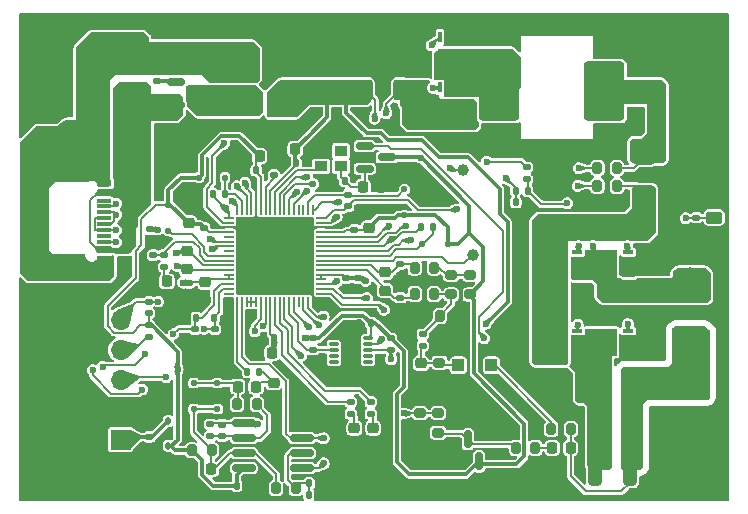
<source format=gbr>
%TF.GenerationSoftware,KiCad,Pcbnew,8.0.8*%
%TF.CreationDate,2025-05-28T16:15:01+07:00*%
%TF.ProjectId,WLC_TX15W_C1_V1.1,574c435f-5458-4313-9557-5f43315f5631,rev?*%
%TF.SameCoordinates,Original*%
%TF.FileFunction,Copper,L1,Top*%
%TF.FilePolarity,Positive*%
%FSLAX46Y46*%
G04 Gerber Fmt 4.6, Leading zero omitted, Abs format (unit mm)*
G04 Created by KiCad (PCBNEW 8.0.8) date 2025-05-28 16:15:01*
%MOMM*%
%LPD*%
G01*
G04 APERTURE LIST*
G04 Aperture macros list*
%AMRoundRect*
0 Rectangle with rounded corners*
0 $1 Rounding radius*
0 $2 $3 $4 $5 $6 $7 $8 $9 X,Y pos of 4 corners*
0 Add a 4 corners polygon primitive as box body*
4,1,4,$2,$3,$4,$5,$6,$7,$8,$9,$2,$3,0*
0 Add four circle primitives for the rounded corners*
1,1,$1+$1,$2,$3*
1,1,$1+$1,$4,$5*
1,1,$1+$1,$6,$7*
1,1,$1+$1,$8,$9*
0 Add four rect primitives between the rounded corners*
20,1,$1+$1,$2,$3,$4,$5,0*
20,1,$1+$1,$4,$5,$6,$7,0*
20,1,$1+$1,$6,$7,$8,$9,0*
20,1,$1+$1,$8,$9,$2,$3,0*%
%AMFreePoly0*
4,1,5,0.000000,-1.640000,-0.900000,-1.640000,-0.900000,0.000000,0.000000,0.000000,0.000000,-1.640000,0.000000,-1.640000,$1*%
%AMFreePoly1*
4,1,5,2.360500,-2.290000,0.000000,-2.290000,0.000000,0.000000,2.360500,0.000000,2.360500,-2.290000,2.360500,-2.290000,$1*%
%AMFreePoly2*
4,1,17,1.875035,1.275035,1.875050,1.275000,1.875050,0.575000,1.875035,0.574965,1.875000,0.574950,0.575050,0.574950,0.575050,-0.425000,0.575035,-0.425035,0.575000,-0.425050,-0.425000,-0.425050,-0.425035,-0.425035,-0.425050,-0.425000,-0.425050,1.275000,-0.425035,1.275035,-0.425000,1.275050,1.875000,1.275050,1.875035,1.275035,1.875035,1.275035,$1*%
%AMFreePoly3*
4,1,17,0.425035,1.275035,0.425050,1.275000,0.425050,-0.425000,0.425035,-0.425035,0.425000,-0.425050,-0.575000,-0.425050,-0.575035,-0.425035,-0.575050,-0.425000,-0.575050,0.574950,-1.875000,0.574950,-1.875035,0.574965,-1.875050,0.575000,-1.875050,1.275000,-1.875035,1.275035,-1.875000,1.275050,0.425000,1.275050,0.425035,1.275035,0.425035,1.275035,$1*%
%AMFreePoly4*
4,1,17,0.425035,0.425035,0.425050,0.425000,0.425050,-1.275000,0.425035,-1.275035,0.425000,-1.275050,-1.875000,-1.275050,-1.875035,-1.275035,-1.875050,-1.275000,-1.875050,-0.575000,-1.875035,-0.574965,-1.875000,-0.574950,-0.575050,-0.574950,-0.575050,0.425000,-0.575035,0.425035,-0.575000,0.425050,0.425000,0.425050,0.425035,0.425035,0.425035,0.425035,$1*%
%AMFreePoly5*
4,1,17,0.575035,0.425035,0.575050,0.425000,0.575050,-0.574950,1.875000,-0.574950,1.875035,-0.574965,1.875050,-0.575000,1.875050,-1.275000,1.875035,-1.275035,1.875000,-1.275050,-0.425000,-1.275050,-0.425035,-1.275035,-0.425050,-1.275000,-0.425050,0.425000,-0.425035,0.425035,-0.425000,0.425050,0.575000,0.425050,0.575035,0.425035,0.575035,0.425035,$1*%
G04 Aperture macros list end*
%TA.AperFunction,SMDPad,CuDef*%
%ADD10RoundRect,0.135000X0.185000X-0.135000X0.185000X0.135000X-0.185000X0.135000X-0.185000X-0.135000X0*%
%TD*%
%TA.AperFunction,SMDPad,CuDef*%
%ADD11RoundRect,0.135000X0.135000X0.185000X-0.135000X0.185000X-0.135000X-0.185000X0.135000X-0.185000X0*%
%TD*%
%TA.AperFunction,SMDPad,CuDef*%
%ADD12RoundRect,0.250000X-0.450000X0.262500X-0.450000X-0.262500X0.450000X-0.262500X0.450000X0.262500X0*%
%TD*%
%TA.AperFunction,SMDPad,CuDef*%
%ADD13RoundRect,0.135000X-0.185000X0.135000X-0.185000X-0.135000X0.185000X-0.135000X0.185000X0.135000X0*%
%TD*%
%TA.AperFunction,ComponentPad*%
%ADD14C,4.000000*%
%TD*%
%TA.AperFunction,SMDPad,CuDef*%
%ADD15RoundRect,0.135000X-0.135000X-0.185000X0.135000X-0.185000X0.135000X0.185000X-0.135000X0.185000X0*%
%TD*%
%TA.AperFunction,SMDPad,CuDef*%
%ADD16RoundRect,0.140000X0.170000X-0.140000X0.170000X0.140000X-0.170000X0.140000X-0.170000X-0.140000X0*%
%TD*%
%TA.AperFunction,ComponentPad*%
%ADD17O,1.800000X1.000000*%
%TD*%
%TA.AperFunction,ComponentPad*%
%ADD18O,2.100000X1.000000*%
%TD*%
%TA.AperFunction,SMDPad,CuDef*%
%ADD19R,1.150000X0.600000*%
%TD*%
%TA.AperFunction,SMDPad,CuDef*%
%ADD20R,1.150000X0.300000*%
%TD*%
%TA.AperFunction,ComponentPad*%
%ADD21C,2.800000*%
%TD*%
%TA.AperFunction,SMDPad,CuDef*%
%ADD22RoundRect,0.250000X-0.300000X-0.300000X0.300000X-0.300000X0.300000X0.300000X-0.300000X0.300000X0*%
%TD*%
%TA.AperFunction,SMDPad,CuDef*%
%ADD23RoundRect,0.150000X0.150000X-0.587500X0.150000X0.587500X-0.150000X0.587500X-0.150000X-0.587500X0*%
%TD*%
%TA.AperFunction,SMDPad,CuDef*%
%ADD24R,0.340000X0.550000*%
%TD*%
%TA.AperFunction,SMDPad,CuDef*%
%ADD25FreePoly0,270.000000*%
%TD*%
%TA.AperFunction,SMDPad,CuDef*%
%ADD26R,0.340000X0.900000*%
%TD*%
%TA.AperFunction,SMDPad,CuDef*%
%ADD27R,0.340000X0.750000*%
%TD*%
%TA.AperFunction,SMDPad,CuDef*%
%ADD28FreePoly1,270.000000*%
%TD*%
%TA.AperFunction,SMDPad,CuDef*%
%ADD29RoundRect,0.140000X-0.140000X-0.170000X0.140000X-0.170000X0.140000X0.170000X-0.140000X0.170000X0*%
%TD*%
%TA.AperFunction,SMDPad,CuDef*%
%ADD30R,0.812800X0.203200*%
%TD*%
%TA.AperFunction,SMDPad,CuDef*%
%ADD31R,0.203200X0.812800*%
%TD*%
%TA.AperFunction,SMDPad,CuDef*%
%ADD32R,5.791200X5.791200*%
%TD*%
%TA.AperFunction,SMDPad,CuDef*%
%ADD33RoundRect,0.200000X-0.275000X0.200000X-0.275000X-0.200000X0.275000X-0.200000X0.275000X0.200000X0*%
%TD*%
%TA.AperFunction,SMDPad,CuDef*%
%ADD34RoundRect,0.218750X0.256250X-0.218750X0.256250X0.218750X-0.256250X0.218750X-0.256250X-0.218750X0*%
%TD*%
%TA.AperFunction,SMDPad,CuDef*%
%ADD35RoundRect,0.225000X0.250000X-0.225000X0.250000X0.225000X-0.250000X0.225000X-0.250000X-0.225000X0*%
%TD*%
%TA.AperFunction,SMDPad,CuDef*%
%ADD36RoundRect,0.140000X0.140000X0.170000X-0.140000X0.170000X-0.140000X-0.170000X0.140000X-0.170000X0*%
%TD*%
%TA.AperFunction,SMDPad,CuDef*%
%ADD37RoundRect,0.200000X0.200000X0.275000X-0.200000X0.275000X-0.200000X-0.275000X0.200000X-0.275000X0*%
%TD*%
%TA.AperFunction,SMDPad,CuDef*%
%ADD38RoundRect,0.125000X0.125000X0.125000X-0.125000X0.125000X-0.125000X-0.125000X0.125000X-0.125000X0*%
%TD*%
%TA.AperFunction,SMDPad,CuDef*%
%ADD39RoundRect,0.140000X-0.170000X0.140000X-0.170000X-0.140000X0.170000X-0.140000X0.170000X0.140000X0*%
%TD*%
%TA.AperFunction,ComponentPad*%
%ADD40R,3.000000X3.000000*%
%TD*%
%TA.AperFunction,ComponentPad*%
%ADD41C,3.000000*%
%TD*%
%TA.AperFunction,ComponentPad*%
%ADD42R,1.700000X1.700000*%
%TD*%
%TA.AperFunction,ComponentPad*%
%ADD43O,1.700000X1.700000*%
%TD*%
%TA.AperFunction,SMDPad,CuDef*%
%ADD44RoundRect,0.225000X0.225000X0.250000X-0.225000X0.250000X-0.225000X-0.250000X0.225000X-0.250000X0*%
%TD*%
%TA.AperFunction,SMDPad,CuDef*%
%ADD45RoundRect,0.225000X-0.225000X-0.250000X0.225000X-0.250000X0.225000X0.250000X-0.225000X0.250000X0*%
%TD*%
%TA.AperFunction,SMDPad,CuDef*%
%ADD46RoundRect,0.225000X-0.250000X0.225000X-0.250000X-0.225000X0.250000X-0.225000X0.250000X0.225000X0*%
%TD*%
%TA.AperFunction,SMDPad,CuDef*%
%ADD47RoundRect,0.200000X0.275000X-0.200000X0.275000X0.200000X-0.275000X0.200000X-0.275000X-0.200000X0*%
%TD*%
%TA.AperFunction,SMDPad,CuDef*%
%ADD48RoundRect,0.250000X0.325000X0.650000X-0.325000X0.650000X-0.325000X-0.650000X0.325000X-0.650000X0*%
%TD*%
%TA.AperFunction,SMDPad,CuDef*%
%ADD49RoundRect,0.200000X-0.200000X-0.275000X0.200000X-0.275000X0.200000X0.275000X-0.200000X0.275000X0*%
%TD*%
%TA.AperFunction,SMDPad,CuDef*%
%ADD50RoundRect,0.112500X0.112500X-0.187500X0.112500X0.187500X-0.112500X0.187500X-0.112500X-0.187500X0*%
%TD*%
%TA.AperFunction,SMDPad,CuDef*%
%ADD51RoundRect,0.125000X-0.125000X0.125000X-0.125000X-0.125000X0.125000X-0.125000X0.125000X0.125000X0*%
%TD*%
%TA.AperFunction,SMDPad,CuDef*%
%ADD52R,0.550000X0.340000*%
%TD*%
%TA.AperFunction,SMDPad,CuDef*%
%ADD53FreePoly0,180.000000*%
%TD*%
%TA.AperFunction,SMDPad,CuDef*%
%ADD54R,0.900000X0.340000*%
%TD*%
%TA.AperFunction,SMDPad,CuDef*%
%ADD55R,0.750000X0.340000*%
%TD*%
%TA.AperFunction,SMDPad,CuDef*%
%ADD56FreePoly1,180.000000*%
%TD*%
%TA.AperFunction,SMDPad,CuDef*%
%ADD57FreePoly2,180.000000*%
%TD*%
%TA.AperFunction,SMDPad,CuDef*%
%ADD58FreePoly3,180.000000*%
%TD*%
%TA.AperFunction,SMDPad,CuDef*%
%ADD59FreePoly4,180.000000*%
%TD*%
%TA.AperFunction,SMDPad,CuDef*%
%ADD60FreePoly5,180.000000*%
%TD*%
%TA.AperFunction,SMDPad,CuDef*%
%ADD61R,1.100000X0.900000*%
%TD*%
%TA.AperFunction,SMDPad,CuDef*%
%ADD62RoundRect,0.125000X0.125000X-0.125000X0.125000X0.125000X-0.125000X0.125000X-0.125000X-0.125000X0*%
%TD*%
%TA.AperFunction,SMDPad,CuDef*%
%ADD63RoundRect,0.125000X-0.125000X-0.125000X0.125000X-0.125000X0.125000X0.125000X-0.125000X0.125000X0*%
%TD*%
%TA.AperFunction,SMDPad,CuDef*%
%ADD64RoundRect,0.150000X-0.587500X-0.150000X0.587500X-0.150000X0.587500X0.150000X-0.587500X0.150000X0*%
%TD*%
%TA.AperFunction,SMDPad,CuDef*%
%ADD65RoundRect,0.150000X-0.825000X-0.150000X0.825000X-0.150000X0.825000X0.150000X-0.825000X0.150000X0*%
%TD*%
%TA.AperFunction,SMDPad,CuDef*%
%ADD66RoundRect,0.250000X0.625000X-0.312500X0.625000X0.312500X-0.625000X0.312500X-0.625000X-0.312500X0*%
%TD*%
%TA.AperFunction,SMDPad,CuDef*%
%ADD67RoundRect,0.033750X-0.371250X-0.101250X0.371250X-0.101250X0.371250X0.101250X-0.371250X0.101250X0*%
%TD*%
%TA.AperFunction,SMDPad,CuDef*%
%ADD68R,1.700000X2.500000*%
%TD*%
%TA.AperFunction,SMDPad,CuDef*%
%ADD69C,1.000000*%
%TD*%
%TA.AperFunction,SMDPad,CuDef*%
%ADD70RoundRect,0.250000X-0.650000X1.000000X-0.650000X-1.000000X0.650000X-1.000000X0.650000X1.000000X0*%
%TD*%
%TA.AperFunction,SMDPad,CuDef*%
%ADD71RoundRect,0.249999X-1.450001X-2.250001X1.450001X-2.250001X1.450001X2.250001X-1.450001X2.250001X0*%
%TD*%
%TA.AperFunction,SMDPad,CuDef*%
%ADD72RoundRect,0.250000X0.312500X0.625000X-0.312500X0.625000X-0.312500X-0.625000X0.312500X-0.625000X0*%
%TD*%
%TA.AperFunction,ViaPad*%
%ADD73C,0.600000*%
%TD*%
%TA.AperFunction,Conductor*%
%ADD74C,0.200000*%
%TD*%
%TA.AperFunction,Conductor*%
%ADD75C,0.300000*%
%TD*%
G04 APERTURE END LIST*
D10*
%TO.P,R3,1*%
%TO.N,Net-(R3-Pad1)*%
X145600000Y-64460000D03*
%TO.P,R3,2*%
%TO.N,VDD*%
X145600000Y-63440000D03*
%TD*%
D11*
%TO.P,R4,1*%
%TO.N,Net-(R3-Pad1)*%
X145660000Y-65400000D03*
%TO.P,R4,2*%
%TO.N,TEMP_FB1*%
X144640000Y-65400000D03*
%TD*%
D12*
%TO.P,TH2,1*%
%TO.N,Net-(R3-Pad1)*%
X161450000Y-67687500D03*
%TO.P,TH2,2*%
%TO.N,GND*%
X161450000Y-69512500D03*
%TD*%
D13*
%TO.P,TH1,1*%
%TO.N,Net-(R3-Pad1)*%
X159950000Y-67690000D03*
%TO.P,TH1,2*%
%TO.N,GND*%
X159950000Y-68710000D03*
%TD*%
D14*
%TO.P,TP8,1,1*%
%TO.N,GND*%
X105000000Y-89000000D03*
%TD*%
%TO.P,TP7,1,1*%
%TO.N,GND*%
X160000000Y-89000000D03*
%TD*%
%TO.P,TP6,1,1*%
%TO.N,GND*%
X105000000Y-53000000D03*
%TD*%
%TO.P,TP5,1,1*%
%TO.N,GND*%
X160000000Y-53000000D03*
%TD*%
D10*
%TO.P,R18,1*%
%TO.N,Net-(C36-Pad2)*%
X114900000Y-71860000D03*
%TO.P,R18,2*%
%TO.N,COMP_0*%
X114900000Y-70840000D03*
%TD*%
D15*
%TO.P,R6,1*%
%TO.N,ASK_OUT*%
X121940000Y-80750000D03*
%TO.P,R6,2*%
%TO.N,Net-(C4-Pad2)*%
X122960000Y-80750000D03*
%TD*%
D16*
%TO.P,C32,1*%
%TO.N,GND*%
X119200000Y-78080000D03*
%TO.P,C32,2*%
%TO.N,CC2_0*%
X119200000Y-77120000D03*
%TD*%
%TO.P,C31,1*%
%TO.N,GND*%
X117500000Y-78080000D03*
%TO.P,C31,2*%
%TO.N,CC1_0*%
X117500000Y-77120000D03*
%TD*%
D17*
%TO.P,J3,SH3,SHELL_GND__2*%
%TO.N,USB-GND*%
X105075000Y-63680000D03*
%TO.P,J3,SH4,SHELL_GND__3*%
X105075000Y-72320000D03*
D18*
%TO.P,J3,SH1,SHELL_GND*%
X109255000Y-63680000D03*
%TO.P,J3,SH2,SHELL_GND__1*%
X109255000Y-72320000D03*
D19*
%TO.P,J3,A1_B12,GND*%
X109830000Y-64800000D03*
%TO.P,J3,B1_A12,GND__1*%
X109830000Y-71200000D03*
%TO.P,J3,A4_B9,VBUS*%
%TO.N,USB-IN*%
X109830000Y-65600000D03*
%TO.P,J3,B4_A9,VBUS__1*%
X109830000Y-70400000D03*
D20*
%TO.P,J3,A7,DN1*%
%TO.N,D-_0*%
X109830000Y-68250000D03*
%TO.P,J3,A6,DP1*%
%TO.N,D+_0*%
X109830000Y-67750000D03*
%TO.P,J3,B6,DP2*%
X109830000Y-68750000D03*
%TO.P,J3,A8,SBU1*%
%TO.N,unconnected-(J3-SBU1-PadA8)*%
X109830000Y-69250000D03*
%TO.P,J3,B5,CC2*%
%TO.N,CC2_0*%
X109830000Y-69750000D03*
%TO.P,J3,B7,DN2*%
%TO.N,D-_0*%
X109830000Y-67250000D03*
%TO.P,J3,A5,CC1*%
%TO.N,CC1_0*%
X109830000Y-66750000D03*
%TO.P,J3,B8,SBU2*%
%TO.N,unconnected-(J3-SBU2-PadB8)*%
X109830000Y-66250000D03*
%TD*%
D15*
%TO.P,R22,1*%
%TO.N,GND*%
X116590000Y-76175000D03*
%TO.P,R22,2*%
%TO.N,CC1_0*%
X117610000Y-76175000D03*
%TD*%
D11*
%TO.P,R9,1*%
%TO.N,GND*%
X120160000Y-76150000D03*
%TO.P,R9,2*%
%TO.N,CC2_0*%
X119140000Y-76150000D03*
%TD*%
D21*
%TO.P,TP4,1,1*%
%TO.N,USB-GND*%
X107000000Y-60800000D03*
%TD*%
%TO.P,TP3,1,1*%
%TO.N,USB-IN*%
X112400000Y-61700000D03*
%TD*%
D22*
%TO.P,D11,1,K*%
%TO.N,ASK_PEAK*%
X139800000Y-80200000D03*
%TO.P,D11,2,A*%
%TO.N,Net-(D11-A)*%
X142600000Y-80200000D03*
%TD*%
D23*
%TO.P,D15,1,A*%
%TO.N,GND*%
X139650000Y-88337500D03*
%TO.P,D15,2,K*%
%TO.N,VDD*%
X141550000Y-88337500D03*
%TO.P,D15,3,common*%
%TO.N,Net-(D15-common)*%
X140600000Y-86462500D03*
%TD*%
D24*
%TO.P,Q5,1,S*%
%TO.N,SW1_0*%
X140200000Y-56449750D03*
D25*
X140370000Y-57124750D03*
D24*
%TO.P,Q5,2,S*%
X139550000Y-56449750D03*
%TO.P,Q5,3,S*%
X138900000Y-56449750D03*
D26*
%TO.P,Q5,4,G*%
%TO.N,HG1_0*%
X138250000Y-56674750D03*
D27*
%TO.P,Q5,5,D*%
%TO.N,IIN_CSN_0*%
X138250000Y-59700000D03*
%TO.P,Q5,6,D*%
X138900000Y-59700000D03*
%TO.P,Q5,7,D*%
X139550000Y-59700000D03*
D28*
%TO.P,Q5,8,D*%
X140370000Y-57664750D03*
D27*
X140200000Y-59700250D03*
%TD*%
D29*
%TO.P,C29,1*%
%TO.N,GND*%
X123270000Y-77875000D03*
%TO.P,C29,2*%
%TO.N,VDD*%
X124230000Y-77875000D03*
%TD*%
D13*
%TO.P,R2,1*%
%TO.N,LED_2*%
X132400000Y-83290000D03*
%TO.P,R2,2*%
%TO.N,Net-(D1-A)*%
X132400000Y-84310000D03*
%TD*%
D24*
%TO.P,Q1,1,S*%
%TO.N,GND*%
X140200000Y-52174750D03*
D25*
X140370000Y-52849750D03*
D24*
%TO.P,Q1,2,S*%
X139550000Y-52174750D03*
%TO.P,Q1,3,S*%
X138900000Y-52174750D03*
D26*
%TO.P,Q1,4,G*%
%TO.N,LG1_0*%
X138250000Y-52399750D03*
D27*
%TO.P,Q1,5,D*%
%TO.N,SW1_0*%
X138250000Y-55425000D03*
%TO.P,Q1,6,D*%
X138900000Y-55425000D03*
%TO.P,Q1,7,D*%
X139550000Y-55425000D03*
D28*
%TO.P,Q1,8,D*%
X140370000Y-53389750D03*
D27*
X140200000Y-55425250D03*
%TD*%
D30*
%TO.P,U4,1,SW1_0*%
%TO.N,SW1_0*%
X120377200Y-67725001D03*
%TO.P,U4,2,LG1_0*%
%TO.N,LG1_0*%
X120377200Y-68125001D03*
%TO.P,U4,3,PGND_0*%
%TO.N,GND*%
X120377200Y-68525000D03*
%TO.P,U4,4,PVDD_0*%
%TO.N,VDD*%
X120377200Y-68924999D03*
%TO.P,U4,5,LG2_0*%
%TO.N,LG2_0*%
X120377200Y-69325001D03*
%TO.P,U4,6,VBB_0*%
%TO.N,IOUT_CSP_0*%
X120377200Y-69725000D03*
%TO.P,U4,7,SW2_0*%
%TO.N,Net-(U4-SW2_0)*%
X120377200Y-70124999D03*
%TO.P,U4,8,HG2_0*%
%TO.N,HG2_0*%
X120377200Y-70525001D03*
%TO.P,U4,9,BST2_0*%
%TO.N,BST2_0*%
X120377200Y-70925000D03*
%TO.P,U4,10,COMP*%
%TO.N,COMP_0*%
X120377200Y-71324999D03*
%TO.P,U4,11,CSPO*%
%TO.N,/CSPO_0*%
X120377200Y-71725001D03*
%TO.P,U4,12,CSNO*%
%TO.N,/CSNO_0*%
X120377200Y-72125000D03*
%TO.P,U4,13,VBRG*%
%TO.N,IOUT_CSP_0*%
X120377200Y-72524999D03*
%TO.P,U4,14,VBRG_DIS*%
X120377200Y-72924999D03*
%TO.P,U4,15,CC1*%
%TO.N,CC1_0*%
X120377200Y-73325000D03*
%TO.P,U4,16,CC2*%
%TO.N,CC2_0*%
X120377200Y-73724999D03*
%TO.P,U4,17,NFET_CTRL_0*%
%TO.N,unconnected-(U4-NFET_CTRL_0-Pad17)*%
X120377200Y-74124999D03*
D31*
%TO.P,U4,18,ASK_OUT*%
%TO.N,ASK_OUT*%
X121076101Y-74823900D03*
%TO.P,U4,19,ASK_DEMOD*%
%TO.N,ASK_DEMOD*%
X121476101Y-74823900D03*
%TO.P,U4,20,PWM_IN1*%
%TO.N,PWM_OUT*%
X121876100Y-74823900D03*
%TO.P,U4,21,PWM_IN2*%
X122276101Y-74823900D03*
%TO.P,U4,22,PWM_OUT*%
X122676101Y-74823900D03*
%TO.P,U4,23,DP*%
%TO.N,D+_0*%
X123076100Y-74823900D03*
%TO.P,U4,24,DM*%
%TO.N,D-_0*%
X123476099Y-74823900D03*
%TO.P,U4,25,VDDD*%
%TO.N,VDD*%
X123876101Y-74823900D03*
%TO.P,U4,26,LED1*%
%TO.N,LED_1*%
X124276100Y-74823900D03*
%TO.P,U4,27,LED2*%
%TO.N,LED_2*%
X124676099Y-74823900D03*
%TO.P,U4,28,\u002AXRES*%
%TO.N,XRES*%
X125076101Y-74823900D03*
%TO.P,U4,29,SDA_SEC*%
%TO.N,OPTIGA_I2C_SDA*%
X125476100Y-74823900D03*
%TO.P,U4,30,SCL_SEC*%
%TO.N,OPTIGA_I2C_SCL*%
X125876099Y-74823900D03*
%TO.P,U4,31,UART/GPIO7*%
%TO.N,UART_TX*%
X126276099Y-74823900D03*
%TO.P,U4,32,QCOMP2*%
%TO.N,Q_COMP*%
X126676100Y-74823900D03*
%TO.P,U4,33,RES_SEC*%
%TO.N,OPTIGA_I2C_INT*%
X127076099Y-74823900D03*
%TO.P,U4,34,GND*%
%TO.N,GND*%
X127476099Y-74823900D03*
D30*
%TO.P,U4,35,NFET_CTRL_1*%
%TO.N,CTRL_1*%
X128175000Y-74124999D03*
%TO.P,U4,36,ASK_SEL*%
%TO.N,ASK_DEMOD*%
X128175000Y-73724999D03*
%TO.P,U4,37,QCOMP1*%
%TO.N,Q_COMP*%
X128175000Y-73325000D03*
%TO.P,U4,38,BB_IN*%
%TO.N,IIN_CSP_0*%
X128175000Y-72924999D03*
%TO.P,U4,39,VBUS_IN*%
X128175000Y-72524999D03*
%TO.P,U4,40,ASK_N*%
%TO.N,Net-(U4-ASK_N)*%
X128175000Y-72125000D03*
%TO.P,U4,41,ASK_P*%
%TO.N,Net-(U4-ASK_P)*%
X128175000Y-71725001D03*
%TO.P,U4,42,ASK_TST*%
%TO.N,ASK_TST*%
X128175000Y-71324999D03*
%TO.P,U4,43,BST2_1*%
%TO.N,BST2_1*%
X128175000Y-70925000D03*
%TO.P,U4,44,HG2_1*%
%TO.N,HG2_1*%
X128175000Y-70525001D03*
%TO.P,U4,45,SW2_1*%
%TO.N,SW2_1*%
X128175000Y-70124999D03*
%TO.P,U4,46,VBB_1*%
%TO.N,IOUT_CSN_0*%
X128175000Y-69725000D03*
%TO.P,U4,47,LG2_1*%
%TO.N,LG2_1*%
X128175000Y-69325001D03*
%TO.P,U4,48,PVDD_1*%
%TO.N,VDD*%
X128175000Y-68925001D03*
%TO.P,U4,49,PGND_1*%
%TO.N,GND*%
X128175000Y-68525000D03*
%TO.P,U4,50,LG1_1*%
%TO.N,LG1_1*%
X128175000Y-68125001D03*
%TO.P,U4,51,SW1_1*%
%TO.N,SW1_1*%
X128175000Y-67725001D03*
D31*
%TO.P,U4,52,HG1_1*%
%TO.N,HG1_1*%
X127476099Y-67026100D03*
%TO.P,U4,53,BST1_1*%
%TO.N,BST1_1*%
X127076099Y-67026100D03*
%TO.P,U4,54,DNU1*%
%TO.N,unconnected-(U4-DNU1-Pad54)*%
X126676100Y-67026100D03*
%TO.P,U4,55,DNU2*%
%TO.N,unconnected-(U4-DNU2-Pad55)*%
X126276099Y-67026100D03*
%TO.P,U4,56,SWD_DAT/GPIO9*%
%TO.N,HPI_I2C_SDA*%
X125876099Y-67026100D03*
%TO.P,U4,57,SWD_CLK/GPIO10*%
%TO.N,HPI_I2C_SCL*%
X125476100Y-67026100D03*
%TO.P,U4,58,TEMP_FB*%
%TO.N,TEMP_FB1*%
X125076101Y-67026100D03*
%TO.P,U4,59,GPIO12*%
%TO.N,P3.3*%
X124676099Y-67026100D03*
%TO.P,U4,60,GPIO13/CLK_IN*%
%TO.N,CLK_IN*%
X124276100Y-67026100D03*
%TO.P,U4,61,VIN*%
%TO.N,IIN_CSP_0*%
X123876101Y-67026100D03*
%TO.P,U4,62,VCCD*%
%TO.N,Net-(U4-VCCD)*%
X123476099Y-67026100D03*
%TO.P,U4,63,VDDD*%
%TO.N,VDD*%
X123076100Y-67026100D03*
%TO.P,U4,64,GND*%
%TO.N,GND*%
X122676101Y-67026100D03*
%TO.P,U4,65,CSPI_0*%
%TO.N,IIN_CSP_0*%
X122276101Y-67026100D03*
%TO.P,U4,66,CSNI_0*%
%TO.N,IIN_CSN_0*%
X121876100Y-67026100D03*
%TO.P,U4,67,BST1_0*%
%TO.N,BST1_0*%
X121476101Y-67026100D03*
%TO.P,U4,68,HG1_0*%
%TO.N,HG1_0*%
X121076101Y-67026100D03*
D32*
%TO.P,U4,69,EPAD*%
%TO.N,GND*%
X124276100Y-70925000D03*
%TD*%
D33*
%TO.P,R32,1*%
%TO.N,Q_COMP*%
X136550000Y-84250000D03*
%TO.P,R32,2*%
%TO.N,GND*%
X136550000Y-85900000D03*
%TD*%
D34*
%TO.P,D2,1,K*%
%TO.N,GND*%
X131000000Y-87087500D03*
%TO.P,D2,2,A*%
%TO.N,Net-(D2-A)*%
X131000000Y-85512500D03*
%TD*%
D29*
%TO.P,C23,1*%
%TO.N,GND*%
X149020000Y-81200000D03*
%TO.P,C23,2*%
%TO.N,SW2_1*%
X149980000Y-81200000D03*
%TD*%
D35*
%TO.P,C53,1*%
%TO.N,GND*%
X136650000Y-81575000D03*
%TO.P,C53,2*%
%TO.N,ASK_PEAK*%
X136650000Y-80025000D03*
%TD*%
D36*
%TO.P,C61,1*%
%TO.N,GND*%
X157080000Y-68725000D03*
%TO.P,C61,2*%
%TO.N,IOUT_CSN_0*%
X156120000Y-68725000D03*
%TD*%
D37*
%TO.P,R23,1*%
%TO.N,/ASK_I_P*%
X137750000Y-71925000D03*
%TO.P,R23,2*%
%TO.N,Net-(U4-ASK_P)*%
X136100000Y-71925000D03*
%TD*%
%TO.P,R11,1*%
%TO.N,Net-(U2B--)*%
X126025000Y-90600000D03*
%TO.P,R11,2*%
%TO.N,Net-(D4-A)*%
X124375000Y-90600000D03*
%TD*%
D36*
%TO.P,C27,1*%
%TO.N,BST1_0*%
X120005000Y-65725000D03*
%TO.P,C27,2*%
%TO.N,SW1_0*%
X119045000Y-65725000D03*
%TD*%
D11*
%TO.P,R10,1*%
%TO.N,GND*%
X128160000Y-91150000D03*
%TO.P,R10,2*%
%TO.N,Net-(U2B--)*%
X127140000Y-91150000D03*
%TD*%
D38*
%TO.P,D9,1,K*%
%TO.N,BST1_0*%
X120050000Y-64300000D03*
%TO.P,D9,2,A*%
%TO.N,VDD*%
X117850000Y-64300000D03*
%TD*%
D39*
%TO.P,C6,1*%
%TO.N,Net-(U2B-+)*%
X119800000Y-85220000D03*
%TO.P,C6,2*%
%TO.N,Net-(U2A--)*%
X119800000Y-86180000D03*
%TD*%
D40*
%TO.P,L2,1,1*%
%TO.N,COIL_SNS*%
X159400000Y-78500000D03*
D41*
%TO.P,L2,2,2*%
%TO.N,SW1_1*%
X159400000Y-73420000D03*
%TD*%
D29*
%TO.P,C40,1*%
%TO.N,GND*%
X121720000Y-63700000D03*
%TO.P,C40,2*%
%TO.N,VDD*%
X122680000Y-63700000D03*
%TD*%
D42*
%TO.P,J1,1,Pin_1*%
%TO.N,/VTARG*%
X111200000Y-86500000D03*
D43*
%TO.P,J1,2,Pin_2*%
%TO.N,GND*%
X111200000Y-83960000D03*
%TO.P,J1,3,Pin_3*%
%TO.N,XRES*%
X111200000Y-81420000D03*
%TO.P,J1,4,Pin_4*%
%TO.N,HPI_I2C_SCL*%
X111200000Y-78880000D03*
%TO.P,J1,5,Pin_5*%
%TO.N,HPI_I2C_SDA*%
X111200000Y-76340000D03*
%TD*%
D35*
%TO.P,C37,1*%
%TO.N,/CSNO_0*%
X116825000Y-72050000D03*
%TO.P,C37,2*%
%TO.N,/CSPO_0*%
X116825000Y-70500000D03*
%TD*%
D44*
%TO.P,C57,1*%
%TO.N,GND*%
X158175000Y-59800000D03*
%TO.P,C57,2*%
%TO.N,IOUT_CSP_0*%
X156625000Y-59800000D03*
%TD*%
D10*
%TO.P,R35,1*%
%TO.N,Net-(Q9-G)*%
X114300000Y-56110000D03*
%TO.P,R35,2*%
%TO.N,USB-GND*%
X114300000Y-55090000D03*
%TD*%
D16*
%TO.P,C26,1*%
%TO.N,SW1_1*%
X130475000Y-66705000D03*
%TO.P,C26,2*%
%TO.N,BST1_1*%
X130475000Y-65745000D03*
%TD*%
D39*
%TO.P,R17,1*%
%TO.N,HPI_I2C_SDA*%
X113600000Y-74820000D03*
%TO.P,R17,2*%
%TO.N,VDD*%
X113600000Y-75780000D03*
%TD*%
D44*
%TO.P,C21,1*%
%TO.N,GND*%
X149950000Y-75475000D03*
%TO.P,C21,2*%
%TO.N,IOUT_CSN_0*%
X148400000Y-75475000D03*
%TD*%
D45*
%TO.P,C36,1*%
%TO.N,GND*%
X113575000Y-73100000D03*
%TO.P,C36,2*%
%TO.N,Net-(C36-Pad2)*%
X115125000Y-73100000D03*
%TD*%
D35*
%TO.P,C33,1*%
%TO.N,GND*%
X118375000Y-74700000D03*
%TO.P,C33,2*%
%TO.N,IOUT_CSP_0*%
X118375000Y-73150000D03*
%TD*%
D46*
%TO.P,C39,2*%
%TO.N,VDD*%
X117000000Y-68150000D03*
%TO.P,C39,1*%
%TO.N,GND*%
X117000000Y-66600000D03*
%TD*%
D47*
%TO.P,R25,1*%
%TO.N,VDD*%
X140825000Y-74200000D03*
%TO.P,R25,2*%
%TO.N,/ASK_I_P*%
X140825000Y-72550000D03*
%TD*%
D48*
%TO.P,C19,1*%
%TO.N,COIL_SNS*%
X154300000Y-83312500D03*
%TO.P,C19,2*%
%TO.N,SW2_1*%
X151350000Y-83312500D03*
%TD*%
D49*
%TO.P,R5,1*%
%TO.N,VDD*%
X117275000Y-87400000D03*
%TO.P,R5,2*%
%TO.N,Net-(D4-A)*%
X118925000Y-87400000D03*
%TD*%
D16*
%TO.P,C24,1*%
%TO.N,GND*%
X152400000Y-75380000D03*
%TO.P,C24,2*%
%TO.N,SW1_1*%
X152400000Y-74420000D03*
%TD*%
D13*
%TO.P,R8,1*%
%TO.N,Net-(U2B-+)*%
X118800000Y-85190000D03*
%TO.P,R8,2*%
%TO.N,Net-(U2A--)*%
X118800000Y-86210000D03*
%TD*%
D50*
%TO.P,D3,1,K*%
%TO.N,VDD*%
X115250000Y-87000000D03*
%TO.P,D3,2,A*%
%TO.N,/VTARG*%
X115250000Y-84900000D03*
%TD*%
D29*
%TO.P,C44,1*%
%TO.N,GND*%
X125120000Y-63100000D03*
%TO.P,C44,2*%
%TO.N,IIN_CSP_0*%
X126080000Y-63100000D03*
%TD*%
D16*
%TO.P,R14,1*%
%TO.N,OPTIGA_I2C_SCL*%
X134100000Y-78880000D03*
%TO.P,R14,2*%
%TO.N,VDD*%
X134100000Y-77920000D03*
%TD*%
%TO.P,C52,1*%
%TO.N,ASK_PEAK*%
X136775000Y-78530000D03*
%TO.P,C52,2*%
%TO.N,/ASK_I_N*%
X136775000Y-77570000D03*
%TD*%
%TO.P,C59,1*%
%TO.N,GND*%
X129525000Y-58780000D03*
%TO.P,C59,2*%
%TO.N,IIN_CSP_0*%
X129525000Y-57820000D03*
%TD*%
D51*
%TO.P,D7,1,K*%
%TO.N,BST1_1*%
X135225000Y-65300000D03*
%TO.P,D7,2,A*%
%TO.N,VDD*%
X135225000Y-67500000D03*
%TD*%
D52*
%TO.P,Q2,1,S*%
%TO.N,SW2_1*%
X150100000Y-79225000D03*
D53*
X149425000Y-79395000D03*
D52*
%TO.P,Q2,2,S*%
X150100000Y-78575000D03*
%TO.P,Q2,3,S*%
X150100000Y-77925000D03*
D54*
%TO.P,Q2,4,G*%
%TO.N,HG2_1*%
X149875000Y-77275000D03*
D55*
%TO.P,Q2,5,D*%
%TO.N,IOUT_CSN_0*%
X146849750Y-77275000D03*
%TO.P,Q2,6,D*%
X146849750Y-77925000D03*
%TO.P,Q2,7,D*%
X146849750Y-78575000D03*
D56*
%TO.P,Q2,8,D*%
X148885000Y-79395000D03*
D55*
X146849500Y-79225000D03*
%TD*%
D52*
%TO.P,Q3,1,S*%
%TO.N,SW1_1*%
X150100000Y-72575000D03*
D53*
X149425000Y-72745000D03*
D52*
%TO.P,Q3,2,S*%
X150100000Y-71925000D03*
%TO.P,Q3,3,S*%
X150100000Y-71275000D03*
D54*
%TO.P,Q3,4,G*%
%TO.N,HG1_1*%
X149875000Y-70625000D03*
D55*
%TO.P,Q3,5,D*%
%TO.N,IOUT_CSN_0*%
X146849750Y-70625000D03*
%TO.P,Q3,6,D*%
X146849750Y-71275000D03*
%TO.P,Q3,7,D*%
X146849750Y-71925000D03*
D56*
%TO.P,Q3,8,D*%
X148885000Y-72745000D03*
D55*
X146849500Y-72575000D03*
%TD*%
D49*
%TO.P,R20,1*%
%TO.N,/CSPO_0*%
X151575000Y-63500000D03*
%TO.P,R20,2*%
%TO.N,IOUT_CSP_0*%
X153225000Y-63500000D03*
%TD*%
D36*
%TO.P,C2,2*%
%TO.N,TEMP_FB1*%
X144670000Y-66400000D03*
%TO.P,C2,1*%
%TO.N,GND*%
X145630000Y-66400000D03*
%TD*%
D45*
%TO.P,C41,1*%
%TO.N,GND*%
X121425000Y-62500000D03*
%TO.P,C41,2*%
%TO.N,VDD*%
X122975000Y-62500000D03*
%TD*%
D37*
%TO.P,R24,1*%
%TO.N,/ASK_I_N*%
X137750000Y-74175000D03*
%TO.P,R24,2*%
%TO.N,Net-(U4-ASK_N)*%
X136100000Y-74175000D03*
%TD*%
D46*
%TO.P,C10,1*%
%TO.N,GND*%
X128700000Y-55025000D03*
%TO.P,C10,2*%
%TO.N,IIN_CSP_0*%
X128700000Y-56575000D03*
%TD*%
D57*
%TO.P,FL1,1*%
%TO.N,Net-(Q9-D)*%
X122425000Y-57575000D03*
D58*
%TO.P,FL1,2*%
%TO.N,IIN_CSP_0*%
X124175000Y-57575000D03*
D59*
%TO.P,FL1,3*%
%TO.N,GND*%
X124175000Y-55425000D03*
D60*
%TO.P,FL1,4*%
%TO.N,USB-GND*%
X122425000Y-55425000D03*
%TD*%
D61*
%TO.P,Y2,1,~{ST}*%
%TO.N,unconnected-(Y2-~{ST}-Pad1)*%
X129850000Y-62050000D03*
%TO.P,Y2,2,GND*%
%TO.N,GND*%
X128150000Y-62050000D03*
%TO.P,Y2,3,OUT*%
%TO.N,CLK_IN*%
X128150000Y-63350000D03*
%TO.P,Y2,4,Vcc*%
%TO.N,Net-(Q8-S)*%
X129850000Y-63350000D03*
%TD*%
D45*
%TO.P,C3,1*%
%TO.N,GND*%
X117325000Y-89000000D03*
%TO.P,C3,2*%
%TO.N,Net-(D4-A)*%
X118875000Y-89000000D03*
%TD*%
D48*
%TO.P,C18,1*%
%TO.N,COIL_SNS*%
X154300000Y-89500000D03*
%TO.P,C18,2*%
%TO.N,SW2_1*%
X151350000Y-89500000D03*
%TD*%
D35*
%TO.P,C4,1*%
%TO.N,GND*%
X124150000Y-83225000D03*
%TO.P,C4,2*%
%TO.N,Net-(C4-Pad2)*%
X124150000Y-81675000D03*
%TD*%
D62*
%TO.P,D10,1,K*%
%TO.N,BST2_0*%
X115250000Y-68800000D03*
%TO.P,D10,2,A*%
%TO.N,VDD*%
X115250000Y-66600000D03*
%TD*%
D36*
%TO.P,C60,1*%
%TO.N,GND*%
X149655000Y-74225000D03*
%TO.P,C60,2*%
%TO.N,IOUT_CSN_0*%
X148695000Y-74225000D03*
%TD*%
D62*
%TO.P,D5,1,K*%
%TO.N,Net-(D4-A)*%
X119400000Y-83900000D03*
%TO.P,D5,2,A*%
%TO.N,Net-(D4-K)*%
X119400000Y-81700000D03*
%TD*%
D36*
%TO.P,C7,1*%
%TO.N,GND*%
X128130000Y-90200000D03*
%TO.P,C7,2*%
%TO.N,Net-(U2B--)*%
X127170000Y-90200000D03*
%TD*%
D37*
%TO.P,R27,1*%
%TO.N,/ASK_I_N*%
X138225000Y-76000000D03*
%TO.P,R27,2*%
%TO.N,GND*%
X136575000Y-76000000D03*
%TD*%
D16*
%TO.P,C35,1*%
%TO.N,GND*%
X113950000Y-71830000D03*
%TO.P,C35,2*%
%TO.N,COMP_0*%
X113950000Y-70870000D03*
%TD*%
D63*
%TO.P,D6,1,K*%
%TO.N,BST2_1*%
X136725000Y-69925000D03*
%TO.P,D6,2,A*%
%TO.N,VDD*%
X138925000Y-69925000D03*
%TD*%
D46*
%TO.P,C14,1*%
%TO.N,GND*%
X156500000Y-55225000D03*
%TO.P,C14,2*%
%TO.N,IOUT_CSP_0*%
X156500000Y-56775000D03*
%TD*%
D52*
%TO.P,Q6,1,S*%
%TO.N,GND*%
X154425250Y-79225000D03*
D53*
X153750250Y-79395000D03*
D52*
%TO.P,Q6,2,S*%
X154425250Y-78575000D03*
%TO.P,Q6,3,S*%
X154425250Y-77925000D03*
D54*
%TO.P,Q6,4,G*%
%TO.N,LG2_1*%
X154200250Y-77275000D03*
D55*
%TO.P,Q6,5,D*%
%TO.N,SW2_1*%
X151175000Y-77275000D03*
%TO.P,Q6,6,D*%
X151175000Y-77925000D03*
%TO.P,Q6,7,D*%
X151175000Y-78575000D03*
D56*
%TO.P,Q6,8,D*%
X153210250Y-79395000D03*
D55*
X151174750Y-79225000D03*
%TD*%
D36*
%TO.P,C8,1*%
%TO.N,GND*%
X121980000Y-90400000D03*
%TO.P,C8,2*%
%TO.N,VDD*%
X121020000Y-90400000D03*
%TD*%
D44*
%TO.P,C56,1*%
%TO.N,GND*%
X133275000Y-65100000D03*
%TO.P,C56,2*%
%TO.N,Net-(Q8-S)*%
X131725000Y-65100000D03*
%TD*%
D16*
%TO.P,R15,1*%
%TO.N,OPTIGA_I2C_SDA*%
X127500000Y-78880000D03*
%TO.P,R15,2*%
%TO.N,VDD*%
X127500000Y-77920000D03*
%TD*%
D64*
%TO.P,Q9,1,G*%
%TO.N,Net-(Q9-G)*%
X115862500Y-56250000D03*
%TO.P,Q9,2,S*%
%TO.N,USB-IN*%
X115862500Y-58150000D03*
%TO.P,Q9,3,D*%
%TO.N,Net-(Q9-D)*%
X117737500Y-57200000D03*
%TD*%
D46*
%TO.P,C12,1*%
%TO.N,GND*%
X130300000Y-55025000D03*
%TO.P,C12,2*%
%TO.N,IIN_CSP_0*%
X130300000Y-56575000D03*
%TD*%
D49*
%TO.P,R19,1*%
%TO.N,/CSNO_0*%
X151575000Y-65000000D03*
%TO.P,R19,2*%
%TO.N,IOUT_CSN_0*%
X153225000Y-65000000D03*
%TD*%
D65*
%TO.P,U2,1*%
%TO.N,Net-(U2B-+)*%
X121625000Y-85095000D03*
%TO.P,U2,2,-*%
%TO.N,Net-(U2A--)*%
X121625000Y-86365000D03*
%TO.P,U2,3,+*%
%TO.N,Net-(D4-A)*%
X121625000Y-87635000D03*
%TO.P,U2,4,V-*%
%TO.N,VDD*%
X121625000Y-88905000D03*
%TO.P,U2,5,+*%
%TO.N,Net-(U2B-+)*%
X126575000Y-88905000D03*
%TO.P,U2,6,-*%
%TO.N,Net-(U2B--)*%
X126575000Y-87635000D03*
%TO.P,U2,7*%
%TO.N,ASK_DEMOD*%
X126575000Y-86365000D03*
%TO.P,U2,8,V+*%
%TO.N,GND*%
X126575000Y-85095000D03*
%TD*%
D37*
%TO.P,R7,1*%
%TO.N,Net-(U2A--)*%
X122725000Y-83500000D03*
%TO.P,R7,2*%
%TO.N,Net-(D4-K)*%
X121075000Y-83500000D03*
%TD*%
D45*
%TO.P,C5,1*%
%TO.N,Net-(D4-K)*%
X121125000Y-82000000D03*
%TO.P,C5,2*%
%TO.N,Net-(C4-Pad2)*%
X122675000Y-82000000D03*
%TD*%
D16*
%TO.P,C48,1*%
%TO.N,GND*%
X130300000Y-73780000D03*
%TO.P,C48,2*%
%TO.N,IIN_CSP_0*%
X130300000Y-72820000D03*
%TD*%
D46*
%TO.P,C9,1*%
%TO.N,USB-GND*%
X119500000Y-55725000D03*
%TO.P,C9,2*%
%TO.N,Net-(Q9-D)*%
X119500000Y-57275000D03*
%TD*%
D39*
%TO.P,C45,1*%
%TO.N,GND*%
X131000000Y-67745000D03*
%TO.P,C45,2*%
%TO.N,VDD*%
X131000000Y-68705000D03*
%TD*%
D64*
%TO.P,Q8,1,G*%
%TO.N,CTRL_1*%
X131862500Y-61650000D03*
%TO.P,Q8,2,S*%
%TO.N,Net-(Q8-S)*%
X131862500Y-63550000D03*
%TO.P,Q8,3,D*%
%TO.N,VDD*%
X133737500Y-62600000D03*
%TD*%
D29*
%TO.P,C25,1*%
%TO.N,SW2_1*%
X136670000Y-68450000D03*
%TO.P,C25,2*%
%TO.N,BST2_1*%
X137630000Y-68450000D03*
%TD*%
D16*
%TO.P,R16,1*%
%TO.N,HPI_I2C_SCL*%
X113600000Y-77780000D03*
%TO.P,R16,2*%
%TO.N,VDD*%
X113600000Y-76820000D03*
%TD*%
D66*
%TO.P,R13,1*%
%TO.N,IOUT_CSN_0*%
X155500000Y-65562500D03*
%TO.P,R13,2*%
%TO.N,IOUT_CSP_0*%
X155500000Y-62637500D03*
%TD*%
D46*
%TO.P,C13,1*%
%TO.N,GND*%
X136500000Y-55225000D03*
%TO.P,C13,2*%
%TO.N,IIN_CSN_0*%
X136500000Y-56775000D03*
%TD*%
D67*
%TO.P,U3,1,GND*%
%TO.N,GND*%
X129250000Y-77900000D03*
%TO.P,U3,2,NC_2*%
%TO.N,unconnected-(U3-NC_2-Pad2)*%
X129250000Y-78400000D03*
%TO.P,U3,3,SDA*%
%TO.N,OPTIGA_I2C_SDA*%
X129250000Y-78900000D03*
%TO.P,U3,4,NC_4*%
%TO.N,unconnected-(U3-NC_4-Pad4)*%
X129250000Y-79400000D03*
%TO.P,U3,5,NC_5*%
%TO.N,unconnected-(U3-NC_5-Pad5)*%
X129250000Y-79900000D03*
%TO.P,U3,6,NC_6*%
%TO.N,unconnected-(U3-NC_6-Pad6)*%
X132150000Y-79900000D03*
%TO.P,U3,7,NC_7*%
%TO.N,unconnected-(U3-NC_7-Pad7)*%
X132150000Y-79400000D03*
%TO.P,U3,8,SCL*%
%TO.N,OPTIGA_I2C_SCL*%
X132150000Y-78900000D03*
%TO.P,U3,9,~{RST}*%
%TO.N,OPTIGA_I2C_INT*%
X132150000Y-78400000D03*
%TO.P,U3,10,VCC*%
%TO.N,VDD*%
X132150000Y-77900000D03*
D68*
%TO.P,U3,11,EXP*%
%TO.N,GND*%
X130700000Y-78900000D03*
%TD*%
D13*
%TO.P,R1,1*%
%TO.N,LED_1*%
X130700000Y-83290000D03*
%TO.P,R1,2*%
%TO.N,Net-(D2-A)*%
X130700000Y-84310000D03*
%TD*%
D16*
%TO.P,C47,1*%
%TO.N,GND*%
X131300000Y-73780000D03*
%TO.P,C47,2*%
%TO.N,IIN_CSP_0*%
X131300000Y-72820000D03*
%TD*%
D37*
%TO.P,R30,2*%
%TO.N,Net-(D15-common)*%
X144675000Y-87175000D03*
%TO.P,R30,1*%
%TO.N,Net-(C54-Pad1)*%
X146325000Y-87175000D03*
%TD*%
D36*
%TO.P,C58,1*%
%TO.N,GND*%
X157955000Y-61050000D03*
%TO.P,C58,2*%
%TO.N,IOUT_CSP_0*%
X156995000Y-61050000D03*
%TD*%
D34*
%TO.P,D1,1,K*%
%TO.N,GND*%
X132600000Y-87087500D03*
%TO.P,D1,2,A*%
%TO.N,Net-(D1-A)*%
X132600000Y-85512500D03*
%TD*%
D29*
%TO.P,C28,1*%
%TO.N,GND*%
X131420000Y-76600000D03*
%TO.P,C28,2*%
%TO.N,VDD*%
X132380000Y-76600000D03*
%TD*%
D45*
%TO.P,C43,1*%
%TO.N,GND*%
X124425000Y-61900000D03*
%TO.P,C43,2*%
%TO.N,IIN_CSP_0*%
X125975000Y-61900000D03*
%TD*%
D35*
%TO.P,C49,1*%
%TO.N,Net-(U4-ASK_N)*%
X133600000Y-73875000D03*
%TO.P,C49,2*%
%TO.N,Net-(U4-ASK_P)*%
X133600000Y-72325000D03*
%TD*%
D29*
%TO.P,C55,1*%
%TO.N,GND*%
X129220000Y-64600000D03*
%TO.P,C55,2*%
%TO.N,Net-(Q8-S)*%
X130180000Y-64600000D03*
%TD*%
D69*
%TO.P,TP1,1,1*%
%TO.N,P3.3*%
X140175000Y-63700000D03*
%TD*%
D70*
%TO.P,D8,1,A1*%
%TO.N,USB-GND*%
X111900000Y-54100000D03*
%TO.P,D8,2,A2*%
%TO.N,USB-IN*%
X111900000Y-58100000D03*
%TD*%
D39*
%TO.P,C50,1*%
%TO.N,GND*%
X134900000Y-73520000D03*
%TO.P,C50,2*%
%TO.N,Net-(U4-ASK_N)*%
X134900000Y-74480000D03*
%TD*%
D44*
%TO.P,C22,1*%
%TO.N,GND*%
X157275000Y-67475000D03*
%TO.P,C22,2*%
%TO.N,IOUT_CSN_0*%
X155725000Y-67475000D03*
%TD*%
D33*
%TO.P,R28,1*%
%TO.N,ASK_PEAK*%
X138200000Y-79975000D03*
%TO.P,R28,2*%
%TO.N,GND*%
X138200000Y-81625000D03*
%TD*%
D48*
%TO.P,C20,1*%
%TO.N,COIL_SNS*%
X154300000Y-81250000D03*
%TO.P,C20,2*%
%TO.N,SW2_1*%
X151350000Y-81250000D03*
%TD*%
D45*
%TO.P,C54,1*%
%TO.N,Net-(C54-Pad1)*%
X147750000Y-87175000D03*
%TO.P,C54,2*%
%TO.N,COIL_SNS*%
X149300000Y-87175000D03*
%TD*%
D51*
%TO.P,D4,1,K*%
%TO.N,Net-(D4-K)*%
X117400000Y-81700000D03*
%TO.P,D4,2,A*%
%TO.N,Net-(D4-A)*%
X117400000Y-83900000D03*
%TD*%
D16*
%TO.P,C34,1*%
%TO.N,GND*%
X117000000Y-74180000D03*
%TO.P,C34,2*%
%TO.N,IOUT_CSP_0*%
X117000000Y-73220000D03*
%TD*%
D46*
%TO.P,C11,1*%
%TO.N,GND*%
X127100000Y-55025000D03*
%TO.P,C11,2*%
%TO.N,IIN_CSP_0*%
X127100000Y-56575000D03*
%TD*%
D47*
%TO.P,R31,1*%
%TO.N,Net-(D15-common)*%
X138100000Y-85900000D03*
%TO.P,R31,2*%
%TO.N,Q_COMP*%
X138100000Y-84250000D03*
%TD*%
D46*
%TO.P,C46,1*%
%TO.N,GND*%
X132200000Y-67025000D03*
%TO.P,C46,2*%
%TO.N,VDD*%
X132200000Y-68575000D03*
%TD*%
D49*
%TO.P,R29,1*%
%TO.N,Net-(D11-A)*%
X147675000Y-85600000D03*
%TO.P,R29,2*%
%TO.N,COIL_SNS*%
X149325000Y-85600000D03*
%TD*%
D13*
%TO.P,R21,1*%
%TO.N,Net-(U4-SW2_0)*%
X113650000Y-68690000D03*
%TO.P,R21,2*%
%TO.N,GND*%
X113650000Y-69710000D03*
%TD*%
D45*
%TO.P,C30,1*%
%TO.N,GND*%
X122475000Y-79150000D03*
%TO.P,C30,2*%
%TO.N,VDD*%
X124025000Y-79150000D03*
%TD*%
D48*
%TO.P,C17,1*%
%TO.N,COIL_SNS*%
X154300000Y-85375000D03*
%TO.P,C17,2*%
%TO.N,SW2_1*%
X151350000Y-85375000D03*
%TD*%
D39*
%TO.P,C42,1*%
%TO.N,GND*%
X124200000Y-63120000D03*
%TO.P,C42,2*%
%TO.N,Net-(U4-VCCD)*%
X124200000Y-64080000D03*
%TD*%
D16*
%TO.P,C51,1*%
%TO.N,GND*%
X134900000Y-72580000D03*
%TO.P,C51,2*%
%TO.N,Net-(U4-ASK_P)*%
X134900000Y-71620000D03*
%TD*%
%TO.P,C1,1*%
%TO.N,/VTARG*%
X113625000Y-86255000D03*
%TO.P,C1,2*%
%TO.N,GND*%
X113625000Y-85295000D03*
%TD*%
D48*
%TO.P,C16,1*%
%TO.N,COIL_SNS*%
X154300000Y-87437500D03*
%TO.P,C16,2*%
%TO.N,SW2_1*%
X151350000Y-87437500D03*
%TD*%
D39*
%TO.P,C38,1*%
%TO.N,GND*%
X118300000Y-67620000D03*
%TO.P,C38,2*%
%TO.N,VDD*%
X118300000Y-68580000D03*
%TD*%
D69*
%TO.P,TP2,1,1*%
%TO.N,ASK_TST*%
X141000000Y-70850000D03*
%TD*%
D71*
%TO.P,L1,1,1*%
%TO.N,SW1_0*%
X143250000Y-57000000D03*
%TO.P,L1,2,2*%
%TO.N,IOUT_CSP_0*%
X152150000Y-57000000D03*
%TD*%
D46*
%TO.P,C15,1*%
%TO.N,GND*%
X154900000Y-55225000D03*
%TO.P,C15,2*%
%TO.N,IOUT_CSP_0*%
X154900000Y-56775000D03*
%TD*%
D52*
%TO.P,Q7,1,S*%
%TO.N,GND*%
X154425250Y-72575000D03*
D53*
X153750250Y-72745000D03*
D52*
%TO.P,Q7,2,S*%
X154425250Y-71925000D03*
%TO.P,Q7,3,S*%
X154425250Y-71275000D03*
D54*
%TO.P,Q7,4,G*%
%TO.N,LG1_1*%
X154200250Y-70625000D03*
D55*
%TO.P,Q7,5,D*%
%TO.N,SW1_1*%
X151175000Y-70625000D03*
%TO.P,Q7,6,D*%
X151175000Y-71275000D03*
%TO.P,Q7,7,D*%
X151175000Y-71925000D03*
D56*
%TO.P,Q7,8,D*%
X153210250Y-72745000D03*
D55*
X151174750Y-72575000D03*
%TD*%
D72*
%TO.P,R12,1*%
%TO.N,IIN_CSN_0*%
X134862500Y-56900000D03*
%TO.P,R12,2*%
%TO.N,IIN_CSP_0*%
X131937500Y-56900000D03*
%TD*%
D33*
%TO.P,R26,1*%
%TO.N,/ASK_I_P*%
X139200000Y-72550000D03*
%TO.P,R26,2*%
%TO.N,/ASK_I_N*%
X139200000Y-74200000D03*
%TD*%
D73*
%TO.N,VDD*%
X136621078Y-62603922D03*
X142200000Y-62950000D03*
%TO.N,Net-(R3-Pad1)*%
X149001398Y-66462616D03*
X159050000Y-67750000D03*
%TO.N,SW1_1*%
X151900000Y-73800000D03*
X152800000Y-73800000D03*
X152800000Y-73100000D03*
X151900000Y-73100000D03*
%TO.N,IOUT_CSN_0*%
X147300000Y-73200000D03*
X146500000Y-73200000D03*
X148100000Y-73200000D03*
%TO.N,GND*%
X119100000Y-68275000D03*
X119650000Y-63150000D03*
X120500000Y-63150000D03*
X120450000Y-62150000D03*
X114900000Y-69700000D03*
%TO.N,D-_0*%
X109700000Y-80300000D03*
%TO.N,HPI_I2C_SDA*%
X114400000Y-74800000D03*
%TO.N,D-_0*%
X110825812Y-67429603D03*
%TO.N,D+_0*%
X108854000Y-80600000D03*
X110800000Y-68750000D03*
%TO.N,GND*%
X119275000Y-82825000D03*
X117300000Y-82775000D03*
X122275000Y-78250000D03*
%TO.N,D+_0*%
X113050000Y-82250000D03*
X122550000Y-77325000D03*
%TO.N,D-_0*%
X113250000Y-79200000D03*
X123275000Y-76900000D03*
%TO.N,CC2_0*%
X110800000Y-69775000D03*
%TO.N,XRES*%
X115075000Y-81195000D03*
%TO.N,CC2_0*%
X118275000Y-77100000D03*
%TO.N,CC1_0*%
X110850000Y-66500000D03*
X115675000Y-77550000D03*
%TO.N,GND*%
X136200000Y-88000000D03*
X136200000Y-86900000D03*
X133661530Y-52950000D03*
X155500000Y-53500000D03*
X160775000Y-57175000D03*
X125050000Y-60075000D03*
X159775000Y-59475000D03*
X126600000Y-70700000D03*
X134996164Y-55200000D03*
X144500000Y-77300000D03*
X160775000Y-61075000D03*
X160775000Y-59575000D03*
X134607683Y-52950000D03*
X132157694Y-55200000D03*
X150800000Y-75300000D03*
X124000000Y-61100000D03*
X157000000Y-53500000D03*
X140000000Y-75500000D03*
X132500000Y-73700000D03*
X155200000Y-77200000D03*
X122725000Y-60075000D03*
X120250000Y-78425000D03*
X115200000Y-89000000D03*
X156000000Y-77200000D03*
X160100000Y-64500000D03*
X129900000Y-77100000D03*
X129200000Y-75450000D03*
X154700000Y-53500000D03*
X137800000Y-82600000D03*
X118550000Y-59850000D03*
X155700000Y-70600000D03*
X159100000Y-63700000D03*
X156000000Y-79200000D03*
X121900000Y-68575000D03*
X126600000Y-73200000D03*
X131100000Y-81000000D03*
X116375000Y-65375000D03*
X124400000Y-84200000D03*
X160775000Y-61875000D03*
X139400000Y-78550000D03*
X156800000Y-77200000D03*
X126600000Y-72400000D03*
X159100000Y-66000000D03*
X131769224Y-52950000D03*
X130700000Y-77100000D03*
X160100000Y-66100000D03*
X150850000Y-66350000D03*
X138725000Y-66500000D03*
X160775000Y-58775000D03*
X148725000Y-82075000D03*
X155700000Y-72200000D03*
X156700000Y-70600000D03*
X138800000Y-82600000D03*
X128930765Y-52950000D03*
X133103847Y-55200000D03*
X156700000Y-72200000D03*
X121900000Y-72400000D03*
X147650000Y-89700000D03*
X156800000Y-79200000D03*
X159775000Y-60275000D03*
X123000000Y-90100000D03*
X159775000Y-61075000D03*
X126600000Y-71500000D03*
X159775000Y-57175000D03*
X153600000Y-75700000D03*
X120250000Y-77375000D03*
X128925000Y-60775000D03*
X159100000Y-66800000D03*
X147675000Y-82050000D03*
X159775000Y-58675000D03*
X117175000Y-65375000D03*
X159100000Y-64500000D03*
X126092306Y-52950000D03*
X132200000Y-88400000D03*
X151750000Y-66350000D03*
X148500000Y-89700000D03*
X156000000Y-78200000D03*
X137207683Y-51200000D03*
X159100000Y-65200000D03*
X127100000Y-83900000D03*
X159775000Y-61875000D03*
X135500000Y-76400000D03*
X117800000Y-78900000D03*
X126200000Y-83900000D03*
X133050000Y-67100000D03*
X116100000Y-75100000D03*
X127984612Y-52950000D03*
X152650000Y-66350000D03*
X140800000Y-81400000D03*
X117000000Y-75100000D03*
X150800000Y-74500000D03*
X155200000Y-79200000D03*
X134050000Y-55200000D03*
X123000000Y-91000000D03*
X144500000Y-78100000D03*
X139100000Y-51200000D03*
X116500000Y-62500000D03*
X117300000Y-62500000D03*
X131300000Y-88400000D03*
X155500000Y-52500000D03*
X118700000Y-78900000D03*
X157100000Y-52500000D03*
X129876918Y-52950000D03*
X114300000Y-89000000D03*
X154400000Y-75700000D03*
X135553836Y-52950000D03*
X155200000Y-75700000D03*
X159775000Y-57975000D03*
X136500000Y-52950000D03*
X128800000Y-74900000D03*
X138153836Y-51200000D03*
X144500000Y-78900000D03*
X134500000Y-59200000D03*
X121900000Y-73200000D03*
X121900000Y-69375000D03*
X130823071Y-52950000D03*
X156300000Y-52500000D03*
X125146153Y-52950000D03*
X155700000Y-71400000D03*
X128400000Y-64800000D03*
X156200000Y-53500000D03*
X130300000Y-81000000D03*
X124200000Y-52950000D03*
X156700000Y-71400000D03*
X149950000Y-66350000D03*
X160100000Y-63700000D03*
X127038459Y-52950000D03*
X160775000Y-57975000D03*
X130025000Y-60775000D03*
X132715377Y-52950000D03*
X160100000Y-65300000D03*
X150800000Y-73700000D03*
X156800000Y-78200000D03*
X148725000Y-82925000D03*
X147675000Y-82925000D03*
X120150000Y-59850000D03*
X123850000Y-60075000D03*
X147700000Y-81200000D03*
X160775000Y-60375000D03*
X133800000Y-67100000D03*
X155200000Y-78200000D03*
X119350000Y-59850000D03*
X124400000Y-85000000D03*
X135400000Y-73000000D03*
X154700000Y-52500000D03*
%TO.N,TEMP_FB1*%
X143800000Y-64346000D03*
X127511472Y-64846000D03*
%TO.N,Net-(U2B-+)*%
X122800000Y-85200000D03*
X128400000Y-88500000D03*
%TO.N,VDD*%
X116029000Y-80550000D03*
X124230000Y-78420000D03*
X126825000Y-77875000D03*
%TO.N,IIN_CSP_0*%
X142100000Y-76700000D03*
X132700000Y-59325000D03*
X131958262Y-73041738D03*
X121750000Y-64750000D03*
%TO.N,IIN_CSN_0*%
X121025001Y-65024999D03*
X140750000Y-59750000D03*
X137600000Y-59025000D03*
X140750000Y-58925000D03*
X137600000Y-58200000D03*
X133700000Y-58854000D03*
X140750000Y-58100000D03*
X137600000Y-59850000D03*
%TO.N,IOUT_CSP_0*%
X116500000Y-73200000D03*
X155575000Y-57675000D03*
X118805805Y-69478667D03*
%TO.N,IOUT_CSN_0*%
X148000000Y-70000000D03*
X146500000Y-74000000D03*
X135375000Y-68371000D03*
X148000000Y-76600000D03*
X148800000Y-76600000D03*
X148000000Y-79800000D03*
X146400000Y-70000000D03*
X146400000Y-76600000D03*
X147200000Y-70000000D03*
X148100000Y-74000000D03*
X147300000Y-74000000D03*
X147200000Y-76600000D03*
X146400000Y-79800000D03*
X148800000Y-79800000D03*
X147200000Y-79800000D03*
%TO.N,SW1_0*%
X140700000Y-54850000D03*
X120100000Y-66900000D03*
X140700000Y-56550000D03*
X140700000Y-55700000D03*
X140700000Y-54000000D03*
%TO.N,Q_COMP*%
X128005894Y-76790729D03*
X135200000Y-84275000D03*
X129500000Y-73100000D03*
%TO.N,ASK_DEMOD*%
X128400000Y-86365000D03*
X132100000Y-74500000D03*
%TO.N,OPTIGA_I2C_SCL*%
X127121292Y-76953708D03*
X134100000Y-79700000D03*
%TO.N,HPI_I2C_SCL*%
X126108262Y-65508262D03*
%TO.N,HPI_I2C_SDA*%
X127000000Y-65400000D03*
%TO.N,Net-(U4-SW2_0)*%
X118918738Y-70371000D03*
X114350000Y-68700000D03*
%TO.N,P3.3*%
X139100000Y-63500000D03*
X127000000Y-64292000D03*
%TO.N,OPTIGA_I2C_INT*%
X133300000Y-78000000D03*
X128400000Y-76100000D03*
%TO.N,HG2_1*%
X149900000Y-76754000D03*
X135750000Y-69625000D03*
%TO.N,HG1_0*%
X137650000Y-56700000D03*
X120650000Y-66250000D03*
%TO.N,LG1_0*%
X119994249Y-61385623D03*
X137525000Y-53100000D03*
%TO.N,LG2_1*%
X154150000Y-76700000D03*
X133950000Y-68400000D03*
%TO.N,XRES*%
X126500000Y-79400000D03*
%TO.N,SW2_1*%
X152400000Y-82800000D03*
X152400000Y-79600000D03*
X152400000Y-86000000D03*
X152400000Y-86800000D03*
X151600000Y-79600000D03*
X152400000Y-81200000D03*
X152400000Y-87600000D03*
X150000000Y-80200000D03*
X152400000Y-83600000D03*
X150600000Y-78000000D03*
X152400000Y-88400000D03*
X150600000Y-79600000D03*
X134150000Y-69508000D03*
X152400000Y-80400000D03*
X150600000Y-78800000D03*
X152400000Y-85200000D03*
X152400000Y-82000000D03*
X152400000Y-84400000D03*
%TO.N,HG1_1*%
X150000000Y-70100000D03*
X129725000Y-66400000D03*
%TO.N,SW1_1*%
X150600000Y-71400000D03*
X151200000Y-70100000D03*
X139700000Y-67000000D03*
X150600000Y-72400000D03*
%TO.N,LG1_1*%
X129491738Y-67616738D03*
X154100000Y-70100000D03*
%TO.N,CTRL_1*%
X133500000Y-75500000D03*
X142000000Y-77900000D03*
%TO.N,/CSPO_0*%
X115900000Y-70700000D03*
X150000000Y-63500000D03*
%TO.N,/CSNO_0*%
X115975000Y-71775000D03*
X149900000Y-65000000D03*
%TO.N,GND*%
X142100000Y-90500000D03*
X140900000Y-90500000D03*
X143500000Y-90500000D03*
%TD*%
D74*
%TO.N,Net-(Q8-S)*%
X130680000Y-65100000D02*
X130180000Y-64600000D01*
X131862500Y-63550000D02*
X131862500Y-64962500D01*
X131862500Y-64962500D02*
X131725000Y-65100000D01*
X131725000Y-65100000D02*
X130680000Y-65100000D01*
%TO.N,CTRL_1*%
X136675316Y-61874684D02*
X134074684Y-61874684D01*
X134074684Y-61874684D02*
X133850000Y-61650000D01*
X131862500Y-61650000D02*
X133850000Y-61650000D01*
X136675316Y-61874684D02*
X143600000Y-68799368D01*
%TO.N,VDD*%
X145110000Y-62950000D02*
X142200000Y-62950000D01*
X145600000Y-63440000D02*
X145110000Y-62950000D01*
%TO.N,Net-(R3-Pad1)*%
X145660000Y-64520000D02*
X145600000Y-64460000D01*
X145660000Y-65400000D02*
X145660000Y-64520000D01*
%TO.N,TEMP_FB1*%
X144670000Y-65216000D02*
X143800000Y-64346000D01*
X144670000Y-66400000D02*
X144670000Y-65216000D01*
%TO.N,Net-(R3-Pad1)*%
X148904014Y-66560000D02*
X146820000Y-66560000D01*
X146820000Y-66560000D02*
X145660000Y-65400000D01*
X149001398Y-66462616D02*
X148904014Y-66560000D01*
X159112500Y-67687500D02*
X161450000Y-67687500D01*
X159050000Y-67750000D02*
X159112500Y-67687500D01*
D75*
%TO.N,IIN_CSP_0*%
X144004000Y-68100000D02*
X144004000Y-74796000D01*
X144004000Y-74796000D02*
X142100000Y-76700000D01*
X143300000Y-67396000D02*
X144004000Y-68100000D01*
X140633028Y-62596000D02*
X143300000Y-65262972D01*
X138196000Y-62596000D02*
X140633028Y-62596000D01*
X133825000Y-61100000D02*
X136700000Y-61100000D01*
X136700000Y-61100000D02*
X138196000Y-62596000D01*
X132029000Y-60550000D02*
X133275000Y-60550000D01*
X130300000Y-58821000D02*
X132029000Y-60550000D01*
X143300000Y-65262972D02*
X143300000Y-67396000D01*
X130300000Y-56575000D02*
X130300000Y-58821000D01*
X133275000Y-60550000D02*
X133825000Y-61100000D01*
%TO.N,VDD*%
X144710000Y-88570000D02*
X141782500Y-88570000D01*
X145380000Y-85125815D02*
X145380000Y-87900000D01*
X141142000Y-80887815D02*
X145380000Y-85125815D01*
X141782500Y-88570000D02*
X141550000Y-88337500D01*
X145380000Y-87900000D02*
X144710000Y-88570000D01*
X140762500Y-74262500D02*
X141142000Y-74642000D01*
X141925000Y-70200000D02*
X141925000Y-73100000D01*
X141925000Y-73100000D02*
X140762500Y-74262500D01*
X140700000Y-68975000D02*
X141925000Y-70200000D01*
X141142000Y-74642000D02*
X141142000Y-80887815D01*
X134596000Y-88396000D02*
X134596000Y-85800000D01*
X135637500Y-89437500D02*
X134596000Y-88396000D01*
X141550000Y-88337500D02*
X140450000Y-89437500D01*
X140450000Y-89437500D02*
X135637500Y-89437500D01*
D74*
%TO.N,Net-(D15-common)*%
X140141500Y-86004000D02*
X138100000Y-86004000D01*
X141017500Y-86880000D02*
X140141500Y-86004000D01*
X144380000Y-86880000D02*
X141017500Y-86880000D01*
X144675000Y-87175000D02*
X144380000Y-86880000D01*
%TO.N,COMP_0*%
X115850000Y-69725000D02*
X114705000Y-70870000D01*
X117900000Y-70266358D02*
X117358642Y-69725000D01*
X117900000Y-70900000D02*
X117900000Y-70266358D01*
X118324999Y-71324999D02*
X117900000Y-70900000D01*
X114705000Y-70870000D02*
X113950000Y-70870000D01*
X120377200Y-71324999D02*
X118324999Y-71324999D01*
X117358642Y-69725000D02*
X115850000Y-69725000D01*
%TO.N,/CSPO_0*%
X118200001Y-71725001D02*
X120377200Y-71725001D01*
X116975000Y-70500000D02*
X118200001Y-71725001D01*
X116100000Y-70500000D02*
X116975000Y-70500000D01*
X115900000Y-70700000D02*
X116100000Y-70500000D01*
%TO.N,USB-GND*%
X109830000Y-64255000D02*
X109830000Y-64800000D01*
X109255000Y-63680000D02*
X109830000Y-64255000D01*
%TO.N,BST2_0*%
X115525000Y-69075000D02*
X115250000Y-68800000D01*
X117209274Y-69075000D02*
X115525000Y-69075000D01*
X118300000Y-70165726D02*
X117209274Y-69075000D01*
X118300000Y-70600000D02*
X118300000Y-70165726D01*
X118625000Y-70925000D02*
X118300000Y-70600000D01*
X120377200Y-70925000D02*
X118625000Y-70925000D01*
%TO.N,BST1_0*%
X120005000Y-64345000D02*
X120050000Y-64300000D01*
X120005000Y-65725000D02*
X120005000Y-64345000D01*
D75*
%TO.N,VDD*%
X121256623Y-60781623D02*
X122975000Y-62500000D01*
X119744064Y-60781623D02*
X121256623Y-60781623D01*
X118100000Y-64050000D02*
X118100000Y-62425687D01*
X117850000Y-64300000D02*
X118100000Y-64050000D01*
X118100000Y-62425687D02*
X119744064Y-60781623D01*
X116300000Y-64300000D02*
X117850000Y-64300000D01*
X115250000Y-65350000D02*
X116300000Y-64300000D01*
X115250000Y-66600000D02*
X115250000Y-65350000D01*
D74*
%TO.N,LG1_0*%
X118950000Y-64804000D02*
X118950000Y-62475000D01*
X118511000Y-65243000D02*
X118950000Y-64804000D01*
X118511000Y-66780401D02*
X118511000Y-65243000D01*
X118950000Y-62475000D02*
X119994249Y-61430751D01*
X119855600Y-68125001D02*
X118511000Y-66780401D01*
X120377200Y-68125001D02*
X119855600Y-68125001D01*
X119994249Y-61430751D02*
X119994249Y-61385623D01*
%TO.N,USB-IN*%
X108646000Y-66201000D02*
X109247000Y-65600000D01*
X108646000Y-69799000D02*
X108646000Y-66201000D01*
X109247000Y-65600000D02*
X109830000Y-65600000D01*
X109830000Y-70400000D02*
X109247000Y-70400000D01*
X109247000Y-70400000D02*
X108646000Y-69799000D01*
%TO.N,CC2_0*%
X109855000Y-69775000D02*
X109830000Y-69750000D01*
X110800000Y-69775000D02*
X109855000Y-69775000D01*
%TO.N,CC1_0*%
X110850000Y-66500000D02*
X110600000Y-66750000D01*
X110600000Y-66750000D02*
X109830000Y-66750000D01*
%TO.N,D-_0*%
X110646209Y-67250000D02*
X110400000Y-67250000D01*
X110825812Y-67429603D02*
X110646209Y-67250000D01*
%TO.N,D+_0*%
X109830000Y-68750000D02*
X110800000Y-68750000D01*
%TO.N,VDD*%
X112880000Y-76820000D02*
X113600000Y-76820000D01*
X112256000Y-77444000D02*
X112880000Y-76820000D01*
X110096000Y-75179000D02*
X110096000Y-76872000D01*
X110096000Y-76872000D02*
X110668000Y-77444000D01*
X112321000Y-72945358D02*
X112321000Y-72954000D01*
X112321000Y-72954000D02*
X110096000Y-75179000D01*
X110668000Y-77444000D02*
X112256000Y-77444000D01*
X112500000Y-70500000D02*
X112500000Y-72766358D01*
X112500000Y-72766358D02*
X112321000Y-72945358D01*
X112950000Y-67850000D02*
X112950000Y-70050000D01*
X114200000Y-66600000D02*
X112950000Y-67850000D01*
X115250000Y-66600000D02*
X114200000Y-66600000D01*
X112950000Y-70050000D02*
X112500000Y-70500000D01*
%TO.N,Net-(U4-SW2_0)*%
X114350000Y-68700000D02*
X114340000Y-68690000D01*
X114340000Y-68690000D02*
X113650000Y-68690000D01*
%TO.N,Net-(C36-Pad2)*%
X114900000Y-72875000D02*
X115125000Y-73100000D01*
X114900000Y-71860000D02*
X114900000Y-72875000D01*
%TO.N,D-_0*%
X109800000Y-80200000D02*
X109700000Y-80300000D01*
X112400000Y-80200000D02*
X109800000Y-80200000D01*
X113250000Y-79350000D02*
X112400000Y-80200000D01*
X113250000Y-79200000D02*
X113250000Y-79350000D01*
%TO.N,D+_0*%
X108854000Y-81054000D02*
X108854000Y-80600000D01*
X110400000Y-82600000D02*
X108854000Y-81054000D01*
X112700000Y-82600000D02*
X110400000Y-82600000D01*
X113050000Y-82250000D02*
X112700000Y-82600000D01*
D75*
%TO.N,VDD*%
X113820000Y-76820000D02*
X113600000Y-76820000D01*
X116029000Y-79029000D02*
X113820000Y-76820000D01*
X116029000Y-80550000D02*
X116029000Y-79029000D01*
X116029000Y-86521000D02*
X115500000Y-87050000D01*
X116029000Y-80550000D02*
X116029000Y-86521000D01*
X115850000Y-87400000D02*
X117275000Y-87400000D01*
X115500000Y-87050000D02*
X115850000Y-87400000D01*
D74*
%TO.N,HPI_I2C_SDA*%
X114400000Y-74800000D02*
X113620000Y-74800000D01*
X113620000Y-74800000D02*
X113600000Y-74820000D01*
%TO.N,XRES*%
X111425000Y-81195000D02*
X115075000Y-81195000D01*
X111200000Y-81420000D02*
X111425000Y-81195000D01*
%TO.N,HPI_I2C_SCL*%
X112325000Y-78880000D02*
X113600000Y-77605000D01*
X111425000Y-78880000D02*
X112325000Y-78880000D01*
X111200000Y-78655000D02*
X111425000Y-78880000D01*
%TO.N,D-_0*%
X110400000Y-67250000D02*
X110605000Y-67250000D01*
X109830000Y-67250000D02*
X110400000Y-67250000D01*
%TO.N,USB-GND*%
X109255000Y-71775000D02*
X109830000Y-71200000D01*
X109255000Y-72320000D02*
X109255000Y-71775000D01*
X109255000Y-72320000D02*
X105075000Y-72320000D01*
X109255000Y-63680000D02*
X105075000Y-63680000D01*
D75*
%TO.N,/VTARG*%
X113875000Y-86275000D02*
X115250000Y-84900000D01*
X111200000Y-86275000D02*
X113875000Y-86275000D01*
D74*
%TO.N,VDD*%
X124025000Y-78625000D02*
X124230000Y-78420000D01*
X124025000Y-79150000D02*
X124025000Y-78625000D01*
X124230000Y-78420000D02*
X124230000Y-77875000D01*
%TO.N,ASK_DEMOD*%
X125590000Y-86365000D02*
X126575000Y-86365000D01*
X125200000Y-85975000D02*
X125590000Y-86365000D01*
X123733642Y-80100000D02*
X125200000Y-81566358D01*
X122075000Y-80100000D02*
X123733642Y-80100000D01*
X121476101Y-74823900D02*
X121476101Y-79501101D01*
X121476101Y-79501101D02*
X122075000Y-80100000D01*
X125200000Y-81566358D02*
X125200000Y-85975000D01*
%TO.N,ASK_OUT*%
X121076101Y-79886101D02*
X121940000Y-80750000D01*
X121076101Y-74823900D02*
X121076101Y-79886101D01*
%TO.N,Net-(C4-Pad2)*%
X124100000Y-81625000D02*
X123050000Y-81625000D01*
X123050000Y-81625000D02*
X122675000Y-82000000D01*
X122960000Y-80750000D02*
X123225000Y-80750000D01*
X123225000Y-80750000D02*
X124100000Y-81625000D01*
%TO.N,VDD*%
X123876101Y-76575000D02*
X123876101Y-77521101D01*
X123876101Y-75425000D02*
X123876101Y-76575000D01*
X123876101Y-77521101D02*
X124230000Y-77875000D01*
%TO.N,CC1_0*%
X115675000Y-77550000D02*
X116105000Y-77120000D01*
X116105000Y-77120000D02*
X117500000Y-77120000D01*
%TO.N,D-_0*%
X110425000Y-68250000D02*
X109830000Y-68250000D01*
X110659000Y-68016000D02*
X110425000Y-68250000D01*
X110659000Y-67304000D02*
X110659000Y-68016000D01*
X110605000Y-67250000D02*
X110659000Y-67304000D01*
%TO.N,D+_0*%
X109055000Y-68750000D02*
X109830000Y-68750000D01*
X109000000Y-68695000D02*
X109055000Y-68750000D01*
X109000000Y-67805000D02*
X109000000Y-68695000D01*
X109055000Y-67750000D02*
X109000000Y-67805000D01*
X109830000Y-67750000D02*
X109055000Y-67750000D01*
X122550000Y-76841525D02*
X122550000Y-77325000D01*
X123076100Y-76315425D02*
X122550000Y-76841525D01*
X123076100Y-74823900D02*
X123076100Y-76315425D01*
%TO.N,D-_0*%
X123275000Y-76900000D02*
X123476099Y-76698901D01*
X123476099Y-76698901D02*
X123476099Y-74823900D01*
%TO.N,VDD*%
X123876101Y-74823900D02*
X123876101Y-75425000D01*
%TO.N,CC2_0*%
X118295000Y-77120000D02*
X118275000Y-77100000D01*
X119200000Y-77120000D02*
X118295000Y-77120000D01*
%TO.N,CC1_0*%
X117635000Y-76150000D02*
X117500000Y-76285000D01*
X118083642Y-76150000D02*
X117635000Y-76150000D01*
X119104000Y-75129642D02*
X118083642Y-76150000D01*
X120377200Y-73325000D02*
X119660567Y-73325000D01*
X119660567Y-73325000D02*
X119104000Y-73881567D01*
X119104000Y-73881567D02*
X119104000Y-75129642D01*
X117500000Y-76285000D02*
X117500000Y-76825000D01*
%TO.N,CC2_0*%
X119200000Y-76075000D02*
X119200000Y-77120000D01*
X119550000Y-75725000D02*
X119200000Y-76075000D01*
X119550000Y-74050000D02*
X119550000Y-75725000D01*
X119875001Y-73724999D02*
X119550000Y-74050000D01*
X120377200Y-73724999D02*
X119875001Y-73724999D01*
%TO.N,VDD*%
X113600000Y-75780000D02*
X113600000Y-76820000D01*
%TO.N,USB-IN*%
X111900000Y-61200000D02*
X112400000Y-61700000D01*
X111900000Y-58100000D02*
X111900000Y-61200000D01*
%TO.N,Net-(D11-A)*%
X147675000Y-84975000D02*
X147675000Y-85600000D01*
X142900000Y-80200000D02*
X147675000Y-84975000D01*
X142600000Y-80200000D02*
X142900000Y-80200000D01*
D75*
%TO.N,VDD*%
X134596000Y-85800000D02*
X134596000Y-87986000D01*
X134596000Y-82606500D02*
X134596000Y-85800000D01*
D74*
%TO.N,GND*%
X122676101Y-64656101D02*
X121720000Y-63700000D01*
X121720000Y-62795000D02*
X121425000Y-62500000D01*
X122676101Y-67026100D02*
X122676101Y-64656101D01*
X130680000Y-67820000D02*
X131000000Y-67820000D01*
X128175000Y-68525000D02*
X129975000Y-68525000D01*
X121720000Y-63700000D02*
X121720000Y-62795000D01*
X129975000Y-68525000D02*
X130680000Y-67820000D01*
%TO.N,TEMP_FB1*%
X127511472Y-64846000D02*
X125987049Y-64846000D01*
X125076101Y-65756948D02*
X125076101Y-67026100D01*
X125987049Y-64846000D02*
X125076101Y-65756948D01*
%TO.N,Net-(D4-K)*%
X121125000Y-82000000D02*
X121125000Y-83450000D01*
X121125000Y-83450000D02*
X121075000Y-83500000D01*
X117400000Y-81700000D02*
X119400000Y-81700000D01*
X120825000Y-81700000D02*
X121125000Y-82000000D01*
X119400000Y-81700000D02*
X120825000Y-81700000D01*
%TO.N,Net-(C4-Pad2)*%
X122725000Y-81950000D02*
X122675000Y-82000000D01*
%TO.N,Net-(D4-A)*%
X120465000Y-87635000D02*
X121625000Y-87635000D01*
X117400000Y-85875000D02*
X117400000Y-83900000D01*
X118925000Y-87400000D02*
X117400000Y-85875000D01*
X117400000Y-83900000D02*
X119400000Y-83900000D01*
X119100000Y-89000000D02*
X120465000Y-87635000D01*
X122599999Y-87635000D02*
X121625000Y-87635000D01*
X118875000Y-89000000D02*
X119100000Y-89000000D01*
X118875000Y-87450000D02*
X118925000Y-87400000D01*
X124375000Y-90600000D02*
X124375000Y-89410001D01*
X124375000Y-89410001D02*
X122599999Y-87635000D01*
X118875000Y-89000000D02*
X118875000Y-87450000D01*
%TO.N,Net-(U2B-+)*%
X121625000Y-85095000D02*
X118895000Y-85095000D01*
X118895000Y-85095000D02*
X118800000Y-85190000D01*
X121625000Y-85095000D02*
X122695000Y-85095000D01*
X128400000Y-88500000D02*
X127995000Y-88905000D01*
X122695000Y-85095000D02*
X122800000Y-85200000D01*
X127995000Y-88905000D02*
X126575000Y-88905000D01*
%TO.N,Net-(U2A--)*%
X121625000Y-86365000D02*
X123035000Y-86365000D01*
X119770000Y-86210000D02*
X119800000Y-86180000D01*
X119800000Y-86180000D02*
X121440000Y-86180000D01*
X123600000Y-85800000D02*
X123600000Y-84375000D01*
X123035000Y-86365000D02*
X123600000Y-85800000D01*
X123600000Y-84375000D02*
X122725000Y-83500000D01*
X118800000Y-86210000D02*
X119770000Y-86210000D01*
X121440000Y-86180000D02*
X121625000Y-86365000D01*
%TO.N,Net-(U2B--)*%
X125346000Y-87889001D02*
X125600001Y-87635000D01*
X126425000Y-90200000D02*
X126025000Y-90600000D01*
X126025000Y-90600000D02*
X125346000Y-89921000D01*
X127140000Y-90230000D02*
X127170000Y-90200000D01*
X125346000Y-89921000D02*
X125346000Y-87889001D01*
X127140000Y-91150000D02*
X127140000Y-90230000D01*
X127170000Y-90200000D02*
X126425000Y-90200000D01*
X125600001Y-87635000D02*
X126575000Y-87635000D01*
D75*
%TO.N,VDD*%
X117100000Y-68275000D02*
X117995000Y-68275000D01*
X128000000Y-77920000D02*
X129934000Y-75986000D01*
X117995000Y-68275000D02*
X118300000Y-68580000D01*
X137858000Y-67458000D02*
X138925000Y-68525000D01*
X115425000Y-66600000D02*
X117100000Y-68275000D01*
X139750000Y-69925000D02*
X140700000Y-68975000D01*
D74*
X128175000Y-68925001D02*
X130135631Y-68925001D01*
X132380000Y-77670000D02*
X132150000Y-77900000D01*
D75*
X135202500Y-79022500D02*
X135202500Y-82000000D01*
X135800000Y-62600000D02*
X133737500Y-62600000D01*
D74*
X122680000Y-62795000D02*
X122975000Y-62500000D01*
D75*
X129934000Y-75986000D02*
X131766000Y-75986000D01*
D74*
X130280632Y-68780000D02*
X132095000Y-68780000D01*
X122680000Y-63830000D02*
X122680000Y-62795000D01*
X130135631Y-68925001D02*
X130280632Y-68780000D01*
D75*
X117275000Y-87400000D02*
X118121000Y-88246000D01*
X134100000Y-77920000D02*
X135202500Y-79022500D01*
D74*
X132095000Y-68780000D02*
X132200000Y-68675000D01*
X120377200Y-68924999D02*
X118644999Y-68924999D01*
D75*
X132780000Y-76600000D02*
X134100000Y-77920000D01*
X132200000Y-68575000D02*
X133071000Y-67704000D01*
X134717000Y-67458000D02*
X137858000Y-67458000D01*
X140700000Y-66675000D02*
X136625000Y-62600000D01*
D74*
X123076100Y-67026100D02*
X123076100Y-64226100D01*
D75*
X140700000Y-68975000D02*
X140700000Y-66675000D01*
X115250000Y-66600000D02*
X115425000Y-66600000D01*
X121020000Y-90400000D02*
X121020000Y-89510000D01*
D74*
X132380000Y-76600000D02*
X132380000Y-77670000D01*
D75*
X133071000Y-67704000D02*
X134471000Y-67704000D01*
X138925000Y-68525000D02*
X138925000Y-69925000D01*
X119045646Y-90400000D02*
X121020000Y-90400000D01*
X135202500Y-82000000D02*
X134596000Y-82606500D01*
X126825000Y-77875000D02*
X126870000Y-77920000D01*
D74*
X132200000Y-68675000D02*
X132200000Y-68775000D01*
X118644999Y-68924999D02*
X118300000Y-68580000D01*
D75*
X126870000Y-77920000D02*
X128000000Y-77920000D01*
X118121000Y-88246000D02*
X118121000Y-89475354D01*
D74*
X123076100Y-64226100D02*
X122680000Y-63830000D01*
D75*
X121020000Y-89510000D02*
X121625000Y-88905000D01*
X134471000Y-67704000D02*
X134717000Y-67458000D01*
X132380000Y-76600000D02*
X132780000Y-76600000D01*
X136625000Y-62600000D02*
X135800000Y-62600000D01*
X118121000Y-89475354D02*
X119045646Y-90400000D01*
X131766000Y-75986000D02*
X132380000Y-76600000D01*
X138925000Y-69925000D02*
X139750000Y-69925000D01*
D74*
%TO.N,USB-GND*%
X119500000Y-55725000D02*
X122125000Y-55725000D01*
X122125000Y-55725000D02*
X122425000Y-55425000D01*
%TO.N,USB-IN*%
X112050000Y-58250000D02*
X111900000Y-58100000D01*
X115562500Y-58250000D02*
X112050000Y-58250000D01*
%TO.N,IIN_CSP_0*%
X132750000Y-57712500D02*
X131937500Y-56900000D01*
X128175000Y-72924999D02*
X128175000Y-72524999D01*
D75*
X125975000Y-61900000D02*
X125975000Y-62995000D01*
D74*
X131300000Y-72820000D02*
X131736524Y-72820000D01*
X126080000Y-63220000D02*
X126080000Y-63100000D01*
X130004999Y-72524999D02*
X130300000Y-72820000D01*
D75*
X131736524Y-72820000D02*
X131958262Y-73041738D01*
D74*
X128175000Y-72524999D02*
X130004999Y-72524999D01*
D75*
X125975000Y-62995000D02*
X126080000Y-63100000D01*
D74*
X122276101Y-65576101D02*
X122276101Y-67026100D01*
X121750000Y-65050000D02*
X122276101Y-65576101D01*
X132700000Y-59325000D02*
X132750000Y-59275000D01*
X123876101Y-67026100D02*
X123876101Y-65423899D01*
X131562500Y-57275000D02*
X131937500Y-56900000D01*
X132750000Y-59275000D02*
X132750000Y-57712500D01*
D75*
X130300000Y-72820000D02*
X131736524Y-72820000D01*
X125975000Y-61900000D02*
X127200000Y-60675000D01*
X128700000Y-59175000D02*
X128700000Y-56575000D01*
D74*
X123876101Y-65423899D02*
X126080000Y-63220000D01*
X121750000Y-64750000D02*
X121750000Y-65050000D01*
D75*
X127200000Y-60675000D02*
X128700000Y-59175000D01*
D74*
X130300000Y-72820000D02*
X131300000Y-72820000D01*
%TO.N,IIN_CSN_0*%
X133700000Y-58062500D02*
X134862500Y-56900000D01*
X121876100Y-65876098D02*
X121876100Y-67026100D01*
X138250000Y-59700000D02*
X138250000Y-58800000D01*
X136500000Y-57275000D02*
X136125000Y-56900000D01*
X121025001Y-65024999D02*
X121876100Y-65876098D01*
X138250000Y-58800000D02*
X136725000Y-57275000D01*
X136125000Y-56900000D02*
X134862500Y-56900000D01*
X133700000Y-58854000D02*
X133700000Y-58062500D01*
X136725000Y-57275000D02*
X136500000Y-57275000D01*
%TO.N,IOUT_CSP_0*%
X116520000Y-73220000D02*
X116500000Y-73200000D01*
X118375000Y-73150000D02*
X117070000Y-73150000D01*
X120377200Y-72924999D02*
X118600001Y-72924999D01*
X120377200Y-69725000D02*
X119052138Y-69725000D01*
X117000000Y-73220000D02*
X116520000Y-73220000D01*
X156500000Y-61637500D02*
X156500000Y-56975000D01*
X155500000Y-62637500D02*
X156500000Y-61637500D01*
X118600001Y-72924999D02*
X118375000Y-73150000D01*
X155575000Y-57675000D02*
X155500000Y-57750000D01*
X119052138Y-69725000D02*
X118805805Y-69478667D01*
X154637500Y-63500000D02*
X155500000Y-62637500D01*
X120377200Y-72524999D02*
X120377200Y-72924999D01*
X117070000Y-73150000D02*
X117000000Y-73220000D01*
X153225000Y-63500000D02*
X154637500Y-63500000D01*
%TO.N,COIL_SNS*%
X153550000Y-90875000D02*
X154300000Y-90125000D01*
X154300000Y-90125000D02*
X154300000Y-89500000D01*
X149300000Y-87175000D02*
X149300000Y-89600000D01*
X149300000Y-85625000D02*
X149325000Y-85600000D01*
X149300000Y-89600000D02*
X150575000Y-90875000D01*
X149300000Y-87175000D02*
X149300000Y-85625000D01*
X150575000Y-90875000D02*
X153550000Y-90875000D01*
%TO.N,IOUT_CSN_0*%
X135079000Y-68371000D02*
X134496000Y-68954000D01*
X154937500Y-65000000D02*
X155500000Y-65562500D01*
X134496000Y-68954000D02*
X133745368Y-68954000D01*
X132974368Y-69725000D02*
X128175000Y-69725000D01*
X133745368Y-68954000D02*
X132974368Y-69725000D01*
X153225000Y-65000000D02*
X154937500Y-65000000D01*
X135375000Y-68371000D02*
X135079000Y-68371000D01*
%TO.N,BST2_1*%
X134529000Y-70371000D02*
X136279000Y-70371000D01*
X133975000Y-70925000D02*
X134529000Y-70371000D01*
X136279000Y-70371000D02*
X136725000Y-69925000D01*
X137630000Y-69070000D02*
X137630000Y-68450000D01*
X128175000Y-70925000D02*
X133975000Y-70925000D01*
X136725000Y-69925000D02*
X136775000Y-69925000D01*
X136775000Y-69925000D02*
X137630000Y-69070000D01*
%TO.N,BST1_1*%
X127076099Y-66410100D02*
X127686199Y-65800000D01*
X127076099Y-67026100D02*
X127076099Y-66410100D01*
X134696000Y-65829000D02*
X135225000Y-65300000D01*
X130475000Y-65745000D02*
X130559000Y-65829000D01*
X130559000Y-65829000D02*
X134696000Y-65829000D01*
X130420000Y-65800000D02*
X130475000Y-65745000D01*
X127686199Y-65800000D02*
X130420000Y-65800000D01*
%TO.N,SW1_0*%
X143250000Y-57000000D02*
X140250250Y-57000000D01*
X141200000Y-57000000D02*
X143250000Y-57000000D01*
X120377200Y-67177200D02*
X120100000Y-66900000D01*
X119045000Y-65895000D02*
X119045000Y-65725000D01*
X140250250Y-57000000D02*
X140225000Y-57025250D01*
X120100000Y-66900000D02*
X120050000Y-66900000D01*
X120377200Y-67725001D02*
X120377200Y-67177200D01*
X120050000Y-66900000D02*
X119045000Y-65895000D01*
%TO.N,BST1_0*%
X121476101Y-66259576D02*
X121145763Y-65929237D01*
X121476101Y-67026100D02*
X121476101Y-66259576D01*
X120034000Y-65696000D02*
X120005000Y-65725000D01*
X120912526Y-65696000D02*
X120034000Y-65696000D01*
X121145763Y-65929237D02*
X120912526Y-65696000D01*
%TO.N,Net-(U4-VCCD)*%
X123476099Y-67026100D02*
X123476099Y-65099533D01*
X124200000Y-64375632D02*
X124200000Y-64080000D01*
X123476099Y-65099533D02*
X124200000Y-64375632D01*
%TO.N,Net-(U4-ASK_N)*%
X132025000Y-72125000D02*
X134380000Y-74480000D01*
X134900000Y-74480000D02*
X135795000Y-74480000D01*
X135795000Y-74480000D02*
X136100000Y-74175000D01*
X128175000Y-72125000D02*
X132025000Y-72125000D01*
X134380000Y-74480000D02*
X134900000Y-74480000D01*
%TO.N,Net-(U4-ASK_P)*%
X132425001Y-71725001D02*
X128175000Y-71725001D01*
X134920000Y-71600000D02*
X134900000Y-71620000D01*
X136100000Y-71925000D02*
X135775000Y-71600000D01*
X133025000Y-72325000D02*
X132425001Y-71725001D01*
X134195000Y-72325000D02*
X133025000Y-72325000D01*
X135775000Y-71600000D02*
X134920000Y-71600000D01*
X134900000Y-71620000D02*
X134195000Y-72325000D01*
%TO.N,ASK_PEAK*%
X136920000Y-78500000D02*
X136650000Y-78770000D01*
X136650000Y-78770000D02*
X136650000Y-80025000D01*
X139600000Y-80200000D02*
X138425000Y-80200000D01*
X138425000Y-80200000D02*
X138200000Y-79975000D01*
X138150000Y-80025000D02*
X138200000Y-79975000D01*
X136650000Y-80025000D02*
X138150000Y-80025000D01*
%TO.N,/ASK_I_N*%
X137775000Y-74200000D02*
X137750000Y-74175000D01*
X139200000Y-75025000D02*
X138225000Y-76000000D01*
X139200000Y-74200000D02*
X139200000Y-75025000D01*
X138225000Y-76000000D02*
X138225000Y-76120000D01*
X139200000Y-74200000D02*
X137775000Y-74200000D01*
X138225000Y-76120000D02*
X136775000Y-77570000D01*
%TO.N,Net-(C54-Pad1)*%
X146262500Y-87175000D02*
X147887500Y-87175000D01*
%TO.N,Net-(D1-A)*%
X132600000Y-84510000D02*
X132400000Y-84310000D01*
X132600000Y-85512500D02*
X132600000Y-84510000D01*
%TO.N,Net-(D2-A)*%
X131000000Y-84610000D02*
X130700000Y-84310000D01*
X131000000Y-85512500D02*
X131000000Y-84610000D01*
%TO.N,Q_COMP*%
X127067783Y-75932217D02*
X127926295Y-76790729D01*
X127926295Y-76790729D02*
X128005894Y-76790729D01*
X126676100Y-74823900D02*
X126676100Y-75540533D01*
X126676100Y-75540533D02*
X127067783Y-75932217D01*
X136550000Y-84250000D02*
X138100000Y-84250000D01*
X129275000Y-73325000D02*
X128175000Y-73325000D01*
X129500000Y-73100000D02*
X129275000Y-73325000D01*
X135200000Y-84275000D02*
X136525000Y-84275000D01*
X136525000Y-84275000D02*
X136550000Y-84250000D01*
%TO.N,LED_1*%
X124855000Y-77355000D02*
X124855000Y-79355000D01*
X128790000Y-83290000D02*
X130700000Y-83290000D01*
X124276100Y-74823900D02*
X124276100Y-76776100D01*
X124276100Y-76776100D02*
X124855000Y-77355000D01*
X124855000Y-79355000D02*
X128790000Y-83290000D01*
%TO.N,LED_2*%
X124676099Y-76576099D02*
X125350000Y-77250000D01*
X128545000Y-82345000D02*
X131455000Y-82345000D01*
X125350000Y-79150000D02*
X128545000Y-82345000D01*
X124676099Y-74823900D02*
X124676099Y-76576099D01*
X131455000Y-82345000D02*
X132400000Y-83290000D01*
X125350000Y-77250000D02*
X125350000Y-79150000D01*
%TO.N,ASK_DEMOD*%
X128400000Y-86365000D02*
X126575000Y-86365000D01*
X128175000Y-73724999D02*
X129224999Y-73724999D01*
X129224999Y-73724999D02*
X130000000Y-74500000D01*
X130000000Y-74500000D02*
X132100000Y-74500000D01*
%TO.N,OPTIGA_I2C_SCL*%
X132150000Y-78900000D02*
X133780000Y-78900000D01*
X134100000Y-79700000D02*
X134100000Y-78880000D01*
X125876099Y-75708515D02*
X125876099Y-74823900D01*
X127121292Y-76953708D02*
X125876099Y-75708515D01*
X133780000Y-78900000D02*
X133800000Y-78880000D01*
%TO.N,OPTIGA_I2C_SDA*%
X125476100Y-75892624D02*
X126200000Y-76616524D01*
X126955000Y-78880000D02*
X128000000Y-78880000D01*
X125476100Y-74823900D02*
X125476100Y-75892624D01*
X126200000Y-78125000D02*
X126955000Y-78880000D01*
X126200000Y-76616524D02*
X126200000Y-78125000D01*
X129230000Y-78880000D02*
X129250000Y-78900000D01*
X128000000Y-78880000D02*
X129230000Y-78880000D01*
%TO.N,HPI_I2C_SCL*%
X125476100Y-67026100D02*
X125476100Y-66140424D01*
X125476100Y-66140424D02*
X126108262Y-65508262D01*
%TO.N,HPI_I2C_SDA*%
X127000000Y-65400000D02*
X125876099Y-66523901D01*
X125876099Y-66523901D02*
X125876099Y-67026100D01*
X112495000Y-74820000D02*
X113600000Y-74820000D01*
X111200000Y-76115000D02*
X112495000Y-74820000D01*
%TO.N,Net-(U4-SW2_0)*%
X119164739Y-70124999D02*
X120377200Y-70124999D01*
X118918738Y-70371000D02*
X119164739Y-70124999D01*
%TO.N,ASK_TST*%
X136450000Y-71046000D02*
X138443596Y-71046000D01*
X128175000Y-71324999D02*
X134275001Y-71324999D01*
X138955596Y-71558000D02*
X140292000Y-71558000D01*
X134554000Y-71046000D02*
X136450000Y-71046000D01*
X140292000Y-71558000D02*
X141000000Y-70850000D01*
X134275001Y-71324999D02*
X134554000Y-71046000D01*
X138443596Y-71046000D02*
X138955596Y-71558000D01*
%TO.N,/ASK_I_P*%
X140975000Y-72550000D02*
X141200000Y-72775000D01*
X138200000Y-71925000D02*
X138825000Y-72550000D01*
X138825000Y-72550000D02*
X140975000Y-72550000D01*
%TO.N,P3.3*%
X124676099Y-65656318D02*
X124676099Y-67026100D01*
X139100000Y-63500000D02*
X139300000Y-63700000D01*
X139300000Y-63700000D02*
X140175000Y-63700000D01*
X126040417Y-64292000D02*
X124676099Y-65656318D01*
X127000000Y-64292000D02*
X126040417Y-64292000D01*
%TO.N,PWM_OUT*%
X121876100Y-74823900D02*
X122676101Y-74823900D01*
%TO.N,OPTIGA_I2C_INT*%
X132900000Y-78400000D02*
X133300000Y-78000000D01*
X128400000Y-76100000D02*
X127800000Y-76100000D01*
X127076099Y-75376099D02*
X127076099Y-74823900D01*
X127800000Y-76100000D02*
X127076099Y-75376099D01*
X132150000Y-78400000D02*
X132900000Y-78400000D01*
%TO.N,CLK_IN*%
X127800000Y-63700000D02*
X128150000Y-63350000D01*
X124276100Y-67026100D02*
X124276100Y-65524532D01*
X126100632Y-63700000D02*
X127800000Y-63700000D01*
X124276100Y-65524532D02*
X126100632Y-63700000D01*
%TO.N,HG2_1*%
X149900000Y-76754000D02*
X149900000Y-77250000D01*
X134733000Y-70017000D02*
X134383000Y-70017000D01*
X134383000Y-70017000D02*
X133874999Y-70525001D01*
X135750000Y-69625000D02*
X135125000Y-69625000D01*
X135125000Y-69625000D02*
X134733000Y-70017000D01*
X133874999Y-70525001D02*
X128175000Y-70525001D01*
X149900000Y-77250000D02*
X149875000Y-77275000D01*
%TO.N,HG1_0*%
X138224750Y-56700000D02*
X138250000Y-56674750D01*
X120650000Y-66250000D02*
X121076101Y-66676101D01*
X121076101Y-66676101D02*
X121076101Y-67026100D01*
X137650000Y-56700000D02*
X138224750Y-56700000D01*
%TO.N,LG1_0*%
X138150250Y-52474750D02*
X137525000Y-53100000D01*
X138250000Y-52474750D02*
X138150250Y-52474750D01*
%TO.N,LG2_1*%
X132873735Y-69325001D02*
X128175000Y-69325001D01*
X133950000Y-68400000D02*
X133798736Y-68400000D01*
X154150000Y-76700000D02*
X154150000Y-77250000D01*
X154150000Y-77250000D02*
X154175000Y-77275000D01*
X133798736Y-68400000D02*
X132873735Y-69325001D01*
%TO.N,XRES*%
X126500000Y-79400000D02*
X125750000Y-78650000D01*
X125076101Y-76276101D02*
X125076101Y-74823900D01*
X125750000Y-76950000D02*
X125076101Y-76276101D01*
X125750000Y-78650000D02*
X125750000Y-76950000D01*
%TO.N,SW2_1*%
X128175000Y-70124999D02*
X133475001Y-70124999D01*
X136670000Y-68450000D02*
X136195000Y-68925000D01*
X133475001Y-70124999D02*
X134200000Y-69400000D01*
X136195000Y-68925000D02*
X135025632Y-68925000D01*
X135025632Y-68925000D02*
X134442632Y-69508000D01*
X134442632Y-69508000D02*
X134150000Y-69508000D01*
%TO.N,HG1_1*%
X128250000Y-66400000D02*
X127623900Y-67026100D01*
X127623900Y-67026100D02*
X127476099Y-67026100D01*
X129725000Y-66400000D02*
X128250000Y-66400000D01*
X149875000Y-70625000D02*
X149875000Y-70225000D01*
X149875000Y-70225000D02*
X150000000Y-70100000D01*
%TO.N,SW1_1*%
X139646000Y-67054000D02*
X139700000Y-67000000D01*
X131000000Y-66200000D02*
X135525000Y-66200000D01*
X128599999Y-67725001D02*
X128987500Y-67337500D01*
X151200000Y-70100000D02*
X151200000Y-70574750D01*
X130495000Y-66705000D02*
X131000000Y-66200000D01*
X135525000Y-66200000D02*
X136379000Y-67054000D01*
X128175000Y-67725001D02*
X128599999Y-67725001D01*
X128987500Y-67337500D02*
X129262262Y-67062738D01*
X129262262Y-67062738D02*
X130117262Y-67062738D01*
X151200000Y-70574750D02*
X151149750Y-70625000D01*
X136379000Y-67054000D02*
X139646000Y-67054000D01*
X130117262Y-67062738D02*
X130475000Y-66705000D01*
%TO.N,LG1_1*%
X128983475Y-68125001D02*
X128175000Y-68125001D01*
X154175000Y-70175000D02*
X154100000Y-70100000D01*
X154175000Y-70625000D02*
X154175000Y-70175000D01*
X129491738Y-67616738D02*
X128983475Y-68125001D01*
%TO.N,CTRL_1*%
X143600000Y-74017156D02*
X141546000Y-76071156D01*
X128175000Y-74124999D02*
X129024999Y-74124999D01*
X141546000Y-76071156D02*
X141546000Y-77446000D01*
X133050000Y-75050000D02*
X133500000Y-75500000D01*
X132333475Y-75050000D02*
X133050000Y-75050000D01*
X132329475Y-75054000D02*
X132333475Y-75050000D01*
X143600000Y-68799368D02*
X143600000Y-74017156D01*
X129954000Y-75054000D02*
X132329475Y-75054000D01*
X141546000Y-77446000D02*
X142000000Y-77900000D01*
X129024999Y-74124999D02*
X129954000Y-75054000D01*
%TO.N,/CSPO_0*%
X151575000Y-63500000D02*
X150000000Y-63500000D01*
%TO.N,/CSNO_0*%
X151575000Y-65000000D02*
X149900000Y-65000000D01*
X116075000Y-71875000D02*
X116800000Y-71875000D01*
X120377200Y-72125000D02*
X117050000Y-72125000D01*
X115975000Y-71775000D02*
X116075000Y-71875000D01*
X117050000Y-72125000D02*
X116800000Y-71875000D01*
%TO.N,Net-(Q8-S)*%
X129850000Y-64270000D02*
X130180000Y-64600000D01*
X129850000Y-63350000D02*
X129850000Y-64270000D01*
%TO.N,Net-(Q9-D)*%
X119475000Y-57300000D02*
X119500000Y-57275000D01*
X119500000Y-57275000D02*
X122125000Y-57275000D01*
X122125000Y-57275000D02*
X122425000Y-57575000D01*
X117437500Y-57300000D02*
X119475000Y-57300000D01*
D75*
%TO.N,Net-(Q9-G)*%
X114300000Y-56110000D02*
X115322500Y-56110000D01*
D74*
X115322500Y-56110000D02*
X115562500Y-56350000D01*
%TD*%
%TA.AperFunction,Conductor*%
%TO.N,IOUT_CSP_0*%
G36*
X157015677Y-56019685D02*
G01*
X157036319Y-56036319D01*
X157363681Y-56363681D01*
X157397166Y-56425004D01*
X157400000Y-56451362D01*
X157400000Y-57700000D01*
X157200000Y-57500000D01*
X155800000Y-57500000D01*
X155800000Y-58100000D01*
X151324000Y-58100000D01*
X151256961Y-58080315D01*
X151211206Y-58027511D01*
X151200000Y-57976000D01*
X151200000Y-56124000D01*
X151219685Y-56056961D01*
X151272489Y-56011206D01*
X151324000Y-56000000D01*
X156948638Y-56000000D01*
X157015677Y-56019685D01*
G37*
%TD.AperFunction*%
%TD*%
%TA.AperFunction,Conductor*%
%TO.N,USB-IN*%
G36*
X113415677Y-56219685D02*
G01*
X113436319Y-56236319D01*
X113763681Y-56563681D01*
X113797166Y-56625004D01*
X113800000Y-56651362D01*
X113800000Y-57200000D01*
X113500000Y-57500000D01*
X113500000Y-59500000D01*
X113800000Y-59500000D01*
X113800000Y-66523667D01*
X113780315Y-66590706D01*
X113763681Y-66611348D01*
X112709541Y-67665487D01*
X112709535Y-67665495D01*
X112669982Y-67734004D01*
X112669979Y-67734009D01*
X112649500Y-67810439D01*
X112649500Y-68399138D01*
X112629815Y-68466177D01*
X112613181Y-68486819D01*
X112500000Y-68599999D01*
X112500000Y-70023667D01*
X112480315Y-70090706D01*
X112463681Y-70111348D01*
X112259541Y-70315487D01*
X112259535Y-70315495D01*
X112219982Y-70384004D01*
X112219979Y-70384009D01*
X112199500Y-70460439D01*
X112199500Y-70495881D01*
X112179815Y-70562920D01*
X112142073Y-70600495D01*
X111937601Y-70730614D01*
X111871028Y-70750000D01*
X110773471Y-70750000D01*
X110709816Y-70731308D01*
X110709346Y-70732093D01*
X110705305Y-70729670D01*
X110642827Y-70698398D01*
X110619711Y-70688546D01*
X110528882Y-70677842D01*
X110528881Y-70677842D01*
X110473566Y-70683789D01*
X110469652Y-70684210D01*
X110458421Y-70684654D01*
X110455125Y-70684932D01*
X110451367Y-70685680D01*
X110440441Y-70687350D01*
X110440056Y-70687391D01*
X110431868Y-70689557D01*
X110416493Y-70692616D01*
X110392296Y-70695000D01*
X109391362Y-70695000D01*
X109374283Y-70695711D01*
X109353705Y-70697430D01*
X109352777Y-70697595D01*
X109331126Y-70699500D01*
X109323402Y-70699500D01*
X109256363Y-70679815D01*
X109216015Y-70637500D01*
X109175507Y-70567338D01*
X109175506Y-70567337D01*
X109175505Y-70567335D01*
X109111318Y-70503148D01*
X109077834Y-70441824D01*
X109075000Y-70415467D01*
X109075000Y-70219718D01*
X109094685Y-70152679D01*
X109147489Y-70106924D01*
X109216647Y-70096980D01*
X109223169Y-70098096D01*
X109235252Y-70100500D01*
X110363162Y-70100500D01*
X110430201Y-70120185D01*
X110456872Y-70143295D01*
X110468872Y-70157143D01*
X110589947Y-70234953D01*
X110589950Y-70234954D01*
X110589949Y-70234954D01*
X110728036Y-70275499D01*
X110728038Y-70275500D01*
X110728039Y-70275500D01*
X110871962Y-70275500D01*
X110871962Y-70275499D01*
X111010053Y-70234953D01*
X111131128Y-70157143D01*
X111225377Y-70048373D01*
X111285165Y-69917457D01*
X111305647Y-69775000D01*
X111285165Y-69632543D01*
X111225377Y-69501627D01*
X111131128Y-69392857D01*
X111090606Y-69366815D01*
X111044852Y-69314012D01*
X111034908Y-69244853D01*
X111063933Y-69181297D01*
X111090607Y-69158184D01*
X111131128Y-69132143D01*
X111225377Y-69023373D01*
X111285165Y-68892457D01*
X111305647Y-68750000D01*
X111285165Y-68607543D01*
X111225377Y-68476627D01*
X111131128Y-68367857D01*
X111010053Y-68290047D01*
X111010052Y-68290046D01*
X111010048Y-68290044D01*
X111004095Y-68287325D01*
X110951294Y-68241566D01*
X110931614Y-68174525D01*
X110938437Y-68140246D01*
X110936917Y-68139839D01*
X110939019Y-68131990D01*
X110939021Y-68131989D01*
X110959500Y-68055562D01*
X110959500Y-68004120D01*
X110979185Y-67937081D01*
X111028438Y-67894402D01*
X111028404Y-67894350D01*
X111028772Y-67894113D01*
X111031989Y-67891326D01*
X111031990Y-67891325D01*
X111035859Y-67889557D01*
X111035865Y-67889556D01*
X111156940Y-67811746D01*
X111251189Y-67702976D01*
X111310977Y-67572060D01*
X111331459Y-67429603D01*
X111310977Y-67287146D01*
X111251189Y-67156230D01*
X111166697Y-67058720D01*
X111137673Y-66995166D01*
X111147617Y-66926007D01*
X111175390Y-66888905D01*
X111175320Y-66888845D01*
X111176171Y-66887862D01*
X111179208Y-66883806D01*
X111181119Y-66882148D01*
X111181128Y-66882143D01*
X111275377Y-66773373D01*
X111335165Y-66642457D01*
X111355647Y-66500000D01*
X111335165Y-66357543D01*
X111275377Y-66226627D01*
X111181128Y-66117857D01*
X111060053Y-66040047D01*
X111060051Y-66040046D01*
X111060049Y-66040045D01*
X111060050Y-66040045D01*
X110921963Y-65999500D01*
X110921961Y-65999500D01*
X110778039Y-65999500D01*
X110699051Y-66022692D01*
X110629182Y-66022691D01*
X110570404Y-65984916D01*
X110561015Y-65972604D01*
X110549551Y-65955447D01*
X110483230Y-65911132D01*
X110483229Y-65911131D01*
X110424752Y-65899500D01*
X110424748Y-65899500D01*
X109235252Y-65899500D01*
X109235251Y-65899500D01*
X109223189Y-65901899D01*
X109153597Y-65895670D01*
X109098421Y-65852806D01*
X109075178Y-65786915D01*
X109075000Y-65780281D01*
X109075000Y-65584532D01*
X109094685Y-65517493D01*
X109111319Y-65496851D01*
X109175505Y-65432665D01*
X109216015Y-65362500D01*
X109266582Y-65314284D01*
X109323402Y-65300500D01*
X109351205Y-65300500D01*
X109368852Y-65301762D01*
X109371147Y-65302091D01*
X109391372Y-65305000D01*
X109391373Y-65305000D01*
X110150991Y-65305000D01*
X110151000Y-65305000D01*
X110186239Y-65301210D01*
X110199495Y-65300500D01*
X110424750Y-65300500D01*
X110424751Y-65300499D01*
X110439568Y-65297552D01*
X110483229Y-65288868D01*
X110483229Y-65288867D01*
X110483231Y-65288867D01*
X110549552Y-65244552D01*
X110593867Y-65178231D01*
X110593867Y-65178229D01*
X110593868Y-65178229D01*
X110605499Y-65119752D01*
X110605500Y-65119750D01*
X110605500Y-64480251D01*
X110605499Y-64480250D01*
X110602383Y-64464581D01*
X110600000Y-64440389D01*
X110600000Y-56751362D01*
X110619685Y-56684323D01*
X110636319Y-56663681D01*
X111063681Y-56236319D01*
X111125004Y-56202834D01*
X111151362Y-56200000D01*
X113348638Y-56200000D01*
X113415677Y-56219685D01*
G37*
%TD.AperFunction*%
%TD*%
%TA.AperFunction,Conductor*%
%TO.N,Net-(Q9-D)*%
G36*
X122715677Y-56519685D02*
G01*
X122736319Y-56536319D01*
X123263681Y-57063681D01*
X123297166Y-57125004D01*
X123300000Y-57151362D01*
X123300000Y-58648638D01*
X123280315Y-58715677D01*
X123263681Y-58736319D01*
X122936319Y-59063681D01*
X122874996Y-59097166D01*
X122848638Y-59100000D01*
X117751362Y-59100000D01*
X117684323Y-59080315D01*
X117663681Y-59063681D01*
X116836819Y-58236819D01*
X116803334Y-58175496D01*
X116800500Y-58149138D01*
X116800500Y-57966739D01*
X116790573Y-57898608D01*
X116790573Y-57898607D01*
X116739198Y-57793517D01*
X116739196Y-57793515D01*
X116739196Y-57793514D01*
X116736319Y-57790637D01*
X116733641Y-57785733D01*
X116733227Y-57785153D01*
X116733297Y-57785102D01*
X116702834Y-57729314D01*
X116700000Y-57702956D01*
X116700000Y-56697043D01*
X116719685Y-56630004D01*
X116736318Y-56609362D01*
X116739198Y-56606483D01*
X116757258Y-56569539D01*
X116804386Y-56517957D01*
X116868659Y-56500000D01*
X122648638Y-56500000D01*
X122715677Y-56519685D01*
G37*
%TD.AperFunction*%
%TD*%
%TA.AperFunction,Conductor*%
%TO.N,USB-GND*%
G36*
X113215677Y-52019685D02*
G01*
X113236319Y-52036319D01*
X113563681Y-52363681D01*
X113597166Y-52425004D01*
X113600000Y-52451362D01*
X113600000Y-52800000D01*
X113400000Y-52800000D01*
X113000000Y-53200000D01*
X113000000Y-55600000D01*
X110699999Y-55600000D01*
X110300000Y-55999999D01*
X110300000Y-63623638D01*
X110280315Y-63690677D01*
X110275000Y-63697272D01*
X110275000Y-60350000D01*
X109900000Y-59975000D01*
X107400000Y-59975000D01*
X107400000Y-53351362D01*
X107419685Y-53284323D01*
X107436319Y-53263681D01*
X108663681Y-52036319D01*
X108725004Y-52002834D01*
X108751362Y-52000000D01*
X113148638Y-52000000D01*
X113215677Y-52019685D01*
G37*
%TD.AperFunction*%
%TD*%
%TA.AperFunction,Conductor*%
%TO.N,SW1_0*%
G36*
X144390677Y-53419685D02*
G01*
X144411319Y-53436319D01*
X145038681Y-54063681D01*
X145072166Y-54125004D01*
X145075000Y-54151362D01*
X145075000Y-56648638D01*
X145055315Y-56715677D01*
X145038681Y-56736319D01*
X144311319Y-57463681D01*
X144249996Y-57497166D01*
X144223638Y-57500000D01*
X141274886Y-57500000D01*
X141239950Y-57494977D01*
X141181543Y-57477826D01*
X141180894Y-57477732D01*
X141123638Y-57469500D01*
X141123634Y-57469500D01*
X140428880Y-57469500D01*
X140401287Y-57466391D01*
X140389113Y-57463612D01*
X140370001Y-57459250D01*
X140370000Y-57459250D01*
X138669621Y-57459250D01*
X138602582Y-57439565D01*
X138556827Y-57386761D01*
X138546883Y-57317603D01*
X138566519Y-57266359D01*
X138585014Y-57238678D01*
X138608867Y-57202981D01*
X138608867Y-57202979D01*
X138608868Y-57202979D01*
X138620499Y-57144502D01*
X138620500Y-57144500D01*
X138620500Y-56204999D01*
X138620499Y-56204997D01*
X138608868Y-56146520D01*
X138608867Y-56146519D01*
X138564552Y-56080197D01*
X138498230Y-56035882D01*
X138498229Y-56035881D01*
X138439752Y-56024250D01*
X138439748Y-56024250D01*
X138060252Y-56024250D01*
X138060247Y-56024250D01*
X138001770Y-56035881D01*
X138001766Y-56035883D01*
X137967890Y-56058519D01*
X137901213Y-56079397D01*
X137833833Y-56060912D01*
X137787143Y-56008933D01*
X137775000Y-55955417D01*
X137775000Y-53770207D01*
X137794685Y-53703168D01*
X137835203Y-53663878D01*
X138242192Y-53419685D01*
X138245548Y-53417670D01*
X138309345Y-53400000D01*
X144323638Y-53400000D01*
X144390677Y-53419685D01*
G37*
%TD.AperFunction*%
%TD*%
%TA.AperFunction,Conductor*%
%TO.N,IOUT_CSP_0*%
G36*
X157400000Y-57700000D02*
G01*
X157400000Y-62748638D01*
X157380315Y-62815677D01*
X157363681Y-62836319D01*
X157136319Y-63063681D01*
X157074996Y-63097166D01*
X157048638Y-63100000D01*
X154651362Y-63100000D01*
X154584323Y-63080315D01*
X154563681Y-63063681D01*
X154336319Y-62836319D01*
X154302834Y-62774996D01*
X154300000Y-62748638D01*
X154300000Y-61251362D01*
X154319685Y-61184323D01*
X154336319Y-61163681D01*
X154463681Y-61036319D01*
X154525004Y-61002834D01*
X154551362Y-61000000D01*
X155300000Y-61000000D01*
X155800000Y-60500000D01*
X155800000Y-58100000D01*
X155800000Y-57500000D01*
X157200000Y-57500000D01*
X157400000Y-57700000D01*
G37*
%TD.AperFunction*%
%TD*%
%TA.AperFunction,Conductor*%
%TO.N,IIN_CSN_0*%
G36*
X137341499Y-56094685D02*
G01*
X137387254Y-56147489D01*
X137397198Y-56216647D01*
X137368173Y-56280203D01*
X137341501Y-56303314D01*
X137328805Y-56311473D01*
X137318873Y-56317856D01*
X137224623Y-56426626D01*
X137224622Y-56426628D01*
X137164834Y-56557543D01*
X137144353Y-56700000D01*
X137164834Y-56842456D01*
X137224622Y-56973371D01*
X137224623Y-56973373D01*
X137318872Y-57082143D01*
X137439947Y-57159953D01*
X137439950Y-57159954D01*
X137439949Y-57159954D01*
X137578036Y-57200499D01*
X137578038Y-57200500D01*
X137578039Y-57200500D01*
X137721960Y-57200500D01*
X137721961Y-57200500D01*
X137774582Y-57185048D01*
X137844448Y-57185048D01*
X137903227Y-57222822D01*
X137912616Y-57235134D01*
X137935446Y-57269301D01*
X138001769Y-57313617D01*
X138001770Y-57313618D01*
X138059458Y-57325092D01*
X138060252Y-57325250D01*
X138060262Y-57325250D01*
X138063141Y-57325534D01*
X138064563Y-57326108D01*
X138066226Y-57326439D01*
X138066163Y-57326754D01*
X138127931Y-57351688D01*
X138168296Y-57408718D01*
X138175000Y-57448938D01*
X138175000Y-57500000D01*
X138350000Y-57675000D01*
X141123638Y-57675000D01*
X141190677Y-57694685D01*
X141211319Y-57711319D01*
X141313182Y-57813182D01*
X141346667Y-57874505D01*
X141349501Y-57900863D01*
X141349501Y-59304266D01*
X141352354Y-59334700D01*
X141352354Y-59334702D01*
X141352355Y-59334703D01*
X141352355Y-59334705D01*
X141397206Y-59462882D01*
X141477847Y-59572147D01*
X141484418Y-59578717D01*
X141482713Y-59580421D01*
X141516878Y-59625404D01*
X141525000Y-59669545D01*
X141525000Y-59973638D01*
X141505315Y-60040677D01*
X141488681Y-60061319D01*
X141311319Y-60238681D01*
X141249996Y-60272166D01*
X141223638Y-60275000D01*
X137275000Y-60275000D01*
X137275000Y-59000000D01*
X136675000Y-58400000D01*
X135050000Y-58400000D01*
X134911319Y-58261319D01*
X134877834Y-58199996D01*
X134875000Y-58173638D01*
X134875000Y-56199000D01*
X134894685Y-56131961D01*
X134947489Y-56086206D01*
X134999000Y-56075000D01*
X137274460Y-56075000D01*
X137341499Y-56094685D01*
G37*
%TD.AperFunction*%
%TD*%
%TA.AperFunction,Conductor*%
%TO.N,SW1_1*%
G36*
X153143039Y-70419685D02*
G01*
X153188794Y-70472489D01*
X153200000Y-70524000D01*
X153200000Y-72700000D01*
X153300000Y-72800000D01*
X153476453Y-72800000D01*
X153543492Y-72819685D01*
X153588172Y-72870196D01*
X153589583Y-72873126D01*
X153589584Y-72873127D01*
X153661087Y-72930149D01*
X153728344Y-72945500D01*
X153750245Y-72950499D01*
X153750250Y-72950500D01*
X154650253Y-72950500D01*
X154650253Y-72950499D01*
X154687706Y-72946280D01*
X154701590Y-72945500D01*
X154720000Y-72945500D01*
X154720001Y-72945499D01*
X154734818Y-72942552D01*
X154778479Y-72933868D01*
X154778479Y-72933867D01*
X154778481Y-72933867D01*
X154844802Y-72889552D01*
X154867817Y-72855107D01*
X154921430Y-72810304D01*
X154970919Y-72800000D01*
X157841666Y-72800000D01*
X157841667Y-72800000D01*
X157950000Y-72718750D01*
X157950000Y-72330767D01*
X157969685Y-72263728D01*
X157999600Y-72231567D01*
X158371469Y-71952667D01*
X158375291Y-71949799D01*
X158440734Y-71925324D01*
X158449691Y-71925000D01*
X160627456Y-71925000D01*
X160694495Y-71944685D01*
X160705533Y-71952667D01*
X161104077Y-72275681D01*
X161143764Y-72333185D01*
X161150000Y-72372014D01*
X161150000Y-74623638D01*
X161130315Y-74690677D01*
X161113681Y-74711319D01*
X160961319Y-74863681D01*
X160899996Y-74897166D01*
X160873638Y-74900000D01*
X152621588Y-74900000D01*
X152613477Y-74899734D01*
X152609907Y-74899500D01*
X152190095Y-74899500D01*
X152186542Y-74899734D01*
X152178430Y-74900000D01*
X152051362Y-74900000D01*
X151984323Y-74880315D01*
X151963681Y-74863681D01*
X151536319Y-74436319D01*
X151502834Y-74374996D01*
X151500000Y-74348638D01*
X151500000Y-73300000D01*
X151200000Y-73000000D01*
X149551362Y-73000000D01*
X149484323Y-72980315D01*
X149463681Y-72963681D01*
X149341819Y-72841819D01*
X149308334Y-72780496D01*
X149305500Y-72754138D01*
X149305500Y-71119500D01*
X149325185Y-71052461D01*
X149377989Y-71006706D01*
X149429500Y-70995500D01*
X150344750Y-70995500D01*
X150344751Y-70995499D01*
X150359568Y-70992552D01*
X150403229Y-70983868D01*
X150403229Y-70983867D01*
X150403231Y-70983867D01*
X150469552Y-70939552D01*
X150513867Y-70873231D01*
X150513867Y-70873229D01*
X150513868Y-70873229D01*
X150525499Y-70814752D01*
X150525500Y-70814750D01*
X150525500Y-70524000D01*
X150545185Y-70456961D01*
X150597989Y-70411206D01*
X150649500Y-70400000D01*
X153076000Y-70400000D01*
X153143039Y-70419685D01*
G37*
%TD.AperFunction*%
%TD*%
%TA.AperFunction,Conductor*%
%TO.N,USB-IN*%
G36*
X116215677Y-57219685D02*
G01*
X116236319Y-57236319D01*
X116458181Y-57458181D01*
X116491666Y-57519504D01*
X116494500Y-57545862D01*
X116494500Y-57702956D01*
X116495678Y-57724936D01*
X116499163Y-57757339D01*
X116498578Y-57757401D01*
X116500000Y-57771201D01*
X116500000Y-58948638D01*
X116480315Y-59015677D01*
X116463681Y-59036319D01*
X116036319Y-59463681D01*
X115974996Y-59497166D01*
X115948638Y-59500000D01*
X113500000Y-59500000D01*
X113500000Y-57500000D01*
X113800000Y-57200000D01*
X116148638Y-57200000D01*
X116215677Y-57219685D01*
G37*
%TD.AperFunction*%
%TD*%
%TA.AperFunction,Conductor*%
%TO.N,IOUT_CSN_0*%
G36*
X156365677Y-65019685D02*
G01*
X156386319Y-65036319D01*
X156463681Y-65113681D01*
X156497166Y-65175004D01*
X156500000Y-65201362D01*
X156500000Y-68948638D01*
X156480315Y-69015677D01*
X156463681Y-69036319D01*
X155886319Y-69613681D01*
X155824996Y-69647166D01*
X155798638Y-69650000D01*
X154358822Y-69650000D01*
X154318922Y-69641319D01*
X154318563Y-69642545D01*
X154171963Y-69599500D01*
X154171961Y-69599500D01*
X154028039Y-69599500D01*
X154028036Y-69599500D01*
X153881437Y-69642545D01*
X153881077Y-69641319D01*
X153841178Y-69650000D01*
X151458822Y-69650000D01*
X151418922Y-69641319D01*
X151418563Y-69642545D01*
X151271963Y-69599500D01*
X151271961Y-69599500D01*
X151128039Y-69599500D01*
X151128036Y-69599500D01*
X150981437Y-69642545D01*
X150981077Y-69641319D01*
X150941178Y-69650000D01*
X150258822Y-69650000D01*
X150218922Y-69641319D01*
X150218563Y-69642545D01*
X150071963Y-69599500D01*
X150071961Y-69599500D01*
X149928039Y-69599500D01*
X149928036Y-69599500D01*
X149781437Y-69642545D01*
X149781077Y-69641319D01*
X149741178Y-69650000D01*
X146000000Y-69650000D01*
X146000000Y-67951362D01*
X146019685Y-67884323D01*
X146036319Y-67863681D01*
X146463681Y-67436319D01*
X146525004Y-67402834D01*
X146551362Y-67400000D01*
X154000000Y-67400000D01*
X154500000Y-66900000D01*
X154500000Y-65251362D01*
X154519685Y-65184323D01*
X154536319Y-65163681D01*
X154663681Y-65036319D01*
X154725004Y-65002834D01*
X154751362Y-65000000D01*
X156298638Y-65000000D01*
X156365677Y-65019685D01*
G37*
%TD.AperFunction*%
%TD*%
%TA.AperFunction,Conductor*%
%TO.N,IIN_CSP_0*%
G36*
X132105039Y-56019685D02*
G01*
X132137200Y-56049600D01*
X132145412Y-56060550D01*
X132375200Y-56366933D01*
X132399676Y-56432375D01*
X132400000Y-56441333D01*
X132400000Y-57748638D01*
X132380315Y-57815677D01*
X132363681Y-57836319D01*
X132111319Y-58088681D01*
X132049996Y-58122166D01*
X132023638Y-58125000D01*
X127174999Y-58125000D01*
X126136319Y-59163681D01*
X126074996Y-59197166D01*
X126048638Y-59200000D01*
X123751362Y-59200000D01*
X123684323Y-59180315D01*
X123663681Y-59163681D01*
X123636319Y-59136319D01*
X123602834Y-59074996D01*
X123600000Y-59048638D01*
X123600000Y-57151362D01*
X123619685Y-57084323D01*
X123636319Y-57063681D01*
X124603131Y-56096869D01*
X124664454Y-56063384D01*
X124690812Y-56060550D01*
X124749999Y-56060550D01*
X124750000Y-56060550D01*
X124828634Y-56044910D01*
X124832205Y-56043431D01*
X124832208Y-56043428D01*
X124832212Y-56043427D01*
X124871079Y-56019006D01*
X124937050Y-56000000D01*
X132038000Y-56000000D01*
X132105039Y-56019685D01*
G37*
%TD.AperFunction*%
%TD*%
%TA.AperFunction,Conductor*%
%TO.N,COIL_SNS*%
G36*
X160753835Y-76919685D02*
G01*
X160767825Y-76930136D01*
X161057028Y-77179790D01*
X161094912Y-77238496D01*
X161100000Y-77273653D01*
X161100000Y-82860927D01*
X161080315Y-82927966D01*
X161065159Y-82947104D01*
X160905586Y-83112183D01*
X160844842Y-83146702D01*
X160816433Y-83150000D01*
X155774999Y-83150000D01*
X155450000Y-83474999D01*
X155450000Y-88748638D01*
X155430315Y-88815677D01*
X155413681Y-88836319D01*
X155211319Y-89038681D01*
X155149996Y-89072166D01*
X155123638Y-89075000D01*
X153826362Y-89075000D01*
X153759323Y-89055315D01*
X153738681Y-89038681D01*
X153636319Y-88936319D01*
X153602834Y-88874996D01*
X153600000Y-88848638D01*
X153600000Y-80526362D01*
X153619685Y-80459323D01*
X153636319Y-80438681D01*
X153738681Y-80336319D01*
X153800004Y-80302834D01*
X153826362Y-80300000D01*
X157575000Y-80300000D01*
X157900000Y-79975000D01*
X157900000Y-77126362D01*
X157919685Y-77059323D01*
X157936319Y-77038681D01*
X158038681Y-76936319D01*
X158100004Y-76902834D01*
X158126362Y-76900000D01*
X160686796Y-76900000D01*
X160753835Y-76919685D01*
G37*
%TD.AperFunction*%
%TD*%
%TA.AperFunction,Conductor*%
%TO.N,IIN_CSN_0*%
G36*
X137275000Y-59000000D02*
G01*
X137275000Y-60275000D01*
X135576362Y-60275000D01*
X135509323Y-60255315D01*
X135488681Y-60238681D01*
X135086319Y-59836319D01*
X135052834Y-59774996D01*
X135050000Y-59748638D01*
X135050000Y-58400000D01*
X136675000Y-58400000D01*
X137275000Y-59000000D01*
G37*
%TD.AperFunction*%
%TD*%
%TA.AperFunction,Conductor*%
%TO.N,USB-GND*%
G36*
X122415677Y-52819685D02*
G01*
X122436319Y-52836319D01*
X122963681Y-53363681D01*
X122997166Y-53425004D01*
X123000000Y-53451362D01*
X123000000Y-55948637D01*
X122980315Y-56015676D01*
X122963681Y-56036318D01*
X122741746Y-56258252D01*
X122680423Y-56291737D01*
X122653067Y-56293698D01*
X122653067Y-56294500D01*
X118845862Y-56294500D01*
X118778823Y-56274815D01*
X118758181Y-56258181D01*
X118100000Y-55600000D01*
X113000000Y-55600000D01*
X113000000Y-53200000D01*
X113400000Y-52800000D01*
X113600000Y-52800000D01*
X122348638Y-52800000D01*
X122415677Y-52819685D01*
G37*
%TD.AperFunction*%
%TD*%
%TA.AperFunction,Conductor*%
%TO.N,GND*%
G36*
X112163500Y-70911509D02*
G01*
X112196356Y-70963125D01*
X112199500Y-70987877D01*
X112199500Y-72600879D01*
X112180593Y-72659070D01*
X112170504Y-72670883D01*
X112136489Y-72704898D01*
X112136488Y-72704897D01*
X112080540Y-72760846D01*
X112080536Y-72760852D01*
X112075248Y-72770010D01*
X112059519Y-72790508D01*
X109911489Y-74938540D01*
X109911488Y-74938539D01*
X109855539Y-74994489D01*
X109815980Y-75063007D01*
X109815978Y-75063011D01*
X109795500Y-75139435D01*
X109795500Y-76911564D01*
X109815977Y-76987985D01*
X109815979Y-76987990D01*
X109843242Y-77035211D01*
X109855538Y-77056508D01*
X109855540Y-77056511D01*
X110427540Y-77628511D01*
X110427539Y-77628511D01*
X110483489Y-77684460D01*
X110552007Y-77724019D01*
X110552011Y-77724021D01*
X110628435Y-77744499D01*
X110628437Y-77744500D01*
X110700657Y-77744500D01*
X110758848Y-77763407D01*
X110794812Y-77812907D01*
X110794812Y-77874093D01*
X110758848Y-77923593D01*
X110747330Y-77930807D01*
X110694894Y-77958834D01*
X110613547Y-78002316D01*
X110453595Y-78133585D01*
X110453585Y-78133595D01*
X110322316Y-78293547D01*
X110224768Y-78476045D01*
X110164699Y-78674065D01*
X110164698Y-78674070D01*
X110144417Y-78879996D01*
X110144417Y-78880003D01*
X110164698Y-79085929D01*
X110164699Y-79085934D01*
X110224768Y-79283954D01*
X110322316Y-79466452D01*
X110453317Y-79626077D01*
X110453590Y-79626410D01*
X110453595Y-79626414D01*
X110572470Y-79723972D01*
X110605457Y-79775503D01*
X110601855Y-79836582D01*
X110563040Y-79883879D01*
X110509665Y-79899500D01*
X110031632Y-79899500D01*
X109978110Y-79883784D01*
X109910053Y-79840047D01*
X109910050Y-79840046D01*
X109771964Y-79799500D01*
X109771961Y-79799500D01*
X109628039Y-79799500D01*
X109628035Y-79799500D01*
X109489949Y-79840046D01*
X109489942Y-79840049D01*
X109368873Y-79917855D01*
X109274622Y-80026628D01*
X109234261Y-80115005D01*
X109192889Y-80160082D01*
X109132922Y-80172233D01*
X109090685Y-80157162D01*
X109064057Y-80140049D01*
X109064054Y-80140047D01*
X109064053Y-80140047D01*
X109064050Y-80140046D01*
X108925964Y-80099500D01*
X108925961Y-80099500D01*
X108782039Y-80099500D01*
X108782035Y-80099500D01*
X108643949Y-80140046D01*
X108643942Y-80140049D01*
X108522873Y-80217855D01*
X108428622Y-80326628D01*
X108368834Y-80457543D01*
X108348353Y-80599997D01*
X108348353Y-80600002D01*
X108368834Y-80742456D01*
X108422667Y-80860331D01*
X108428623Y-80873373D01*
X108516088Y-80974314D01*
X108527509Y-80987494D01*
X108525471Y-80989259D01*
X108550925Y-81031458D01*
X108553500Y-81053893D01*
X108553500Y-81093564D01*
X108573978Y-81169987D01*
X108573979Y-81169989D01*
X108600354Y-81215672D01*
X108613540Y-81238511D01*
X110159540Y-82784511D01*
X110159539Y-82784511D01*
X110215489Y-82840460D01*
X110284007Y-82880019D01*
X110284011Y-82880021D01*
X110360435Y-82900499D01*
X110360437Y-82900500D01*
X110360438Y-82900500D01*
X112739563Y-82900500D01*
X112739563Y-82900499D01*
X112815989Y-82880021D01*
X112884511Y-82840460D01*
X112940460Y-82784511D01*
X112945475Y-82779495D01*
X112999991Y-82751719D01*
X113015478Y-82750500D01*
X113121959Y-82750500D01*
X113121961Y-82750500D01*
X113260053Y-82709953D01*
X113381128Y-82632143D01*
X113475377Y-82523373D01*
X113535165Y-82392457D01*
X113550832Y-82283488D01*
X113555647Y-82250002D01*
X113555647Y-82249997D01*
X113535165Y-82107543D01*
X113515233Y-82063898D01*
X113475377Y-81976627D01*
X113381128Y-81867857D01*
X113381127Y-81867856D01*
X113381126Y-81867855D01*
X113260057Y-81790049D01*
X113260054Y-81790047D01*
X113260053Y-81790047D01*
X113255578Y-81788733D01*
X113121964Y-81749500D01*
X113121961Y-81749500D01*
X112978039Y-81749500D01*
X112978035Y-81749500D01*
X112838468Y-81790481D01*
X112777308Y-81788733D01*
X112728855Y-81751371D01*
X112711617Y-81692664D01*
X112732179Y-81635037D01*
X112754422Y-81613958D01*
X112880986Y-81526793D01*
X112901063Y-81512966D01*
X112957216Y-81495500D01*
X114627917Y-81495500D01*
X114686108Y-81514407D01*
X114702733Y-81529667D01*
X114743872Y-81577143D01*
X114864947Y-81654953D01*
X114971403Y-81686211D01*
X115003035Y-81695499D01*
X115003036Y-81695499D01*
X115003039Y-81695500D01*
X115003041Y-81695500D01*
X115146959Y-81695500D01*
X115146961Y-81695500D01*
X115285053Y-81654953D01*
X115406128Y-81577143D01*
X115500377Y-81468373D01*
X115500378Y-81468370D01*
X115504680Y-81463406D01*
X115557076Y-81431810D01*
X115618037Y-81437046D01*
X115664278Y-81477113D01*
X115678500Y-81528237D01*
X115678500Y-84359097D01*
X115659593Y-84417288D01*
X115610093Y-84453252D01*
X115548907Y-84453252D01*
X115537668Y-84448824D01*
X115444760Y-84405501D01*
X115399179Y-84399500D01*
X115399177Y-84399500D01*
X115100826Y-84399500D01*
X115100814Y-84399501D01*
X115055240Y-84405500D01*
X115055238Y-84405500D01*
X114955203Y-84452148D01*
X114955201Y-84452150D01*
X114877150Y-84530201D01*
X114830501Y-84630240D01*
X114829021Y-84641486D01*
X114824500Y-84675822D01*
X114824500Y-84788809D01*
X114805593Y-84847000D01*
X114795504Y-84858813D01*
X113908771Y-85745545D01*
X113854254Y-85773322D01*
X113838141Y-85774060D01*
X113838141Y-85774500D01*
X113415103Y-85774500D01*
X113415092Y-85774501D01*
X113365513Y-85781027D01*
X113365511Y-85781027D01*
X113256686Y-85831774D01*
X113256684Y-85831775D01*
X113256684Y-85831776D01*
X113192954Y-85895505D01*
X113138440Y-85923281D01*
X113122953Y-85924500D01*
X112988256Y-85924500D01*
X112939962Y-85911921D01*
X112935630Y-85909500D01*
X112157964Y-85474922D01*
X112144645Y-85469566D01*
X112130267Y-85461976D01*
X112128200Y-85461120D01*
X112110654Y-85455898D01*
X112109569Y-85455462D01*
X112109570Y-85455462D01*
X112109567Y-85455461D01*
X112106717Y-85454718D01*
X112103866Y-85453974D01*
X112063684Y-85447656D01*
X112060989Y-85448113D01*
X112044473Y-85449500D01*
X110330252Y-85449500D01*
X110330251Y-85449500D01*
X110330241Y-85449501D01*
X110271772Y-85461132D01*
X110271766Y-85461134D01*
X110205451Y-85505445D01*
X110205445Y-85505451D01*
X110161134Y-85571766D01*
X110161132Y-85571772D01*
X110149501Y-85630241D01*
X110149500Y-85630253D01*
X110149500Y-87369746D01*
X110149501Y-87369758D01*
X110161132Y-87428227D01*
X110161134Y-87428233D01*
X110205445Y-87494548D01*
X110205448Y-87494552D01*
X110271769Y-87538867D01*
X110316231Y-87547711D01*
X110330241Y-87550498D01*
X110330246Y-87550498D01*
X110330252Y-87550500D01*
X110330253Y-87550500D01*
X112069747Y-87550500D01*
X112069748Y-87550500D01*
X112128231Y-87538867D01*
X112194552Y-87494552D01*
X112238867Y-87428231D01*
X112245569Y-87394540D01*
X112251450Y-87364977D01*
X112252508Y-87365187D01*
X112275007Y-87313732D01*
X112280275Y-87308241D01*
X112959374Y-86653242D01*
X113014384Y-86626455D01*
X113028102Y-86625500D01*
X113162952Y-86625500D01*
X113221143Y-86644407D01*
X113232954Y-86654495D01*
X113250240Y-86671780D01*
X113256684Y-86678224D01*
X113365513Y-86728972D01*
X113415099Y-86735500D01*
X113834900Y-86735499D01*
X113884487Y-86728972D01*
X113884488Y-86728972D01*
X113956392Y-86695442D01*
X113993316Y-86678224D01*
X114078224Y-86593316D01*
X114093438Y-86560686D01*
X114113156Y-86532524D01*
X115216186Y-85429495D01*
X115270703Y-85401718D01*
X115286190Y-85400499D01*
X115399175Y-85400499D01*
X115399178Y-85400499D01*
X115444760Y-85394499D01*
X115444761Y-85394499D01*
X115537661Y-85351179D01*
X115598390Y-85343722D01*
X115651904Y-85373385D01*
X115677762Y-85428838D01*
X115678500Y-85440903D01*
X115678500Y-86334810D01*
X115659593Y-86393001D01*
X115649503Y-86404814D01*
X115564741Y-86489575D01*
X115510224Y-86517352D01*
X115452901Y-86509297D01*
X115444760Y-86505501D01*
X115444752Y-86505500D01*
X115399179Y-86499500D01*
X115399177Y-86499500D01*
X115100826Y-86499500D01*
X115100814Y-86499501D01*
X115055240Y-86505500D01*
X115055238Y-86505500D01*
X114955203Y-86552148D01*
X114955201Y-86552150D01*
X114877150Y-86630201D01*
X114830501Y-86730240D01*
X114828276Y-86747144D01*
X114824500Y-86775822D01*
X114824500Y-87224173D01*
X114824501Y-87224185D01*
X114830500Y-87269759D01*
X114830500Y-87269761D01*
X114877148Y-87369796D01*
X114877149Y-87369797D01*
X114877150Y-87369799D01*
X114955201Y-87447850D01*
X115055240Y-87494499D01*
X115100821Y-87500500D01*
X115399178Y-87500499D01*
X115399927Y-87500400D01*
X115400124Y-87500436D01*
X115402407Y-87500287D01*
X115402445Y-87500866D01*
X115460088Y-87511542D01*
X115482864Y-87528547D01*
X115634786Y-87680469D01*
X115697604Y-87716737D01*
X115697607Y-87716738D01*
X115697610Y-87716740D01*
X115714712Y-87726614D01*
X115803856Y-87750500D01*
X115803857Y-87750500D01*
X115896144Y-87750500D01*
X116603310Y-87750500D01*
X116661501Y-87769407D01*
X116691519Y-87804554D01*
X116714930Y-87850500D01*
X116746950Y-87913342D01*
X116836658Y-88003050D01*
X116949696Y-88060646D01*
X117043481Y-88075500D01*
X117413809Y-88075499D01*
X117472000Y-88094406D01*
X117483813Y-88104495D01*
X117741504Y-88362186D01*
X117769281Y-88416703D01*
X117770500Y-88432190D01*
X117770500Y-89521498D01*
X117777660Y-89548221D01*
X117786309Y-89580500D01*
X117790064Y-89594512D01*
X117794386Y-89610642D01*
X117840530Y-89690566D01*
X118830434Y-90680470D01*
X118839900Y-90685935D01*
X118891952Y-90715988D01*
X118891957Y-90715990D01*
X118910354Y-90726612D01*
X118910355Y-90726612D01*
X118910358Y-90726614D01*
X118999502Y-90750500D01*
X120537953Y-90750500D01*
X120596144Y-90769407D01*
X120607950Y-90779490D01*
X120681684Y-90853224D01*
X120790513Y-90903972D01*
X120840099Y-90910500D01*
X121199900Y-90910499D01*
X121249487Y-90903972D01*
X121249488Y-90903972D01*
X121308137Y-90876622D01*
X121358316Y-90853224D01*
X121443224Y-90768316D01*
X121493972Y-90659487D01*
X121500500Y-90609901D01*
X121500499Y-90190100D01*
X121493972Y-90140513D01*
X121493972Y-90140511D01*
X121443225Y-90031686D01*
X121443223Y-90031683D01*
X121399496Y-89987955D01*
X121371719Y-89933438D01*
X121370500Y-89917952D01*
X121370500Y-89696190D01*
X121389407Y-89637999D01*
X121399496Y-89626186D01*
X121591186Y-89434496D01*
X121645703Y-89406719D01*
X121661190Y-89405500D01*
X122483257Y-89405500D01*
X122483260Y-89405500D01*
X122551393Y-89395573D01*
X122656483Y-89344198D01*
X122739198Y-89261483D01*
X122790573Y-89156393D01*
X122800500Y-89088260D01*
X122800500Y-88721740D01*
X122790573Y-88653607D01*
X122785122Y-88642457D01*
X122765483Y-88602285D01*
X122739198Y-88548517D01*
X122656483Y-88465802D01*
X122656481Y-88465801D01*
X122551395Y-88414427D01*
X122524139Y-88410456D01*
X122483260Y-88404500D01*
X120766740Y-88404500D01*
X120732673Y-88409463D01*
X120698604Y-88414427D01*
X120593518Y-88465801D01*
X120510801Y-88548518D01*
X120459427Y-88653604D01*
X120456950Y-88670607D01*
X120449500Y-88721740D01*
X120449500Y-89088260D01*
X120455797Y-89131481D01*
X120459427Y-89156395D01*
X120490054Y-89219042D01*
X120510802Y-89261483D01*
X120593517Y-89344198D01*
X120615800Y-89355091D01*
X120659773Y-89397635D01*
X120670257Y-89457412D01*
X120670347Y-89457424D01*
X120670309Y-89457708D01*
X120670343Y-89457900D01*
X120670176Y-89458720D01*
X120669500Y-89463857D01*
X120669500Y-89917952D01*
X120650593Y-89976143D01*
X120640505Y-89987954D01*
X120607958Y-90020502D01*
X120553442Y-90048281D01*
X120537953Y-90049500D01*
X119231836Y-90049500D01*
X119173645Y-90030593D01*
X119161832Y-90020504D01*
X118985832Y-89844504D01*
X118958055Y-89789987D01*
X118967626Y-89729555D01*
X119010891Y-89686290D01*
X119055836Y-89675500D01*
X119133490Y-89675500D01*
X119154885Y-89672111D01*
X119233126Y-89659719D01*
X119353220Y-89598528D01*
X119448528Y-89503220D01*
X119509719Y-89383126D01*
X119525500Y-89283488D01*
X119525500Y-89040479D01*
X119544407Y-88982288D01*
X119554496Y-88970475D01*
X119993686Y-88531285D01*
X120452143Y-88072827D01*
X120506658Y-88045052D01*
X120567090Y-88054623D01*
X120592145Y-88072826D01*
X120593517Y-88074198D01*
X120647285Y-88100483D01*
X120698604Y-88125572D01*
X120698605Y-88125572D01*
X120698607Y-88125573D01*
X120766740Y-88135500D01*
X120766743Y-88135500D01*
X122483257Y-88135500D01*
X122483260Y-88135500D01*
X122551393Y-88125573D01*
X122551394Y-88125572D01*
X122551396Y-88125572D01*
X122564595Y-88119119D01*
X122625176Y-88110546D01*
X122678082Y-88138054D01*
X124045504Y-89505476D01*
X124073281Y-89559993D01*
X124074500Y-89575480D01*
X124074500Y-89866048D01*
X124055593Y-89924239D01*
X124020446Y-89954257D01*
X123936659Y-89996949D01*
X123846949Y-90086659D01*
X123789354Y-90199695D01*
X123774500Y-90293477D01*
X123774500Y-90906520D01*
X123774501Y-90906523D01*
X123789352Y-91000299D01*
X123789354Y-91000304D01*
X123846950Y-91113342D01*
X123936658Y-91203050D01*
X124049696Y-91260646D01*
X124143481Y-91275500D01*
X124606518Y-91275499D01*
X124606520Y-91275499D01*
X124606521Y-91275498D01*
X124653411Y-91268072D01*
X124700299Y-91260647D01*
X124700299Y-91260646D01*
X124700304Y-91260646D01*
X124813342Y-91203050D01*
X124903050Y-91113342D01*
X124960646Y-91000304D01*
X124975500Y-90906519D01*
X124975499Y-90293482D01*
X124971005Y-90265105D01*
X124963318Y-90216562D01*
X124972890Y-90156131D01*
X125016155Y-90112867D01*
X125076588Y-90103296D01*
X125131100Y-90131071D01*
X125395505Y-90395476D01*
X125423281Y-90449991D01*
X125424500Y-90465478D01*
X125424500Y-90906520D01*
X125424501Y-90906523D01*
X125439352Y-91000299D01*
X125439354Y-91000304D01*
X125496950Y-91113342D01*
X125586658Y-91203050D01*
X125699696Y-91260646D01*
X125793481Y-91275500D01*
X126256518Y-91275499D01*
X126256520Y-91275499D01*
X126256521Y-91275498D01*
X126303411Y-91268072D01*
X126350299Y-91260647D01*
X126350299Y-91260646D01*
X126350304Y-91260646D01*
X126463342Y-91203050D01*
X126500498Y-91165893D01*
X126555013Y-91138118D01*
X126615445Y-91147689D01*
X126658710Y-91190954D01*
X126669500Y-91235899D01*
X126669500Y-91374314D01*
X126675932Y-91423173D01*
X126715796Y-91508660D01*
X126723253Y-91569390D01*
X126693590Y-91622904D01*
X126638138Y-91648762D01*
X126626072Y-91649500D01*
X102699500Y-91649500D01*
X102641309Y-91630593D01*
X102605345Y-91581093D01*
X102600500Y-91550500D01*
X102600500Y-72830128D01*
X102619407Y-72771937D01*
X102668907Y-72735973D01*
X102730093Y-72735973D01*
X102769504Y-72760124D01*
X103143376Y-73133996D01*
X103156898Y-73146142D01*
X103159738Y-73148693D01*
X103180380Y-73165327D01*
X103251425Y-73202490D01*
X103251426Y-73202490D01*
X103251428Y-73202491D01*
X103318457Y-73222173D01*
X103318464Y-73222175D01*
X103376362Y-73230500D01*
X103376363Y-73230500D01*
X110248620Y-73230500D01*
X110248638Y-73230500D01*
X110270607Y-73229322D01*
X110296965Y-73226488D01*
X110373482Y-73202529D01*
X110434805Y-73169044D01*
X110481629Y-73133991D01*
X110783991Y-72831629D01*
X110798693Y-72815262D01*
X110815327Y-72794620D01*
X110852490Y-72723575D01*
X110872175Y-72656536D01*
X110880500Y-72598638D01*
X110880500Y-71054500D01*
X110899407Y-70996309D01*
X110948907Y-70960345D01*
X110979500Y-70955500D01*
X111871027Y-70955500D01*
X111871028Y-70955500D01*
X111890107Y-70952778D01*
X111928478Y-70947306D01*
X111928478Y-70947305D01*
X111928483Y-70947305D01*
X111995056Y-70927919D01*
X112047929Y-70903986D01*
X112047932Y-70903983D01*
X112051013Y-70902318D01*
X112051532Y-70903278D01*
X112106580Y-70889064D01*
X112163500Y-70911509D01*
G37*
%TD.AperFunction*%
%TA.AperFunction,Conductor*%
G36*
X162708691Y-50419407D02*
G01*
X162744655Y-50468907D01*
X162749500Y-50499500D01*
X162749500Y-91550500D01*
X162730593Y-91608691D01*
X162681093Y-91644655D01*
X162650500Y-91649500D01*
X127653928Y-91649500D01*
X127595737Y-91630593D01*
X127559773Y-91581093D01*
X127559773Y-91519907D01*
X127564204Y-91508660D01*
X127604068Y-91423173D01*
X127610500Y-91374316D01*
X127610500Y-90925684D01*
X127604068Y-90876827D01*
X127558681Y-90779496D01*
X127554066Y-90769598D01*
X127554065Y-90769597D01*
X127554065Y-90769596D01*
X127543005Y-90758536D01*
X127515230Y-90704022D01*
X127524801Y-90643590D01*
X127543005Y-90618534D01*
X127593224Y-90568316D01*
X127643972Y-90459487D01*
X127650500Y-90409901D01*
X127650499Y-89990100D01*
X127643972Y-89940513D01*
X127643972Y-89940511D01*
X127593225Y-89831686D01*
X127593224Y-89831685D01*
X127593224Y-89831684D01*
X127508316Y-89746776D01*
X127508314Y-89746775D01*
X127508313Y-89746774D01*
X127399489Y-89696029D01*
X127399488Y-89696028D01*
X127382958Y-89693852D01*
X127349901Y-89689500D01*
X127349899Y-89689500D01*
X126990104Y-89689500D01*
X126990092Y-89689501D01*
X126940513Y-89696027D01*
X126940511Y-89696027D01*
X126831686Y-89746774D01*
X126746776Y-89831684D01*
X126741808Y-89842339D01*
X126700079Y-89887087D01*
X126652083Y-89899500D01*
X126385435Y-89899500D01*
X126302745Y-89921658D01*
X126302244Y-89919788D01*
X126260405Y-89924734D01*
X126260400Y-89924805D01*
X126260044Y-89924777D01*
X126259029Y-89924897D01*
X126256521Y-89924500D01*
X125815479Y-89924500D01*
X125757288Y-89905593D01*
X125745475Y-89895504D01*
X125675496Y-89825525D01*
X125647719Y-89771008D01*
X125646500Y-89755521D01*
X125646500Y-89504500D01*
X125665407Y-89446309D01*
X125714907Y-89410345D01*
X125745500Y-89405500D01*
X127433257Y-89405500D01*
X127433260Y-89405500D01*
X127501393Y-89395573D01*
X127606483Y-89344198D01*
X127689198Y-89261483D01*
X127689423Y-89261021D01*
X127689819Y-89260612D01*
X127693965Y-89254806D01*
X127694835Y-89255427D01*
X127731965Y-89217047D01*
X127778365Y-89205500D01*
X128034563Y-89205500D01*
X128034563Y-89205499D01*
X128110989Y-89185021D01*
X128179511Y-89145460D01*
X128179515Y-89145455D01*
X128184661Y-89141508D01*
X128185509Y-89142613D01*
X128207948Y-89127573D01*
X128583067Y-88971344D01*
X128583073Y-88971339D01*
X128587327Y-88969060D01*
X128587746Y-88969842D01*
X128606859Y-88960890D01*
X128610053Y-88959953D01*
X128731128Y-88882143D01*
X128825377Y-88773373D01*
X128885165Y-88642457D01*
X128894036Y-88580756D01*
X128905647Y-88500002D01*
X128905647Y-88499997D01*
X128885165Y-88357543D01*
X128873113Y-88331154D01*
X128825377Y-88226627D01*
X128731128Y-88117857D01*
X128731127Y-88117856D01*
X128731126Y-88117855D01*
X128610057Y-88040049D01*
X128610054Y-88040047D01*
X128610053Y-88040047D01*
X128610050Y-88040046D01*
X128471964Y-87999500D01*
X128471961Y-87999500D01*
X128328039Y-87999500D01*
X128328035Y-87999500D01*
X128189949Y-88040046D01*
X128189942Y-88040049D01*
X128068873Y-88117855D01*
X127974622Y-88226627D01*
X127942712Y-88296500D01*
X127937047Y-88307138D01*
X127925858Y-88325376D01*
X127855388Y-88516140D01*
X127817488Y-88564173D01*
X127758592Y-88580756D01*
X127701198Y-88559554D01*
X127692518Y-88551838D01*
X127689198Y-88548518D01*
X127689198Y-88548517D01*
X127606483Y-88465802D01*
X127606481Y-88465801D01*
X127501395Y-88414427D01*
X127474139Y-88410456D01*
X127433260Y-88404500D01*
X125745500Y-88404500D01*
X125687309Y-88385593D01*
X125651345Y-88336093D01*
X125646500Y-88305500D01*
X125646500Y-88234500D01*
X125665407Y-88176309D01*
X125714907Y-88140345D01*
X125745500Y-88135500D01*
X127433257Y-88135500D01*
X127433260Y-88135500D01*
X127501393Y-88125573D01*
X127606483Y-88074198D01*
X127689198Y-87991483D01*
X127740573Y-87886393D01*
X127750500Y-87818260D01*
X127750500Y-87451740D01*
X127740573Y-87383607D01*
X127733821Y-87369796D01*
X127692158Y-87284572D01*
X127689198Y-87278517D01*
X127606483Y-87195802D01*
X127598798Y-87192045D01*
X127501395Y-87144427D01*
X127474139Y-87140456D01*
X127433260Y-87134500D01*
X125716740Y-87134500D01*
X125682673Y-87139463D01*
X125648604Y-87144427D01*
X125543518Y-87195801D01*
X125460801Y-87278518D01*
X125409424Y-87383611D01*
X125409064Y-87384779D01*
X125407955Y-87386618D01*
X125406051Y-87390513D01*
X125405707Y-87390345D01*
X125384484Y-87425544D01*
X125161489Y-87648540D01*
X125105539Y-87704490D01*
X125065980Y-87773008D01*
X125065978Y-87773012D01*
X125045500Y-87849436D01*
X125045500Y-89960562D01*
X125045499Y-89960562D01*
X125048168Y-89970520D01*
X125044965Y-90031622D01*
X125006459Y-90079171D01*
X124947359Y-90095006D01*
X124890237Y-90073079D01*
X124882547Y-90066155D01*
X124813342Y-89996950D01*
X124799898Y-89990100D01*
X124729554Y-89954257D01*
X124686290Y-89910992D01*
X124675500Y-89866048D01*
X124675500Y-89370438D01*
X124675499Y-89370436D01*
X124668468Y-89344198D01*
X124655021Y-89294012D01*
X124654873Y-89293756D01*
X124615460Y-89225490D01*
X124559511Y-89169540D01*
X124559511Y-89169541D01*
X122815515Y-87425545D01*
X122794295Y-87390346D01*
X122793950Y-87390515D01*
X122792031Y-87386590D01*
X122790931Y-87384765D01*
X122790573Y-87383608D01*
X122790572Y-87383604D01*
X122739198Y-87278517D01*
X122656483Y-87195802D01*
X122648798Y-87192045D01*
X122551395Y-87144427D01*
X122524139Y-87140456D01*
X122483260Y-87134500D01*
X120766740Y-87134500D01*
X120732673Y-87139463D01*
X120698604Y-87144427D01*
X120593518Y-87195801D01*
X120510801Y-87278518D01*
X120510577Y-87278978D01*
X120510180Y-87279387D01*
X120506035Y-87285194D01*
X120505164Y-87284572D01*
X120468035Y-87322953D01*
X120431655Y-87332006D01*
X120431872Y-87333653D01*
X120425440Y-87334499D01*
X120349007Y-87354979D01*
X120280493Y-87394536D01*
X120280488Y-87394540D01*
X119351305Y-88323721D01*
X119296789Y-88351498D01*
X119236357Y-88341927D01*
X119236355Y-88341926D01*
X119229553Y-88338460D01*
X119186289Y-88295194D01*
X119175500Y-88250251D01*
X119175500Y-88156879D01*
X119194407Y-88098688D01*
X119243906Y-88062725D01*
X119250299Y-88060647D01*
X119250299Y-88060646D01*
X119250304Y-88060646D01*
X119363342Y-88003050D01*
X119453050Y-87913342D01*
X119510646Y-87800304D01*
X119525500Y-87706519D01*
X119525499Y-87093482D01*
X119525498Y-87093478D01*
X119525498Y-87093476D01*
X119510647Y-86999700D01*
X119510646Y-86999698D01*
X119510646Y-86999696D01*
X119453050Y-86886658D01*
X119363342Y-86796950D01*
X119363339Y-86796948D01*
X119249033Y-86738706D01*
X119205768Y-86695442D01*
X119196197Y-86635010D01*
X119223971Y-86580497D01*
X119246464Y-86558004D01*
X119300977Y-86530230D01*
X119361409Y-86539801D01*
X119386464Y-86558004D01*
X119431684Y-86603224D01*
X119540513Y-86653972D01*
X119590099Y-86660500D01*
X120009900Y-86660499D01*
X120059487Y-86653972D01*
X120059488Y-86653972D01*
X120120545Y-86625500D01*
X120168316Y-86603224D01*
X120253224Y-86518316D01*
X120253224Y-86518314D01*
X120259348Y-86512191D01*
X120261394Y-86514237D01*
X120299006Y-86485894D01*
X120331239Y-86480500D01*
X120354006Y-86480500D01*
X120412197Y-86499407D01*
X120448161Y-86548907D01*
X120451972Y-86565226D01*
X120459427Y-86616395D01*
X120510186Y-86720222D01*
X120510802Y-86721483D01*
X120593517Y-86804198D01*
X120647285Y-86830483D01*
X120698604Y-86855572D01*
X120698605Y-86855572D01*
X120698607Y-86855573D01*
X120766740Y-86865500D01*
X120766743Y-86865500D01*
X122483257Y-86865500D01*
X122483260Y-86865500D01*
X122551393Y-86855573D01*
X122656483Y-86804198D01*
X122739198Y-86721483D01*
X122739423Y-86721021D01*
X122739819Y-86720612D01*
X122743965Y-86714806D01*
X122744835Y-86715427D01*
X122781965Y-86677047D01*
X122828365Y-86665500D01*
X123074563Y-86665500D01*
X123074563Y-86665499D01*
X123150989Y-86645021D01*
X123219511Y-86605460D01*
X123275460Y-86549511D01*
X123840460Y-85984511D01*
X123874356Y-85925802D01*
X123880020Y-85915992D01*
X123880020Y-85915990D01*
X123880022Y-85915988D01*
X123900500Y-85839562D01*
X123900500Y-85760438D01*
X123900500Y-84335438D01*
X123880021Y-84259011D01*
X123840460Y-84190489D01*
X123822870Y-84172899D01*
X123784511Y-84134539D01*
X123784511Y-84134540D01*
X123354495Y-83704524D01*
X123326718Y-83650007D01*
X123325499Y-83634520D01*
X123325499Y-83193478D01*
X123325498Y-83193476D01*
X123310647Y-83099700D01*
X123310646Y-83099698D01*
X123310646Y-83099696D01*
X123253050Y-82986658D01*
X123163342Y-82896950D01*
X123092653Y-82860932D01*
X123043361Y-82835816D01*
X123044151Y-82834264D01*
X123002346Y-82803887D01*
X122983442Y-82745696D01*
X123002352Y-82687506D01*
X123037494Y-82657493D01*
X123153220Y-82598528D01*
X123248528Y-82503220D01*
X123309719Y-82383126D01*
X123325500Y-82283488D01*
X123325500Y-82122089D01*
X123344407Y-82063898D01*
X123393907Y-82027934D01*
X123455093Y-82027934D01*
X123504593Y-82063898D01*
X123512705Y-82077137D01*
X123551472Y-82153220D01*
X123646780Y-82248528D01*
X123646782Y-82248529D01*
X123766867Y-82309716D01*
X123766869Y-82309716D01*
X123766874Y-82309719D01*
X123842541Y-82321703D01*
X123866510Y-82325500D01*
X123866512Y-82325500D01*
X124433490Y-82325500D01*
X124454885Y-82322111D01*
X124533126Y-82309719D01*
X124653220Y-82248528D01*
X124730498Y-82171249D01*
X124785013Y-82143474D01*
X124845445Y-82153045D01*
X124888710Y-82196310D01*
X124899500Y-82241255D01*
X124899500Y-86014564D01*
X124919977Y-86090985D01*
X124919979Y-86090990D01*
X124948108Y-86139711D01*
X124959538Y-86159509D01*
X124959540Y-86159511D01*
X125349539Y-86549511D01*
X125349540Y-86549511D01*
X125391055Y-86591026D01*
X125409992Y-86617549D01*
X125413879Y-86625500D01*
X125460802Y-86721483D01*
X125543517Y-86804198D01*
X125597285Y-86830483D01*
X125648604Y-86855572D01*
X125648605Y-86855572D01*
X125648607Y-86855573D01*
X125716740Y-86865500D01*
X125716743Y-86865500D01*
X127433257Y-86865500D01*
X127433260Y-86865500D01*
X127501393Y-86855573D01*
X127606483Y-86804198D01*
X127689198Y-86721483D01*
X127689201Y-86721475D01*
X127689694Y-86720787D01*
X127690457Y-86720222D01*
X127694998Y-86715682D01*
X127695678Y-86716362D01*
X127738892Y-86684412D01*
X127800076Y-86683902D01*
X127804225Y-86685313D01*
X128070462Y-86782527D01*
X128070463Y-86782527D01*
X128204210Y-86831363D01*
X128204213Y-86831363D01*
X128204214Y-86831364D01*
X128215833Y-86833301D01*
X128227443Y-86835962D01*
X128328039Y-86865500D01*
X128328040Y-86865500D01*
X128471959Y-86865500D01*
X128471961Y-86865500D01*
X128610053Y-86824953D01*
X128731128Y-86747143D01*
X128825377Y-86638373D01*
X128885165Y-86507457D01*
X128899923Y-86404814D01*
X128905647Y-86365002D01*
X128905647Y-86364997D01*
X128885165Y-86222543D01*
X128876262Y-86203049D01*
X128825377Y-86091627D01*
X128731128Y-85982857D01*
X128731127Y-85982856D01*
X128731126Y-85982855D01*
X128610057Y-85905049D01*
X128610054Y-85905047D01*
X128610053Y-85905047D01*
X128610050Y-85905046D01*
X128471964Y-85864500D01*
X128471961Y-85864500D01*
X128328039Y-85864500D01*
X128328037Y-85864500D01*
X128328033Y-85864501D01*
X128226515Y-85894308D01*
X128213793Y-85897149D01*
X128204220Y-85898633D01*
X128204217Y-85898633D01*
X127804225Y-86044686D01*
X127743079Y-86046884D01*
X127692319Y-86012722D01*
X127689698Y-86009217D01*
X127689201Y-86008521D01*
X127689198Y-86008518D01*
X127689198Y-86008517D01*
X127606483Y-85925802D01*
X127587832Y-85916684D01*
X127501395Y-85874427D01*
X127474139Y-85870456D01*
X127433260Y-85864500D01*
X125716740Y-85864500D01*
X125648607Y-85874427D01*
X125648606Y-85874427D01*
X125648602Y-85874428D01*
X125642975Y-85877179D01*
X125582392Y-85885747D01*
X125528344Y-85857068D01*
X125501475Y-85802098D01*
X125500500Y-85788236D01*
X125500500Y-81526795D01*
X125500499Y-81526793D01*
X125492457Y-81496782D01*
X125480021Y-81450369D01*
X125469551Y-81432235D01*
X125440460Y-81381847D01*
X125384511Y-81325897D01*
X125384511Y-81325898D01*
X124053114Y-79994501D01*
X124025339Y-79939987D01*
X124034910Y-79879555D01*
X124078175Y-79836290D01*
X124123120Y-79825500D01*
X124283490Y-79825500D01*
X124304885Y-79822111D01*
X124383126Y-79809719D01*
X124503220Y-79748528D01*
X124593386Y-79658361D01*
X124647901Y-79630586D01*
X124708333Y-79640157D01*
X124733392Y-79658363D01*
X128549540Y-83474511D01*
X128549539Y-83474511D01*
X128605489Y-83530460D01*
X128674007Y-83570019D01*
X128674011Y-83570021D01*
X128750435Y-83590499D01*
X128750437Y-83590500D01*
X128750438Y-83590500D01*
X128829562Y-83590500D01*
X130165024Y-83590500D01*
X130223215Y-83609407D01*
X130235028Y-83619496D01*
X130235934Y-83620402D01*
X130235935Y-83620404D01*
X130319596Y-83704065D01*
X130319597Y-83704065D01*
X130319598Y-83704066D01*
X130332915Y-83710276D01*
X130377663Y-83752005D01*
X130389337Y-83812066D01*
X130363478Y-83867518D01*
X130332915Y-83889724D01*
X130319598Y-83895933D01*
X130235933Y-83979598D01*
X130185932Y-84086824D01*
X130185932Y-84086825D01*
X130182809Y-84110546D01*
X130179500Y-84135684D01*
X130179500Y-84484316D01*
X130181495Y-84499471D01*
X130185932Y-84533174D01*
X130185932Y-84533175D01*
X130235933Y-84640401D01*
X130235934Y-84640402D01*
X130235935Y-84640404D01*
X130319596Y-84724065D01*
X130319597Y-84724065D01*
X130319598Y-84724066D01*
X130356687Y-84741361D01*
X130426827Y-84774068D01*
X130443284Y-84776234D01*
X130498509Y-84802574D01*
X130527704Y-84856345D01*
X130519718Y-84917007D01*
X130498034Y-84943108D01*
X130499759Y-84944833D01*
X130494250Y-84950341D01*
X130494249Y-84950342D01*
X130447642Y-84996949D01*
X130400341Y-85044250D01*
X130340050Y-85162576D01*
X130340049Y-85162580D01*
X130324500Y-85260751D01*
X130324500Y-85764248D01*
X130340049Y-85862419D01*
X130340050Y-85862423D01*
X130372343Y-85925801D01*
X130400342Y-85980751D01*
X130494249Y-86074658D01*
X130612580Y-86134951D01*
X130679130Y-86145491D01*
X130710751Y-86150500D01*
X130710754Y-86150500D01*
X131289249Y-86150500D01*
X131317803Y-86145976D01*
X131387420Y-86134951D01*
X131505751Y-86074658D01*
X131599658Y-85980751D01*
X131659951Y-85862420D01*
X131673946Y-85774060D01*
X131675500Y-85764248D01*
X131675500Y-85260751D01*
X131665830Y-85199700D01*
X131659951Y-85162580D01*
X131599658Y-85044249D01*
X131505751Y-84950342D01*
X131387420Y-84890049D01*
X131387423Y-84890049D01*
X131385210Y-84889699D01*
X131384008Y-84889508D01*
X131380931Y-84887940D01*
X131380012Y-84887642D01*
X131380059Y-84887496D01*
X131329494Y-84861729D01*
X131301718Y-84807211D01*
X131300500Y-84791728D01*
X131300500Y-84570437D01*
X131300499Y-84570435D01*
X131295157Y-84550500D01*
X131280021Y-84494011D01*
X131274422Y-84484314D01*
X131237216Y-84419870D01*
X131238479Y-84419140D01*
X131220534Y-84368460D01*
X131220500Y-84365871D01*
X131220500Y-84135685D01*
X131220349Y-84134539D01*
X131214068Y-84086827D01*
X131203019Y-84063133D01*
X131164066Y-83979598D01*
X131164065Y-83979597D01*
X131164065Y-83979596D01*
X131080404Y-83895935D01*
X131067085Y-83889724D01*
X131022337Y-83847997D01*
X131010662Y-83787936D01*
X131036519Y-83732483D01*
X131067084Y-83710275D01*
X131080404Y-83704065D01*
X131164065Y-83620404D01*
X131214068Y-83513173D01*
X131220500Y-83464316D01*
X131220500Y-83115684D01*
X131214068Y-83066827D01*
X131164065Y-82959596D01*
X131080404Y-82875935D01*
X131080402Y-82875934D01*
X131080401Y-82875933D01*
X130990956Y-82834224D01*
X130946208Y-82792496D01*
X130934533Y-82732435D01*
X130960391Y-82676982D01*
X131013905Y-82647319D01*
X131032795Y-82645500D01*
X131289521Y-82645500D01*
X131347712Y-82664407D01*
X131359525Y-82674496D01*
X131850504Y-83165475D01*
X131878281Y-83219992D01*
X131879500Y-83235479D01*
X131879500Y-83464314D01*
X131885932Y-83513174D01*
X131885932Y-83513175D01*
X131935933Y-83620401D01*
X131935934Y-83620402D01*
X131935935Y-83620404D01*
X132019596Y-83704065D01*
X132019597Y-83704065D01*
X132019598Y-83704066D01*
X132032915Y-83710276D01*
X132077663Y-83752005D01*
X132089337Y-83812066D01*
X132063478Y-83867518D01*
X132032915Y-83889724D01*
X132019598Y-83895933D01*
X131935933Y-83979598D01*
X131885932Y-84086824D01*
X131885932Y-84086825D01*
X131882809Y-84110546D01*
X131879500Y-84135684D01*
X131879500Y-84484316D01*
X131881495Y-84499471D01*
X131885932Y-84533174D01*
X131885932Y-84533175D01*
X131935933Y-84640401D01*
X131935934Y-84640402D01*
X131935935Y-84640404D01*
X132019596Y-84724065D01*
X132106497Y-84764587D01*
X132151242Y-84806313D01*
X132162917Y-84866374D01*
X132137059Y-84921827D01*
X132109604Y-84942518D01*
X132094249Y-84950342D01*
X132000341Y-85044250D01*
X131940050Y-85162576D01*
X131940049Y-85162580D01*
X131924500Y-85260751D01*
X131924500Y-85764248D01*
X131940049Y-85862419D01*
X131940050Y-85862423D01*
X131972343Y-85925801D01*
X132000342Y-85980751D01*
X132094249Y-86074658D01*
X132212580Y-86134951D01*
X132279130Y-86145491D01*
X132310751Y-86150500D01*
X132310754Y-86150500D01*
X132889249Y-86150500D01*
X132917803Y-86145976D01*
X132987420Y-86134951D01*
X133105751Y-86074658D01*
X133199658Y-85980751D01*
X133259951Y-85862420D01*
X133273946Y-85774060D01*
X133275500Y-85764248D01*
X133275500Y-85260751D01*
X133265830Y-85199700D01*
X133259951Y-85162580D01*
X133199658Y-85044249D01*
X133105751Y-84950342D01*
X132987420Y-84890049D01*
X132987423Y-84890049D01*
X132985210Y-84889699D01*
X132984008Y-84889508D01*
X132980931Y-84887940D01*
X132980012Y-84887642D01*
X132980059Y-84887496D01*
X132929494Y-84861729D01*
X132901718Y-84807211D01*
X132900500Y-84791728D01*
X132900500Y-84584216D01*
X132909775Y-84542378D01*
X132914068Y-84533173D01*
X132920500Y-84484316D01*
X132920500Y-84135684D01*
X132914068Y-84086827D01*
X132903019Y-84063133D01*
X132864066Y-83979598D01*
X132864065Y-83979597D01*
X132864065Y-83979596D01*
X132780404Y-83895935D01*
X132767085Y-83889724D01*
X132722337Y-83847997D01*
X132710662Y-83787936D01*
X132736519Y-83732483D01*
X132767084Y-83710275D01*
X132780404Y-83704065D01*
X132864065Y-83620404D01*
X132914068Y-83513173D01*
X132920500Y-83464316D01*
X132920500Y-83115684D01*
X132914068Y-83066827D01*
X132864065Y-82959596D01*
X132780404Y-82875935D01*
X132780402Y-82875934D01*
X132780401Y-82875933D01*
X132673175Y-82825932D01*
X132640601Y-82821644D01*
X132624316Y-82819500D01*
X132624315Y-82819500D01*
X132395479Y-82819500D01*
X132337288Y-82800593D01*
X132325475Y-82790504D01*
X131995958Y-82460987D01*
X131639511Y-82104540D01*
X131624281Y-82095747D01*
X131570989Y-82064979D01*
X131570988Y-82064978D01*
X131570987Y-82064978D01*
X131494564Y-82044500D01*
X131494562Y-82044500D01*
X128710479Y-82044500D01*
X128652288Y-82025593D01*
X128640475Y-82015504D01*
X126654008Y-80029037D01*
X126626231Y-79974520D01*
X126635802Y-79914088D01*
X126679067Y-79870823D01*
X126696111Y-79864046D01*
X126710053Y-79859953D01*
X126831128Y-79782143D01*
X126925377Y-79673373D01*
X126985165Y-79542457D01*
X126998897Y-79446949D01*
X127005647Y-79400002D01*
X127005647Y-79399850D01*
X127005686Y-79399728D01*
X127006655Y-79392992D01*
X127007820Y-79393159D01*
X127024554Y-79341659D01*
X127074054Y-79305695D01*
X127135240Y-79305695D01*
X127146476Y-79310121D01*
X127240513Y-79353972D01*
X127290099Y-79360500D01*
X127709900Y-79360499D01*
X127759487Y-79353972D01*
X127759488Y-79353972D01*
X127818137Y-79326622D01*
X127868316Y-79303224D01*
X127953224Y-79218316D01*
X127953224Y-79218314D01*
X127959348Y-79212191D01*
X127961394Y-79214237D01*
X127999006Y-79185894D01*
X128031239Y-79180500D01*
X128545500Y-79180500D01*
X128603691Y-79199407D01*
X128639655Y-79248907D01*
X128644500Y-79279500D01*
X128644500Y-79524318D01*
X128644501Y-79524330D01*
X128653046Y-79567285D01*
X128658092Y-79592650D01*
X128658093Y-79592652D01*
X128658094Y-79592653D01*
X128659665Y-79595005D01*
X128660937Y-79599519D01*
X128661824Y-79601659D01*
X128661570Y-79601763D01*
X128676268Y-79653894D01*
X128659665Y-79704995D01*
X128658094Y-79707346D01*
X128658091Y-79707353D01*
X128644501Y-79775669D01*
X128644500Y-79775681D01*
X128644500Y-80024318D01*
X128644501Y-80024330D01*
X128658091Y-80092646D01*
X128658093Y-80092652D01*
X128709863Y-80170133D01*
X128709866Y-80170136D01*
X128755310Y-80200500D01*
X128787350Y-80221908D01*
X128839297Y-80232241D01*
X128855669Y-80235498D01*
X128855674Y-80235498D01*
X128855680Y-80235500D01*
X128855681Y-80235500D01*
X129644319Y-80235500D01*
X129644320Y-80235500D01*
X129712650Y-80221908D01*
X129790135Y-80170135D01*
X129841908Y-80092650D01*
X129855500Y-80024320D01*
X129855500Y-79775680D01*
X129854470Y-79770504D01*
X129845214Y-79723972D01*
X129841908Y-79707350D01*
X129840339Y-79705002D01*
X129839067Y-79700491D01*
X129838176Y-79698340D01*
X129838430Y-79698234D01*
X129823730Y-79646117D01*
X129840340Y-79594996D01*
X129841908Y-79592650D01*
X129855500Y-79524320D01*
X129855500Y-79275680D01*
X129841908Y-79207350D01*
X129840339Y-79205002D01*
X129839067Y-79200491D01*
X129838176Y-79198340D01*
X129838430Y-79198234D01*
X129823730Y-79146117D01*
X129840340Y-79094996D01*
X129841908Y-79092650D01*
X129855500Y-79024320D01*
X129855500Y-78775680D01*
X129841908Y-78707350D01*
X129840339Y-78705002D01*
X129839067Y-78700491D01*
X129838176Y-78698340D01*
X129838430Y-78698234D01*
X129823730Y-78646117D01*
X129840340Y-78594996D01*
X129841908Y-78592650D01*
X129855500Y-78524320D01*
X129855500Y-78275680D01*
X129841908Y-78207350D01*
X129831442Y-78191686D01*
X129790136Y-78129866D01*
X129790133Y-78129863D01*
X129712652Y-78078093D01*
X129712650Y-78078092D01*
X129712647Y-78078091D01*
X129712646Y-78078091D01*
X129644330Y-78064501D01*
X129644320Y-78064500D01*
X128855680Y-78064500D01*
X128855679Y-78064500D01*
X128855669Y-78064501D01*
X128787353Y-78078091D01*
X128787347Y-78078093D01*
X128709866Y-78129863D01*
X128709863Y-78129866D01*
X128658093Y-78207347D01*
X128658091Y-78207353D01*
X128644501Y-78275669D01*
X128644500Y-78275681D01*
X128644500Y-78480500D01*
X128625593Y-78538691D01*
X128576093Y-78574655D01*
X128545500Y-78579500D01*
X128031239Y-78579500D01*
X127973048Y-78560593D01*
X127959921Y-78547235D01*
X127959348Y-78547809D01*
X127953224Y-78541685D01*
X127953224Y-78541684D01*
X127881541Y-78470001D01*
X127853766Y-78415487D01*
X127863337Y-78355055D01*
X127881545Y-78329995D01*
X127912046Y-78299495D01*
X127966563Y-78271719D01*
X127982048Y-78270500D01*
X128046142Y-78270500D01*
X128046144Y-78270500D01*
X128135288Y-78246614D01*
X128145031Y-78240989D01*
X128215212Y-78200470D01*
X130050186Y-76365496D01*
X130104703Y-76337719D01*
X130120190Y-76336500D01*
X131579810Y-76336500D01*
X131638001Y-76355407D01*
X131649814Y-76365496D01*
X131870504Y-76586186D01*
X131898281Y-76640703D01*
X131899500Y-76656189D01*
X131899500Y-76809895D01*
X131899501Y-76809907D01*
X131906027Y-76859486D01*
X131906027Y-76859488D01*
X131956774Y-76968313D01*
X131956775Y-76968314D01*
X131956776Y-76968316D01*
X132041684Y-77053224D01*
X132041685Y-77053224D01*
X132047809Y-77059348D01*
X132045762Y-77061394D01*
X132074106Y-77099006D01*
X132079500Y-77131239D01*
X132079500Y-77465500D01*
X132060593Y-77523691D01*
X132011093Y-77559655D01*
X131980500Y-77564500D01*
X131755680Y-77564500D01*
X131755679Y-77564500D01*
X131755669Y-77564501D01*
X131687353Y-77578091D01*
X131687347Y-77578093D01*
X131609866Y-77629863D01*
X131609863Y-77629866D01*
X131558093Y-77707347D01*
X131558091Y-77707353D01*
X131544501Y-77775669D01*
X131544500Y-77775681D01*
X131544500Y-78024318D01*
X131544501Y-78024330D01*
X131557829Y-78091327D01*
X131558092Y-78092650D01*
X131558093Y-78092652D01*
X131558094Y-78092653D01*
X131559665Y-78095005D01*
X131560937Y-78099519D01*
X131561824Y-78101659D01*
X131561570Y-78101763D01*
X131576268Y-78153894D01*
X131559665Y-78204995D01*
X131558094Y-78207346D01*
X131558091Y-78207353D01*
X131544501Y-78275669D01*
X131544500Y-78275681D01*
X131544500Y-78524318D01*
X131544501Y-78524330D01*
X131551715Y-78560593D01*
X131558092Y-78592650D01*
X131558093Y-78592652D01*
X131558094Y-78592653D01*
X131559665Y-78595005D01*
X131560937Y-78599519D01*
X131561824Y-78601659D01*
X131561570Y-78601763D01*
X131576268Y-78653894D01*
X131559665Y-78704995D01*
X131558094Y-78707346D01*
X131558091Y-78707353D01*
X131544501Y-78775669D01*
X131544500Y-78775681D01*
X131544500Y-79024318D01*
X131544501Y-79024330D01*
X131556755Y-79085929D01*
X131558092Y-79092650D01*
X131558093Y-79092652D01*
X131558094Y-79092653D01*
X131559665Y-79095005D01*
X131560937Y-79099519D01*
X131561824Y-79101659D01*
X131561570Y-79101763D01*
X131576268Y-79153894D01*
X131559665Y-79204995D01*
X131558094Y-79207346D01*
X131558091Y-79207353D01*
X131544501Y-79275669D01*
X131544500Y-79275681D01*
X131544500Y-79524318D01*
X131544501Y-79524330D01*
X131553046Y-79567285D01*
X131558092Y-79592650D01*
X131558093Y-79592652D01*
X131558094Y-79592653D01*
X131559665Y-79595005D01*
X131560937Y-79599519D01*
X131561824Y-79601659D01*
X131561570Y-79601763D01*
X131576268Y-79653894D01*
X131559665Y-79704995D01*
X131558094Y-79707346D01*
X131558091Y-79707353D01*
X131544501Y-79775669D01*
X131544500Y-79775681D01*
X131544500Y-80024318D01*
X131544501Y-80024330D01*
X131558091Y-80092646D01*
X131558093Y-80092652D01*
X131609863Y-80170133D01*
X131609866Y-80170136D01*
X131655310Y-80200500D01*
X131687350Y-80221908D01*
X131739297Y-80232241D01*
X131755669Y-80235498D01*
X131755674Y-80235498D01*
X131755680Y-80235500D01*
X131755681Y-80235500D01*
X132544319Y-80235500D01*
X132544320Y-80235500D01*
X132612650Y-80221908D01*
X132690135Y-80170135D01*
X132741908Y-80092650D01*
X132755500Y-80024320D01*
X132755500Y-79775680D01*
X132754470Y-79770504D01*
X132745214Y-79723972D01*
X132741908Y-79707350D01*
X132740339Y-79705002D01*
X132739067Y-79700491D01*
X132738176Y-79698340D01*
X132738430Y-79698234D01*
X132723730Y-79646117D01*
X132740340Y-79594996D01*
X132741908Y-79592650D01*
X132755500Y-79524320D01*
X132755500Y-79299500D01*
X132774407Y-79241309D01*
X132823907Y-79205345D01*
X132854500Y-79200500D01*
X133587953Y-79200500D01*
X133646144Y-79219407D01*
X133657950Y-79229490D01*
X133668972Y-79240512D01*
X133696748Y-79295027D01*
X133691962Y-79344469D01*
X133633633Y-79504218D01*
X133632594Y-79510451D01*
X133624998Y-79535288D01*
X133614835Y-79557543D01*
X133614833Y-79557549D01*
X133594353Y-79699997D01*
X133594353Y-79700002D01*
X133614834Y-79842456D01*
X133644144Y-79906634D01*
X133674623Y-79973373D01*
X133768872Y-80082143D01*
X133768873Y-80082144D01*
X133885604Y-80157162D01*
X133889947Y-80159953D01*
X133973619Y-80184521D01*
X134028035Y-80200499D01*
X134028036Y-80200499D01*
X134028039Y-80200500D01*
X134028041Y-80200500D01*
X134171959Y-80200500D01*
X134171961Y-80200500D01*
X134310053Y-80159953D01*
X134431128Y-80082143D01*
X134525377Y-79973373D01*
X134585165Y-79842457D01*
X134597353Y-79757685D01*
X134605647Y-79700002D01*
X134605647Y-79699997D01*
X134585165Y-79557544D01*
X134584307Y-79555666D01*
X134574901Y-79535070D01*
X134567122Y-79509104D01*
X134566364Y-79504209D01*
X134508036Y-79344470D01*
X134505839Y-79283325D01*
X134531030Y-79240510D01*
X134553221Y-79218319D01*
X134553221Y-79218318D01*
X134553224Y-79218316D01*
X134603972Y-79109487D01*
X134603972Y-79109484D01*
X134604588Y-79108164D01*
X134646317Y-79063416D01*
X134706378Y-79051741D01*
X134761831Y-79077599D01*
X134764317Y-79079999D01*
X134823004Y-79138686D01*
X134850781Y-79193203D01*
X134852000Y-79208690D01*
X134852000Y-81813810D01*
X134833093Y-81872001D01*
X134823004Y-81883814D01*
X134315528Y-82391290D01*
X134275289Y-82460987D01*
X134275288Y-82460989D01*
X134269387Y-82471208D01*
X134245500Y-82560357D01*
X134245500Y-88442143D01*
X134261001Y-88499997D01*
X134263591Y-88509661D01*
X134269386Y-88531288D01*
X134315530Y-88611212D01*
X135357031Y-89652712D01*
X135357030Y-89652712D01*
X135422287Y-89717968D01*
X135422289Y-89717970D01*
X135422291Y-89717971D01*
X135502212Y-89764114D01*
X135591356Y-89788000D01*
X135591358Y-89788000D01*
X140496142Y-89788000D01*
X140496144Y-89788000D01*
X140585288Y-89764114D01*
X140615318Y-89746776D01*
X140665212Y-89717970D01*
X141127057Y-89256123D01*
X141181574Y-89228346D01*
X141240542Y-89237187D01*
X141298607Y-89265573D01*
X141366740Y-89275500D01*
X141366743Y-89275500D01*
X141733257Y-89275500D01*
X141733260Y-89275500D01*
X141801393Y-89265573D01*
X141906483Y-89214198D01*
X141989198Y-89131483D01*
X142040573Y-89026393D01*
X142042196Y-89015254D01*
X142043658Y-89005225D01*
X142070758Y-88950369D01*
X142124927Y-88921918D01*
X142141623Y-88920500D01*
X144756142Y-88920500D01*
X144756144Y-88920500D01*
X144845288Y-88896614D01*
X144867117Y-88884011D01*
X144925212Y-88850470D01*
X145660470Y-88115212D01*
X145706614Y-88035288D01*
X145707820Y-88030788D01*
X145730500Y-87946144D01*
X145730500Y-87858892D01*
X145749407Y-87800701D01*
X145798907Y-87764737D01*
X145860093Y-87764737D01*
X145879626Y-87774690D01*
X145879717Y-87774513D01*
X145886657Y-87778049D01*
X145886658Y-87778050D01*
X145999696Y-87835646D01*
X146093481Y-87850500D01*
X146556518Y-87850499D01*
X146556520Y-87850499D01*
X146556521Y-87850498D01*
X146603411Y-87843072D01*
X146650299Y-87835647D01*
X146650299Y-87835646D01*
X146650304Y-87835646D01*
X146763342Y-87778050D01*
X146853050Y-87688342D01*
X146910646Y-87575304D01*
X146913226Y-87559013D01*
X146941003Y-87504497D01*
X146995519Y-87476719D01*
X147011007Y-87475500D01*
X147017641Y-87475500D01*
X147075832Y-87494407D01*
X147111796Y-87543907D01*
X147115004Y-87557275D01*
X147115282Y-87558129D01*
X147161383Y-87648607D01*
X147176472Y-87678220D01*
X147271780Y-87773528D01*
X147271782Y-87773529D01*
X147391867Y-87834716D01*
X147391869Y-87834716D01*
X147391874Y-87834719D01*
X147467541Y-87846703D01*
X147491510Y-87850500D01*
X147491512Y-87850500D01*
X148008490Y-87850500D01*
X148029885Y-87847111D01*
X148108126Y-87834719D01*
X148228220Y-87773528D01*
X148323528Y-87678220D01*
X148384719Y-87558126D01*
X148400500Y-87458488D01*
X148400500Y-86891512D01*
X148399731Y-86886659D01*
X148391702Y-86835963D01*
X148384719Y-86791874D01*
X148384716Y-86791869D01*
X148384716Y-86791867D01*
X148323529Y-86671782D01*
X148323528Y-86671780D01*
X148228220Y-86576472D01*
X148228217Y-86576470D01*
X148108132Y-86515283D01*
X148108127Y-86515281D01*
X148108126Y-86515281D01*
X148058721Y-86507456D01*
X148008490Y-86499500D01*
X148008488Y-86499500D01*
X147491512Y-86499500D01*
X147491510Y-86499500D01*
X147391874Y-86515281D01*
X147391867Y-86515283D01*
X147271782Y-86576470D01*
X147176470Y-86671782D01*
X147115282Y-86791870D01*
X147112874Y-86799282D01*
X147111432Y-86798813D01*
X147087649Y-86845499D01*
X147033134Y-86873280D01*
X147017641Y-86874500D01*
X147011008Y-86874500D01*
X146952817Y-86855593D01*
X146916853Y-86806093D01*
X146913227Y-86790987D01*
X146910647Y-86774699D01*
X146910646Y-86774697D01*
X146910646Y-86774696D01*
X146853050Y-86661658D01*
X146763342Y-86571950D01*
X146650304Y-86514354D01*
X146650305Y-86514354D01*
X146556522Y-86499500D01*
X146093479Y-86499500D01*
X146093476Y-86499501D01*
X145999700Y-86514352D01*
X145999695Y-86514354D01*
X145948570Y-86540404D01*
X145886658Y-86571950D01*
X145886657Y-86571950D01*
X145879717Y-86575487D01*
X145878976Y-86574032D01*
X145829493Y-86590107D01*
X145771303Y-86571195D01*
X145735343Y-86521693D01*
X145730500Y-86491107D01*
X145730500Y-85079672D01*
X145730500Y-85079671D01*
X145706614Y-84990527D01*
X145683413Y-84950342D01*
X145660470Y-84910603D01*
X141521496Y-80771629D01*
X141493719Y-80717112D01*
X141492500Y-80701625D01*
X141492500Y-79845725D01*
X141849500Y-79845725D01*
X141849500Y-80554274D01*
X141852353Y-80584694D01*
X141852355Y-80584703D01*
X141897207Y-80712883D01*
X141977845Y-80822144D01*
X141977847Y-80822146D01*
X141977850Y-80822150D01*
X141977853Y-80822152D01*
X141977855Y-80822154D01*
X142087116Y-80902792D01*
X142087117Y-80902792D01*
X142087118Y-80902793D01*
X142215301Y-80947646D01*
X142245725Y-80950499D01*
X142245727Y-80950500D01*
X142245734Y-80950500D01*
X142954273Y-80950500D01*
X142954273Y-80950499D01*
X142984699Y-80947646D01*
X143102273Y-80906504D01*
X143163442Y-80905132D01*
X143204974Y-80929945D01*
X147184315Y-84909286D01*
X147212092Y-84963803D01*
X147202521Y-85024235D01*
X147184317Y-85049290D01*
X147153937Y-85079671D01*
X147146949Y-85086659D01*
X147089354Y-85199695D01*
X147074500Y-85293477D01*
X147074500Y-85906520D01*
X147074501Y-85906523D01*
X147089352Y-86000299D01*
X147089354Y-86000304D01*
X147146950Y-86113342D01*
X147236658Y-86203050D01*
X147349696Y-86260646D01*
X147443481Y-86275500D01*
X147906518Y-86275499D01*
X147906520Y-86275499D01*
X147906521Y-86275498D01*
X147953411Y-86268072D01*
X148000299Y-86260647D01*
X148000299Y-86260646D01*
X148000304Y-86260646D01*
X148113342Y-86203050D01*
X148203050Y-86113342D01*
X148260646Y-86000304D01*
X148275500Y-85906519D01*
X148275499Y-85293482D01*
X148260646Y-85199696D01*
X148203050Y-85086658D01*
X148113342Y-84996950D01*
X148012064Y-84945346D01*
X147968801Y-84902083D01*
X147961386Y-84882765D01*
X147955022Y-84859012D01*
X147915460Y-84790489D01*
X143379496Y-80254525D01*
X143351719Y-80200008D01*
X143350500Y-80184521D01*
X143350500Y-79845727D01*
X143350499Y-79845725D01*
X143350193Y-79842457D01*
X143347646Y-79815301D01*
X143302793Y-79687118D01*
X143292647Y-79673371D01*
X143222154Y-79577855D01*
X143222152Y-79577853D01*
X143222150Y-79577850D01*
X143222146Y-79577847D01*
X143222144Y-79577845D01*
X143112883Y-79497207D01*
X142984703Y-79452355D01*
X142984694Y-79452353D01*
X142954274Y-79449500D01*
X142954266Y-79449500D01*
X142245734Y-79449500D01*
X142245725Y-79449500D01*
X142215305Y-79452353D01*
X142215296Y-79452355D01*
X142087116Y-79497207D01*
X141977855Y-79577845D01*
X141977845Y-79577855D01*
X141897207Y-79687116D01*
X141852355Y-79815296D01*
X141852353Y-79815305D01*
X141849500Y-79845725D01*
X141492500Y-79845725D01*
X141492500Y-78344028D01*
X141511407Y-78285837D01*
X141560907Y-78249873D01*
X141622093Y-78249873D01*
X141666321Y-78279199D01*
X141668872Y-78282143D01*
X141782325Y-78355055D01*
X141789947Y-78359953D01*
X141896403Y-78391211D01*
X141928035Y-78400499D01*
X141928036Y-78400499D01*
X141928039Y-78400500D01*
X141928041Y-78400500D01*
X142071959Y-78400500D01*
X142071961Y-78400500D01*
X142210053Y-78359953D01*
X142331128Y-78282143D01*
X142425377Y-78173373D01*
X142485165Y-78042457D01*
X142500641Y-77934817D01*
X142505647Y-77900002D01*
X142505647Y-77899997D01*
X142485165Y-77757543D01*
X142481675Y-77749901D01*
X142425377Y-77626627D01*
X142331128Y-77517857D01*
X142229841Y-77452764D01*
X142210055Y-77440048D01*
X142203615Y-77437107D01*
X142203687Y-77436947D01*
X142195868Y-77433552D01*
X142195736Y-77433838D01*
X142191329Y-77431788D01*
X142191327Y-77431787D01*
X142099895Y-77389266D01*
X142055106Y-77347586D01*
X142043370Y-77287536D01*
X142069170Y-77232057D01*
X142122654Y-77202338D01*
X142141644Y-77200500D01*
X142171959Y-77200500D01*
X142171961Y-77200500D01*
X142310053Y-77159953D01*
X142431128Y-77082143D01*
X142525377Y-76973373D01*
X142542689Y-76935463D01*
X142556860Y-76913689D01*
X142556848Y-76913681D01*
X142557021Y-76913442D01*
X142558670Y-76910908D01*
X142559701Y-76909746D01*
X142797884Y-76502369D01*
X142813337Y-76482343D01*
X144284470Y-75011212D01*
X144330614Y-74931288D01*
X144332094Y-74925764D01*
X144347174Y-74869488D01*
X144352261Y-74850499D01*
X144354500Y-74842144D01*
X144354500Y-68053856D01*
X144330614Y-67964712D01*
X144292101Y-67898007D01*
X144284470Y-67884789D01*
X144284468Y-67884787D01*
X144219212Y-67819530D01*
X144219212Y-67819531D01*
X143679496Y-67279814D01*
X143651719Y-67225297D01*
X143650500Y-67209810D01*
X143650500Y-65216829D01*
X143646911Y-65203435D01*
X143626614Y-65127684D01*
X143626613Y-65127682D01*
X143623036Y-65121487D01*
X143623036Y-65121486D01*
X143580471Y-65047762D01*
X143580470Y-65047760D01*
X143515185Y-64982475D01*
X143487410Y-64927961D01*
X143496981Y-64867529D01*
X143540246Y-64824264D01*
X143600678Y-64814693D01*
X143626938Y-64822707D01*
X143766078Y-64887415D01*
X143766079Y-64887415D01*
X143853266Y-64927961D01*
X144031283Y-65010747D01*
X144059539Y-65030510D01*
X144140504Y-65111475D01*
X144168281Y-65165992D01*
X144169500Y-65181479D01*
X144169500Y-65624316D01*
X144172318Y-65645724D01*
X144175932Y-65673174D01*
X144175932Y-65673175D01*
X144225933Y-65780401D01*
X144225934Y-65780402D01*
X144225935Y-65780404D01*
X144291993Y-65846462D01*
X144319769Y-65900977D01*
X144310198Y-65961409D01*
X144291992Y-65986467D01*
X144246776Y-66031683D01*
X144246774Y-66031686D01*
X144196029Y-66140510D01*
X144196028Y-66140511D01*
X144189500Y-66190100D01*
X144189500Y-66609896D01*
X144189501Y-66609907D01*
X144196027Y-66659486D01*
X144196027Y-66659488D01*
X144246774Y-66768313D01*
X144246775Y-66768314D01*
X144246776Y-66768316D01*
X144331684Y-66853224D01*
X144440513Y-66903972D01*
X144490099Y-66910500D01*
X144849900Y-66910499D01*
X144899487Y-66903972D01*
X144899488Y-66903972D01*
X144959010Y-66876216D01*
X145008316Y-66853224D01*
X145093224Y-66768316D01*
X145143972Y-66659487D01*
X145150500Y-66609901D01*
X145150499Y-66190100D01*
X145143972Y-66140513D01*
X145143972Y-66140511D01*
X145093225Y-66031686D01*
X145093224Y-66031685D01*
X145093224Y-66031684D01*
X145018005Y-65956465D01*
X144990230Y-65901951D01*
X144999801Y-65841519D01*
X145018005Y-65816463D01*
X145054065Y-65780404D01*
X145060275Y-65767085D01*
X145102003Y-65722337D01*
X145162064Y-65710662D01*
X145217517Y-65736519D01*
X145239724Y-65767084D01*
X145245935Y-65780404D01*
X145329596Y-65864065D01*
X145329597Y-65864065D01*
X145329598Y-65864066D01*
X145436824Y-65914067D01*
X145436825Y-65914067D01*
X145436827Y-65914068D01*
X145485684Y-65920500D01*
X145714521Y-65920500D01*
X145772712Y-65939407D01*
X145784525Y-65949496D01*
X146635489Y-66800460D01*
X146635491Y-66800461D01*
X146635492Y-66800462D01*
X146635493Y-66800463D01*
X146704008Y-66840020D01*
X146704006Y-66840020D01*
X146704010Y-66840021D01*
X146704012Y-66840022D01*
X146780438Y-66860500D01*
X146859562Y-66860500D01*
X148665695Y-66860500D01*
X148719218Y-66876215D01*
X148791345Y-66922569D01*
X148884063Y-66949793D01*
X148929433Y-66963115D01*
X148929434Y-66963115D01*
X148929437Y-66963116D01*
X148929439Y-66963116D01*
X149073357Y-66963116D01*
X149073359Y-66963116D01*
X149211451Y-66922569D01*
X149332526Y-66844759D01*
X149426775Y-66735989D01*
X149486563Y-66605073D01*
X149495444Y-66543306D01*
X149507045Y-66462618D01*
X149507045Y-66462613D01*
X149486563Y-66320159D01*
X149470699Y-66285423D01*
X149426775Y-66189243D01*
X149332526Y-66080473D01*
X149332525Y-66080472D01*
X149332524Y-66080471D01*
X149211455Y-66002665D01*
X149211452Y-66002663D01*
X149211451Y-66002663D01*
X149211448Y-66002662D01*
X149073362Y-65962116D01*
X149073359Y-65962116D01*
X148929437Y-65962116D01*
X148929433Y-65962116D01*
X148791347Y-66002662D01*
X148791340Y-66002665D01*
X148670271Y-66080471D01*
X148576020Y-66189243D01*
X148570365Y-66201628D01*
X148528992Y-66246705D01*
X148480312Y-66259500D01*
X146985479Y-66259500D01*
X146927288Y-66240593D01*
X146915475Y-66230504D01*
X146159496Y-65474525D01*
X146131719Y-65420008D01*
X146130500Y-65404521D01*
X146130500Y-65175685D01*
X146129224Y-65165992D01*
X146124068Y-65126827D01*
X146121577Y-65121486D01*
X146074066Y-65019598D01*
X146074065Y-65019597D01*
X146074065Y-65019596D01*
X146054466Y-64999997D01*
X149394353Y-64999997D01*
X149394353Y-65000002D01*
X149414834Y-65142456D01*
X149450718Y-65221029D01*
X149474623Y-65273373D01*
X149566286Y-65379158D01*
X149568873Y-65382144D01*
X149689942Y-65459950D01*
X149689947Y-65459953D01*
X149796403Y-65491211D01*
X149828035Y-65500499D01*
X149828036Y-65500499D01*
X149828039Y-65500500D01*
X149828041Y-65500500D01*
X149971960Y-65500500D01*
X149971961Y-65500500D01*
X150073498Y-65470685D01*
X150086208Y-65467848D01*
X150095790Y-65466364D01*
X150533590Y-65306504D01*
X150567546Y-65300500D01*
X150888992Y-65300500D01*
X150947183Y-65319407D01*
X150983147Y-65368907D01*
X150986773Y-65384013D01*
X150989352Y-65400300D01*
X150989354Y-65400304D01*
X151046950Y-65513342D01*
X151136658Y-65603050D01*
X151249696Y-65660646D01*
X151343481Y-65675500D01*
X151806518Y-65675499D01*
X151806520Y-65675499D01*
X151806521Y-65675498D01*
X151853411Y-65668072D01*
X151900299Y-65660647D01*
X151900299Y-65660646D01*
X151900304Y-65660646D01*
X152013342Y-65603050D01*
X152103050Y-65513342D01*
X152160646Y-65400304D01*
X152175500Y-65306519D01*
X152175499Y-64693482D01*
X152170961Y-64664826D01*
X152160647Y-64599700D01*
X152160646Y-64599698D01*
X152160646Y-64599696D01*
X152103050Y-64486658D01*
X152013342Y-64396950D01*
X152013339Y-64396948D01*
X151898058Y-64338209D01*
X151854793Y-64294945D01*
X151845222Y-64234513D01*
X151873000Y-64179996D01*
X151898058Y-64161791D01*
X151982221Y-64118907D01*
X152013342Y-64103050D01*
X152103050Y-64013342D01*
X152160646Y-63900304D01*
X152175500Y-63806519D01*
X152175499Y-63193482D01*
X152170152Y-63159718D01*
X152160647Y-63099700D01*
X152160646Y-63099698D01*
X152160646Y-63099696D01*
X152103050Y-62986658D01*
X152013342Y-62896950D01*
X151900304Y-62839354D01*
X151900305Y-62839354D01*
X151806522Y-62824500D01*
X151343479Y-62824500D01*
X151343476Y-62824501D01*
X151249700Y-62839352D01*
X151249695Y-62839354D01*
X151136659Y-62896949D01*
X151046949Y-62986659D01*
X150989354Y-63099695D01*
X150986774Y-63115986D01*
X150958997Y-63170503D01*
X150904481Y-63198281D01*
X150888993Y-63199500D01*
X150667547Y-63199500D01*
X150633591Y-63193495D01*
X150195786Y-63033635D01*
X150195781Y-63033634D01*
X150184157Y-63031696D01*
X150172547Y-63029034D01*
X150071963Y-62999500D01*
X150071961Y-62999500D01*
X149928039Y-62999500D01*
X149928035Y-62999500D01*
X149789949Y-63040046D01*
X149789942Y-63040049D01*
X149668873Y-63117855D01*
X149574622Y-63226628D01*
X149514834Y-63357543D01*
X149494353Y-63499997D01*
X149494353Y-63500002D01*
X149514834Y-63642456D01*
X149556302Y-63733256D01*
X149574623Y-63773373D01*
X149657371Y-63868870D01*
X149668873Y-63882144D01*
X149789220Y-63959486D01*
X149789947Y-63959953D01*
X149890576Y-63989500D01*
X149928035Y-64000499D01*
X149928036Y-64000499D01*
X149928039Y-64000500D01*
X149928041Y-64000500D01*
X150071960Y-64000500D01*
X150071961Y-64000500D01*
X150173498Y-63970685D01*
X150186208Y-63967848D01*
X150195790Y-63966364D01*
X150633590Y-63806504D01*
X150667546Y-63800500D01*
X150888992Y-63800500D01*
X150947183Y-63819407D01*
X150983147Y-63868907D01*
X150986773Y-63884013D01*
X150989352Y-63900300D01*
X150989354Y-63900304D01*
X151046950Y-64013342D01*
X151136658Y-64103050D01*
X151167779Y-64118907D01*
X151251942Y-64161791D01*
X151295206Y-64205056D01*
X151304777Y-64265488D01*
X151276999Y-64320004D01*
X151251942Y-64338209D01*
X151136659Y-64396949D01*
X151046949Y-64486659D01*
X150989354Y-64599695D01*
X150986774Y-64615986D01*
X150958997Y-64670503D01*
X150904481Y-64698281D01*
X150888993Y-64699500D01*
X150567547Y-64699500D01*
X150533591Y-64693495D01*
X150095786Y-64533635D01*
X150095781Y-64533634D01*
X150084157Y-64531696D01*
X150072547Y-64529034D01*
X149971963Y-64499500D01*
X149971961Y-64499500D01*
X149828039Y-64499500D01*
X149828035Y-64499500D01*
X149689949Y-64540046D01*
X149689942Y-64540049D01*
X149568873Y-64617855D01*
X149474622Y-64726628D01*
X149414834Y-64857543D01*
X149394353Y-64999997D01*
X146054466Y-64999997D01*
X146024470Y-64970001D01*
X145996695Y-64915487D01*
X146006266Y-64855055D01*
X146024469Y-64829999D01*
X146064065Y-64790404D01*
X146114068Y-64683173D01*
X146120500Y-64634316D01*
X146120500Y-64285684D01*
X146114068Y-64236827D01*
X146101791Y-64210500D01*
X146064066Y-64129598D01*
X146064065Y-64129597D01*
X146064065Y-64129596D01*
X145980404Y-64045935D01*
X145967085Y-64039724D01*
X145922337Y-63997997D01*
X145910662Y-63937936D01*
X145936519Y-63882483D01*
X145967084Y-63860275D01*
X145980404Y-63854065D01*
X146064065Y-63770404D01*
X146114068Y-63663173D01*
X146120500Y-63614316D01*
X146120500Y-63265684D01*
X146114068Y-63216827D01*
X146105988Y-63199500D01*
X146064066Y-63109598D01*
X146064065Y-63109597D01*
X146064065Y-63109596D01*
X145980404Y-63025935D01*
X145980402Y-63025934D01*
X145980401Y-63025933D01*
X145873175Y-62975932D01*
X145840601Y-62971644D01*
X145824316Y-62969500D01*
X145824315Y-62969500D01*
X145595479Y-62969500D01*
X145537288Y-62950593D01*
X145525476Y-62940504D01*
X145294511Y-62709540D01*
X145251158Y-62684510D01*
X145251157Y-62684510D01*
X145225988Y-62669978D01*
X145149564Y-62649500D01*
X145149562Y-62649500D01*
X142647083Y-62649500D01*
X142588892Y-62630593D01*
X142572264Y-62615331D01*
X142531128Y-62567857D01*
X142489137Y-62540871D01*
X142410057Y-62490049D01*
X142410054Y-62490047D01*
X142410053Y-62490047D01*
X142410050Y-62490046D01*
X142271964Y-62449500D01*
X142271961Y-62449500D01*
X142128039Y-62449500D01*
X142128035Y-62449500D01*
X141989949Y-62490046D01*
X141989942Y-62490049D01*
X141868873Y-62567855D01*
X141774622Y-62676628D01*
X141714834Y-62807543D01*
X141695894Y-62939274D01*
X141668898Y-62994182D01*
X141614784Y-63022735D01*
X141554221Y-63014027D01*
X141527901Y-62995191D01*
X140848240Y-62315530D01*
X140768316Y-62269386D01*
X140757254Y-62266422D01*
X140757250Y-62266420D01*
X140707749Y-62253157D01*
X140679172Y-62245500D01*
X140679170Y-62245500D01*
X138382190Y-62245500D01*
X138323999Y-62226593D01*
X138312186Y-62216504D01*
X137617448Y-61521766D01*
X136915212Y-60819530D01*
X136835288Y-60773386D01*
X136746144Y-60749500D01*
X136746142Y-60749500D01*
X134011190Y-60749500D01*
X133952999Y-60730593D01*
X133941187Y-60720504D01*
X133490214Y-60269532D01*
X133490212Y-60269530D01*
X133410288Y-60223386D01*
X133405294Y-60222047D01*
X133395979Y-60219551D01*
X133395979Y-60219552D01*
X133321144Y-60199500D01*
X133321142Y-60199500D01*
X132215189Y-60199500D01*
X132156998Y-60180593D01*
X132145185Y-60170504D01*
X130679496Y-58704814D01*
X130651719Y-58650297D01*
X130650500Y-58634810D01*
X130650500Y-58429500D01*
X130669407Y-58371309D01*
X130718907Y-58335345D01*
X130749500Y-58330500D01*
X132023620Y-58330500D01*
X132023638Y-58330500D01*
X132045607Y-58329322D01*
X132071965Y-58326488D01*
X132148482Y-58302529D01*
X132209805Y-58269044D01*
X132256629Y-58233991D01*
X132280496Y-58210124D01*
X132335013Y-58182347D01*
X132395445Y-58191918D01*
X132438710Y-58235183D01*
X132449500Y-58280128D01*
X132449500Y-58655449D01*
X132439821Y-58698143D01*
X132242716Y-59110505D01*
X132240527Y-59115240D01*
X132240310Y-59115725D01*
X132238089Y-59126055D01*
X132231356Y-59146364D01*
X132214836Y-59182539D01*
X132214833Y-59182547D01*
X132194353Y-59324997D01*
X132194353Y-59325002D01*
X132214834Y-59467456D01*
X132230230Y-59501168D01*
X132274623Y-59598373D01*
X132367448Y-59705500D01*
X132368873Y-59707144D01*
X132472144Y-59773512D01*
X132489947Y-59784953D01*
X132556519Y-59804500D01*
X132628035Y-59825499D01*
X132628036Y-59825499D01*
X132628039Y-59825500D01*
X132628041Y-59825500D01*
X132771959Y-59825500D01*
X132771961Y-59825500D01*
X132910053Y-59784953D01*
X133031128Y-59707143D01*
X133125377Y-59598373D01*
X133185165Y-59467457D01*
X133205647Y-59325000D01*
X133205599Y-59324668D01*
X133205647Y-59324392D01*
X133205647Y-59317919D01*
X133206767Y-59317919D01*
X133216027Y-59264380D01*
X133259901Y-59221733D01*
X133320463Y-59213020D01*
X133362507Y-59232948D01*
X133362915Y-59232315D01*
X133367815Y-59235464D01*
X133368418Y-59235750D01*
X133368871Y-59236143D01*
X133484244Y-59310288D01*
X133489947Y-59313953D01*
X133579770Y-59340327D01*
X133628035Y-59354499D01*
X133628036Y-59354499D01*
X133628039Y-59354500D01*
X133628041Y-59354500D01*
X133771959Y-59354500D01*
X133771961Y-59354500D01*
X133910053Y-59313953D01*
X134031128Y-59236143D01*
X134125377Y-59127373D01*
X134185165Y-58996457D01*
X134203757Y-58867144D01*
X134205647Y-58854002D01*
X134205647Y-58853997D01*
X134185165Y-58711544D01*
X134175556Y-58690504D01*
X134174901Y-58689070D01*
X134167122Y-58663104D01*
X134166364Y-58658209D01*
X134017611Y-58250825D01*
X134015414Y-58189680D01*
X134040601Y-58146869D01*
X134235766Y-57951703D01*
X134290281Y-57923927D01*
X134338463Y-57928263D01*
X134465301Y-57972646D01*
X134495725Y-57975499D01*
X134495727Y-57975500D01*
X134495734Y-57975500D01*
X134570500Y-57975500D01*
X134628691Y-57994407D01*
X134664655Y-58043907D01*
X134669500Y-58074500D01*
X134669500Y-58173656D01*
X134670677Y-58195594D01*
X134670678Y-58195603D01*
X134673511Y-58221961D01*
X134673512Y-58221966D01*
X134697469Y-58298479D01*
X134697471Y-58298482D01*
X134730787Y-58359496D01*
X134730957Y-58359806D01*
X134766010Y-58406630D01*
X134815504Y-58456124D01*
X134843281Y-58510641D01*
X134844500Y-58526128D01*
X134844500Y-59748656D01*
X134845677Y-59770599D01*
X134848511Y-59796961D01*
X134848512Y-59796966D01*
X134872469Y-59873479D01*
X134905957Y-59934806D01*
X134941010Y-59981630D01*
X135343376Y-60383996D01*
X135359722Y-60398679D01*
X135359738Y-60398693D01*
X135379825Y-60414880D01*
X135380380Y-60415327D01*
X135434957Y-60443876D01*
X135451425Y-60452490D01*
X135518464Y-60472175D01*
X135576362Y-60480500D01*
X135576363Y-60480500D01*
X141223620Y-60480500D01*
X141223638Y-60480500D01*
X141245607Y-60479322D01*
X141271965Y-60476488D01*
X141348482Y-60452529D01*
X141409805Y-60419044D01*
X141456629Y-60383991D01*
X141633991Y-60206629D01*
X141648693Y-60190262D01*
X141665327Y-60169620D01*
X141702490Y-60098575D01*
X141722175Y-60031536D01*
X141730500Y-59973638D01*
X141730500Y-59799499D01*
X141749407Y-59741308D01*
X141798907Y-59705344D01*
X141829493Y-59700499D01*
X144754266Y-59700499D01*
X144754267Y-59700499D01*
X144760352Y-59699928D01*
X144784700Y-59697646D01*
X144912883Y-59652793D01*
X144924738Y-59644044D01*
X144942211Y-59631148D01*
X145000258Y-59611805D01*
X145058589Y-59630275D01*
X145094923Y-59679504D01*
X145100000Y-59710802D01*
X145100000Y-61000000D01*
X145100001Y-61000000D01*
X151199999Y-61000000D01*
X151200000Y-61000000D01*
X151200000Y-59799499D01*
X151218907Y-59741308D01*
X151268407Y-59705344D01*
X151299000Y-59700499D01*
X153654267Y-59700499D01*
X153660352Y-59699928D01*
X153684700Y-59697646D01*
X153812883Y-59652793D01*
X153812886Y-59652791D01*
X153922145Y-59572154D01*
X153922146Y-59572152D01*
X153922150Y-59572150D01*
X154002793Y-59462883D01*
X154047646Y-59334700D01*
X154050499Y-59304274D01*
X154050500Y-59304274D01*
X154050500Y-58404500D01*
X154069407Y-58346309D01*
X154118907Y-58310345D01*
X154149500Y-58305500D01*
X155495500Y-58305500D01*
X155553691Y-58324407D01*
X155589655Y-58373907D01*
X155594500Y-58404500D01*
X155594500Y-60373872D01*
X155575593Y-60432063D01*
X155565504Y-60443876D01*
X155243876Y-60765504D01*
X155189359Y-60793281D01*
X155173872Y-60794500D01*
X154551343Y-60794500D01*
X154529405Y-60795677D01*
X154529398Y-60795677D01*
X154529393Y-60795678D01*
X154520894Y-60796591D01*
X154503038Y-60798511D01*
X154503033Y-60798512D01*
X154426520Y-60822469D01*
X154365193Y-60855957D01*
X154318369Y-60891010D01*
X154191003Y-61018376D01*
X154176320Y-61034722D01*
X154176301Y-61034745D01*
X154159672Y-61055380D01*
X154122510Y-61126423D01*
X154122508Y-61126428D01*
X154102826Y-61193457D01*
X154102824Y-61193466D01*
X154094500Y-61251362D01*
X154094500Y-62748656D01*
X154095677Y-62770594D01*
X154095678Y-62770603D01*
X154098511Y-62796961D01*
X154098512Y-62796966D01*
X154122469Y-62873479D01*
X154137323Y-62900681D01*
X154155956Y-62934805D01*
X154181860Y-62969407D01*
X154191010Y-62981630D01*
X154239876Y-63030496D01*
X154267653Y-63085013D01*
X154258082Y-63145445D01*
X154214817Y-63188710D01*
X154169872Y-63199500D01*
X153911008Y-63199500D01*
X153852817Y-63180593D01*
X153816853Y-63131093D01*
X153813227Y-63115987D01*
X153810647Y-63099699D01*
X153810646Y-63099697D01*
X153810646Y-63099696D01*
X153753050Y-62986658D01*
X153663342Y-62896950D01*
X153550304Y-62839354D01*
X153550305Y-62839354D01*
X153456522Y-62824500D01*
X152993479Y-62824500D01*
X152993476Y-62824501D01*
X152899700Y-62839352D01*
X152899695Y-62839354D01*
X152786659Y-62896949D01*
X152696949Y-62986659D01*
X152639354Y-63099695D01*
X152624500Y-63193477D01*
X152624500Y-63806520D01*
X152624501Y-63806523D01*
X152639352Y-63900299D01*
X152639354Y-63900304D01*
X152696950Y-64013342D01*
X152786658Y-64103050D01*
X152817779Y-64118907D01*
X152901942Y-64161791D01*
X152945206Y-64205056D01*
X152954777Y-64265488D01*
X152926999Y-64320004D01*
X152901942Y-64338209D01*
X152786659Y-64396949D01*
X152696949Y-64486659D01*
X152639354Y-64599695D01*
X152624500Y-64693477D01*
X152624500Y-65306520D01*
X152624501Y-65306523D01*
X152639352Y-65400299D01*
X152639354Y-65400304D01*
X152696950Y-65513342D01*
X152786658Y-65603050D01*
X152899696Y-65660646D01*
X152993481Y-65675500D01*
X153456518Y-65675499D01*
X153456520Y-65675499D01*
X153456521Y-65675498D01*
X153503411Y-65668072D01*
X153550299Y-65660647D01*
X153550299Y-65660646D01*
X153550304Y-65660646D01*
X153663342Y-65603050D01*
X153753050Y-65513342D01*
X153810646Y-65400304D01*
X153813226Y-65384013D01*
X153841003Y-65329497D01*
X153895519Y-65301719D01*
X153911007Y-65300500D01*
X154195500Y-65300500D01*
X154253691Y-65319407D01*
X154289655Y-65368907D01*
X154294500Y-65399500D01*
X154294500Y-66773872D01*
X154275593Y-66832063D01*
X154265504Y-66843876D01*
X153943876Y-67165504D01*
X153889359Y-67193281D01*
X153873872Y-67194500D01*
X146551343Y-67194500D01*
X146529405Y-67195677D01*
X146529398Y-67195677D01*
X146529393Y-67195678D01*
X146520985Y-67196582D01*
X146503038Y-67198511D01*
X146503033Y-67198512D01*
X146426520Y-67222469D01*
X146365193Y-67255957D01*
X146318369Y-67291010D01*
X145891003Y-67718376D01*
X145876320Y-67734722D01*
X145876301Y-67734745D01*
X145859672Y-67755380D01*
X145822510Y-67826423D01*
X145822508Y-67826428D01*
X145802826Y-67893457D01*
X145802824Y-67893466D01*
X145794500Y-67951362D01*
X145794500Y-79848656D01*
X145795672Y-79870503D01*
X145795678Y-79870607D01*
X145796640Y-79879555D01*
X145798511Y-79896961D01*
X145798512Y-79896966D01*
X145822469Y-79973479D01*
X145825417Y-79978877D01*
X145855955Y-80034804D01*
X145855957Y-80034806D01*
X145891010Y-80081630D01*
X146118376Y-80308996D01*
X146127179Y-80316903D01*
X146134738Y-80323693D01*
X146155380Y-80340327D01*
X146226425Y-80377490D01*
X146226426Y-80377490D01*
X146226428Y-80377491D01*
X146264840Y-80388770D01*
X146293464Y-80397175D01*
X146351362Y-80405500D01*
X146351363Y-80405500D01*
X148848620Y-80405500D01*
X148848638Y-80405500D01*
X148870607Y-80404322D01*
X148896965Y-80401488D01*
X148939670Y-80388116D01*
X149000851Y-80388770D01*
X149049964Y-80425261D01*
X149054987Y-80433297D01*
X149055952Y-80434799D01*
X149055954Y-80434802D01*
X149055956Y-80434805D01*
X149070741Y-80454555D01*
X149091010Y-80481630D01*
X149465504Y-80856124D01*
X149493281Y-80910641D01*
X149494500Y-80926128D01*
X149494500Y-83148656D01*
X149495677Y-83170594D01*
X149495678Y-83170603D01*
X149498511Y-83196961D01*
X149498512Y-83196966D01*
X149522469Y-83273479D01*
X149555957Y-83334806D01*
X149591010Y-83381630D01*
X149718376Y-83508996D01*
X149734722Y-83523679D01*
X149734738Y-83523693D01*
X149755380Y-83540327D01*
X149826425Y-83577490D01*
X149826426Y-83577490D01*
X149826428Y-83577491D01*
X149893457Y-83597173D01*
X149893464Y-83597175D01*
X149951362Y-83605500D01*
X150335335Y-83605500D01*
X150393526Y-83624407D01*
X150402882Y-83632124D01*
X150463050Y-83688281D01*
X150492689Y-83741806D01*
X150494500Y-83760654D01*
X150494500Y-88648656D01*
X150495677Y-88670594D01*
X150495678Y-88670603D01*
X150498511Y-88696961D01*
X150498512Y-88696966D01*
X150522469Y-88773479D01*
X150555961Y-88834814D01*
X150557873Y-88837789D01*
X150556592Y-88838612D01*
X150574490Y-88891089D01*
X150574500Y-88892527D01*
X150574500Y-90204275D01*
X150574585Y-90206096D01*
X150574500Y-90206406D01*
X150574500Y-90206581D01*
X150574452Y-90206581D01*
X150558413Y-90265105D01*
X150510644Y-90303339D01*
X150449526Y-90306193D01*
X150405689Y-90280718D01*
X149629496Y-89504525D01*
X149601719Y-89450008D01*
X149600500Y-89434521D01*
X149600500Y-87924747D01*
X149619407Y-87866556D01*
X149654555Y-87836537D01*
X149658121Y-87834719D01*
X149658126Y-87834719D01*
X149778220Y-87773528D01*
X149873528Y-87678220D01*
X149934719Y-87558126D01*
X149950500Y-87458488D01*
X149950500Y-86891512D01*
X149949731Y-86886659D01*
X149941702Y-86835963D01*
X149934719Y-86791874D01*
X149934716Y-86791869D01*
X149934716Y-86791867D01*
X149873529Y-86671782D01*
X149873528Y-86671780D01*
X149778220Y-86576472D01*
X149756149Y-86565226D01*
X149654554Y-86513460D01*
X149611290Y-86470195D01*
X149600500Y-86425251D01*
X149600500Y-86346689D01*
X149619407Y-86288498D01*
X149654552Y-86258481D01*
X149763342Y-86203050D01*
X149853050Y-86113342D01*
X149910646Y-86000304D01*
X149925500Y-85906519D01*
X149925499Y-85293482D01*
X149910646Y-85199696D01*
X149853050Y-85086658D01*
X149763342Y-84996950D01*
X149650304Y-84939354D01*
X149650305Y-84939354D01*
X149556522Y-84924500D01*
X149093479Y-84924500D01*
X149093476Y-84924501D01*
X148999700Y-84939352D01*
X148999695Y-84939354D01*
X148886659Y-84996949D01*
X148796949Y-85086659D01*
X148739354Y-85199695D01*
X148724500Y-85293477D01*
X148724500Y-85906520D01*
X148724501Y-85906523D01*
X148739352Y-86000299D01*
X148739354Y-86000304D01*
X148796950Y-86113342D01*
X148886658Y-86203050D01*
X148886660Y-86203051D01*
X148945445Y-86233004D01*
X148988710Y-86276268D01*
X148999500Y-86321213D01*
X148999500Y-86425251D01*
X148980593Y-86483442D01*
X148945446Y-86513460D01*
X148821781Y-86576471D01*
X148726470Y-86671782D01*
X148665283Y-86791867D01*
X148665281Y-86791874D01*
X148649500Y-86891510D01*
X148649500Y-87458489D01*
X148665281Y-87558125D01*
X148665283Y-87558132D01*
X148711383Y-87648607D01*
X148726472Y-87678220D01*
X148821780Y-87773528D01*
X148941874Y-87834719D01*
X148941878Y-87834719D01*
X148945445Y-87836537D01*
X148988709Y-87879802D01*
X148999500Y-87924747D01*
X148999500Y-89639564D01*
X149019978Y-89715988D01*
X149021114Y-89717954D01*
X149021118Y-89717971D01*
X149021122Y-89717970D01*
X149051744Y-89771008D01*
X149059540Y-89784511D01*
X150334540Y-91059511D01*
X150334539Y-91059511D01*
X150390489Y-91115460D01*
X150459007Y-91155019D01*
X150459011Y-91155021D01*
X150535435Y-91175499D01*
X150535437Y-91175500D01*
X150535438Y-91175500D01*
X153589563Y-91175500D01*
X153589563Y-91175499D01*
X153665989Y-91155021D01*
X153734511Y-91115460D01*
X153790460Y-91059511D01*
X154220475Y-90629496D01*
X154274992Y-90601719D01*
X154290479Y-90600500D01*
X154679273Y-90600500D01*
X154679273Y-90600499D01*
X154709699Y-90597646D01*
X154837882Y-90552793D01*
X154947150Y-90472150D01*
X155027793Y-90362882D01*
X155072646Y-90234699D01*
X155075499Y-90204273D01*
X155075500Y-90204273D01*
X155075500Y-89676915D01*
X155094407Y-89618724D01*
X155143907Y-89582760D01*
X155169203Y-89578057D01*
X155177678Y-89577603D01*
X155204036Y-89574769D01*
X155257448Y-89566114D01*
X155392257Y-89515832D01*
X155453580Y-89482347D01*
X155568761Y-89396123D01*
X155771123Y-89193761D01*
X155807288Y-89153500D01*
X155823922Y-89132858D01*
X155855567Y-89088974D01*
X155915338Y-88958097D01*
X155935023Y-88891058D01*
X155935024Y-88891054D01*
X155943111Y-88834805D01*
X155955500Y-88748643D01*
X155955500Y-83754500D01*
X155974407Y-83696309D01*
X156023907Y-83660345D01*
X156054500Y-83655500D01*
X160816423Y-83655500D01*
X160816433Y-83655500D01*
X160874725Y-83652128D01*
X160903134Y-83648830D01*
X160960657Y-83638756D01*
X161094593Y-83586196D01*
X161155337Y-83551677D01*
X161269038Y-83463513D01*
X161428611Y-83298434D01*
X161461443Y-83260934D01*
X161476599Y-83241796D01*
X161505567Y-83201263D01*
X161565338Y-83070386D01*
X161585023Y-83003347D01*
X161585024Y-83003343D01*
X161592774Y-82949437D01*
X161605500Y-82860932D01*
X161605500Y-77273662D01*
X161605500Y-77273653D01*
X161600288Y-77201250D01*
X161595200Y-77166093D01*
X161579667Y-77095170D01*
X161577316Y-77090047D01*
X161519654Y-76964407D01*
X161519649Y-76964399D01*
X161481770Y-76905701D01*
X161481769Y-76905700D01*
X161481768Y-76905698D01*
X161387348Y-76797143D01*
X161376535Y-76787809D01*
X161159554Y-76600500D01*
X161098145Y-76547489D01*
X161070356Y-76525160D01*
X161062779Y-76519500D01*
X161056369Y-76514711D01*
X161027132Y-76494433D01*
X161027127Y-76494430D01*
X160896260Y-76434664D01*
X160896258Y-76434663D01*
X160896255Y-76434662D01*
X160829216Y-76414977D01*
X160829212Y-76414976D01*
X160829209Y-76414975D01*
X160829202Y-76414974D01*
X160686801Y-76394500D01*
X160686796Y-76394500D01*
X158126362Y-76394500D01*
X158072329Y-76397396D01*
X158045959Y-76400231D01*
X157992552Y-76408885D01*
X157857735Y-76459171D01*
X157796424Y-76492650D01*
X157681243Y-76578873D01*
X157578871Y-76681245D01*
X157542708Y-76721504D01*
X157526080Y-76742137D01*
X157494433Y-76786025D01*
X157494430Y-76786030D01*
X157434664Y-76916896D01*
X157434664Y-76916897D01*
X157434662Y-76916901D01*
X157434662Y-76916903D01*
X157417053Y-76976872D01*
X157414976Y-76983946D01*
X157414974Y-76983955D01*
X157394500Y-77126356D01*
X157394500Y-79695500D01*
X157375593Y-79753691D01*
X157326093Y-79789655D01*
X157295500Y-79794500D01*
X153826362Y-79794500D01*
X153772329Y-79797396D01*
X153745959Y-79800231D01*
X153692552Y-79808885D01*
X153557735Y-79859171D01*
X153496424Y-79892650D01*
X153381243Y-79978873D01*
X153278871Y-80081245D01*
X153242708Y-80121504D01*
X153226080Y-80142137D01*
X153194433Y-80186025D01*
X153191986Y-80190235D01*
X153190983Y-80189652D01*
X153153178Y-80230841D01*
X153093211Y-80242989D01*
X153037556Y-80217570D01*
X153007471Y-80164292D01*
X153005500Y-80144635D01*
X153005500Y-79699500D01*
X153024407Y-79641309D01*
X153073907Y-79605345D01*
X153104500Y-79600500D01*
X153210249Y-79600500D01*
X153210250Y-79600500D01*
X153255978Y-79595348D01*
X153338377Y-79555666D01*
X153395399Y-79484163D01*
X153415750Y-79395000D01*
X153415750Y-77631634D01*
X153434657Y-77573443D01*
X153484157Y-77537479D01*
X153545343Y-77537479D01*
X153594843Y-77573443D01*
X153597064Y-77576631D01*
X153605698Y-77589552D01*
X153672019Y-77633867D01*
X153716481Y-77642711D01*
X153730491Y-77645498D01*
X153730496Y-77645498D01*
X153730502Y-77645500D01*
X153730503Y-77645500D01*
X154669997Y-77645500D01*
X154669998Y-77645500D01*
X154728481Y-77633867D01*
X154794802Y-77589552D01*
X154839117Y-77523231D01*
X154850750Y-77464748D01*
X154850750Y-77085252D01*
X154839117Y-77026769D01*
X154794802Y-76960448D01*
X154794798Y-76960445D01*
X154728483Y-76916134D01*
X154728479Y-76916132D01*
X154719488Y-76914344D01*
X154666106Y-76884445D01*
X154640493Y-76828878D01*
X154640815Y-76803157D01*
X154640988Y-76801960D01*
X154655647Y-76700000D01*
X154655183Y-76696776D01*
X154635165Y-76557543D01*
X154627143Y-76539978D01*
X154575377Y-76426627D01*
X154481128Y-76317857D01*
X154481127Y-76317856D01*
X154481126Y-76317855D01*
X154360057Y-76240049D01*
X154360054Y-76240047D01*
X154360053Y-76240047D01*
X154358575Y-76239613D01*
X154221964Y-76199500D01*
X154221961Y-76199500D01*
X154078039Y-76199500D01*
X154078035Y-76199500D01*
X153939949Y-76240046D01*
X153939942Y-76240049D01*
X153818873Y-76317855D01*
X153724622Y-76426628D01*
X153664834Y-76557543D01*
X153644353Y-76699997D01*
X153644353Y-76700002D01*
X153665842Y-76849466D01*
X153663277Y-76849834D01*
X153661849Y-76899448D01*
X153624476Y-76947893D01*
X153623619Y-76948472D01*
X153605702Y-76960444D01*
X153605697Y-76960449D01*
X153560959Y-77027403D01*
X153512908Y-77065282D01*
X153451770Y-77067683D01*
X153400897Y-77033689D01*
X153389448Y-77015355D01*
X153387553Y-77011420D01*
X153370916Y-76976873D01*
X153355281Y-76964404D01*
X153299412Y-76919850D01*
X153210250Y-76899500D01*
X152290491Y-76899500D01*
X152276402Y-76898492D01*
X152267939Y-76897275D01*
X152248638Y-76894500D01*
X150649500Y-76894500D01*
X150618297Y-76897855D01*
X150605814Y-76899197D01*
X150554300Y-76910404D01*
X150544127Y-76912890D01*
X150544121Y-76912892D01*
X150541752Y-76914155D01*
X150540001Y-76914465D01*
X150538341Y-76915099D01*
X150538219Y-76914780D01*
X150481505Y-76924831D01*
X150426489Y-76898056D01*
X150397719Y-76844057D01*
X150397208Y-76812693D01*
X150397611Y-76809895D01*
X150405647Y-76754000D01*
X150403941Y-76742137D01*
X150385165Y-76611543D01*
X150378277Y-76596460D01*
X150325377Y-76480627D01*
X150231128Y-76371857D01*
X150231127Y-76371856D01*
X150231126Y-76371855D01*
X150110057Y-76294049D01*
X150110054Y-76294047D01*
X150110053Y-76294047D01*
X150110050Y-76294046D01*
X149971964Y-76253500D01*
X149971961Y-76253500D01*
X149828039Y-76253500D01*
X149828035Y-76253500D01*
X149689949Y-76294046D01*
X149689942Y-76294049D01*
X149568873Y-76371855D01*
X149524407Y-76423173D01*
X149479318Y-76475207D01*
X149426924Y-76506803D01*
X149365963Y-76501567D01*
X149319722Y-76461500D01*
X149305500Y-76410376D01*
X149305500Y-73274231D01*
X149324407Y-73216040D01*
X149373907Y-73180076D01*
X149432391Y-73179242D01*
X149493464Y-73197175D01*
X149551362Y-73205500D01*
X151073872Y-73205500D01*
X151132063Y-73224407D01*
X151143876Y-73234496D01*
X151265504Y-73356124D01*
X151293281Y-73410641D01*
X151294500Y-73426128D01*
X151294500Y-74348656D01*
X151294977Y-74357543D01*
X151295678Y-74370607D01*
X151295737Y-74371153D01*
X151298511Y-74396961D01*
X151298512Y-74396966D01*
X151322469Y-74473479D01*
X151329176Y-74485762D01*
X151355956Y-74534805D01*
X151386271Y-74575299D01*
X151391010Y-74581630D01*
X151818376Y-75008996D01*
X151833247Y-75022354D01*
X151834738Y-75023693D01*
X151855380Y-75040327D01*
X151926425Y-75077490D01*
X151926426Y-75077490D01*
X151926428Y-75077491D01*
X151926561Y-75077530D01*
X151993464Y-75097175D01*
X152051362Y-75105500D01*
X152051363Y-75105500D01*
X152178426Y-75105500D01*
X152178430Y-75105500D01*
X152185165Y-75105390D01*
X152193277Y-75105124D01*
X152193353Y-75105120D01*
X152193360Y-75105120D01*
X152193474Y-75105117D01*
X152194089Y-75105097D01*
X152194089Y-75105102D01*
X152198232Y-75105000D01*
X152601792Y-75105000D01*
X152605936Y-75105102D01*
X152605937Y-75105097D01*
X152606555Y-75105117D01*
X152606654Y-75105119D01*
X152606741Y-75105124D01*
X152614852Y-75105390D01*
X152621588Y-75105500D01*
X159165631Y-75105500D01*
X159180385Y-75106605D01*
X159272565Y-75120500D01*
X159272570Y-75120500D01*
X159527430Y-75120500D01*
X159527435Y-75120500D01*
X159619614Y-75106605D01*
X159634369Y-75105500D01*
X160873620Y-75105500D01*
X160873638Y-75105500D01*
X160895607Y-75104322D01*
X160921965Y-75101488D01*
X160998482Y-75077529D01*
X161059805Y-75044044D01*
X161106629Y-75008991D01*
X161258991Y-74856629D01*
X161273693Y-74840262D01*
X161290327Y-74819620D01*
X161327490Y-74748575D01*
X161347175Y-74681536D01*
X161355500Y-74623638D01*
X161355500Y-72372014D01*
X161354230Y-72356093D01*
X161352902Y-72339444D01*
X161352900Y-72339435D01*
X161352900Y-72339428D01*
X161346664Y-72300599D01*
X161346663Y-72300597D01*
X161346663Y-72300595D01*
X161312897Y-72216463D01*
X161312894Y-72216458D01*
X161273212Y-72158960D01*
X161273200Y-72158946D01*
X161233470Y-72116031D01*
X160834916Y-71793009D01*
X160825976Y-71786162D01*
X160814914Y-71778163D01*
X160814912Y-71778162D01*
X160752395Y-71747511D01*
X160752393Y-71747510D01*
X160685349Y-71727823D01*
X160630641Y-71719958D01*
X160627456Y-71719500D01*
X158449691Y-71719500D01*
X158449475Y-71719503D01*
X158442251Y-71719633D01*
X158433304Y-71719958D01*
X158368743Y-71732845D01*
X158303313Y-71757315D01*
X158251947Y-71785431D01*
X158248188Y-71788253D01*
X158248169Y-71788267D01*
X157876303Y-72067164D01*
X157849124Y-72091611D01*
X157819225Y-72123756D01*
X157817158Y-72126011D01*
X157772509Y-72205829D01*
X157752826Y-72272862D01*
X157752824Y-72272871D01*
X157744500Y-72330767D01*
X157744500Y-72495500D01*
X157725593Y-72553691D01*
X157676093Y-72589655D01*
X157645500Y-72594500D01*
X154970919Y-72594500D01*
X154966474Y-72594957D01*
X154929042Y-72598812D01*
X154929033Y-72598813D01*
X154929031Y-72598814D01*
X154896477Y-72605592D01*
X154879518Y-72609123D01*
X154871126Y-72611056D01*
X154871122Y-72611057D01*
X154871121Y-72611057D01*
X154871116Y-72611059D01*
X154789655Y-72652614D01*
X154789650Y-72652618D01*
X154736047Y-72697412D01*
X154736037Y-72697422D01*
X154724601Y-72710153D01*
X154671648Y-72740807D01*
X154662038Y-72742372D01*
X154657461Y-72742887D01*
X154644228Y-72744378D01*
X154633149Y-72745000D01*
X153796389Y-72745000D01*
X153738198Y-72726093D01*
X153722238Y-72711594D01*
X153697415Y-72683531D01*
X153681207Y-72667157D01*
X153681206Y-72667156D01*
X153681202Y-72667153D01*
X153601393Y-72622511D01*
X153601390Y-72622509D01*
X153534357Y-72602826D01*
X153534351Y-72602824D01*
X153500659Y-72597980D01*
X153445752Y-72570983D01*
X153417200Y-72516868D01*
X153415750Y-72499988D01*
X153415750Y-70981634D01*
X153434657Y-70923443D01*
X153484157Y-70887479D01*
X153545343Y-70887479D01*
X153594843Y-70923443D01*
X153597064Y-70926631D01*
X153605698Y-70939552D01*
X153672019Y-70983867D01*
X153716481Y-70992711D01*
X153730491Y-70995498D01*
X153730496Y-70995498D01*
X153730502Y-70995500D01*
X153730503Y-70995500D01*
X154669997Y-70995500D01*
X154669998Y-70995500D01*
X154728481Y-70983867D01*
X154794802Y-70939552D01*
X154839117Y-70873231D01*
X154850750Y-70814748D01*
X154850750Y-70435252D01*
X154839117Y-70376769D01*
X154794802Y-70310448D01*
X154794798Y-70310445D01*
X154728483Y-70266134D01*
X154728478Y-70266132D01*
X154677870Y-70256065D01*
X154624487Y-70226168D01*
X154598872Y-70170603D01*
X154599193Y-70144882D01*
X154605647Y-70100000D01*
X154605647Y-70099996D01*
X154586754Y-69968589D01*
X154597187Y-69908300D01*
X154641066Y-69865657D01*
X154684746Y-69855500D01*
X155798620Y-69855500D01*
X155798638Y-69855500D01*
X155820607Y-69854322D01*
X155846965Y-69851488D01*
X155923482Y-69827529D01*
X155984805Y-69794044D01*
X156031629Y-69758991D01*
X156608991Y-69181629D01*
X156623693Y-69165262D01*
X156640327Y-69144620D01*
X156677490Y-69073575D01*
X156697175Y-69006536D01*
X156705500Y-68948638D01*
X156705500Y-67749997D01*
X158544353Y-67749997D01*
X158544353Y-67750002D01*
X158564834Y-67892456D01*
X158615897Y-68004266D01*
X158624623Y-68023373D01*
X158717483Y-68130540D01*
X158718873Y-68132144D01*
X158832352Y-68205072D01*
X158839947Y-68209953D01*
X158946403Y-68241211D01*
X158978035Y-68250499D01*
X158978036Y-68250499D01*
X158978039Y-68250500D01*
X158978041Y-68250500D01*
X159121959Y-68250500D01*
X159121961Y-68250500D01*
X159260053Y-68209953D01*
X159381128Y-68132143D01*
X159412023Y-68096487D01*
X159464416Y-68064891D01*
X159525377Y-68070126D01*
X159556842Y-68091311D01*
X159569596Y-68104065D01*
X159569597Y-68104065D01*
X159569598Y-68104066D01*
X159676824Y-68154067D01*
X159676825Y-68154067D01*
X159676827Y-68154068D01*
X159725684Y-68160500D01*
X159725685Y-68160500D01*
X160174314Y-68160500D01*
X160174316Y-68160500D01*
X160223173Y-68154068D01*
X160330404Y-68104065D01*
X160401393Y-68033075D01*
X160455907Y-68005299D01*
X160516339Y-68014870D01*
X160559604Y-68058134D01*
X160564839Y-68070382D01*
X160597207Y-68162883D01*
X160677845Y-68272144D01*
X160677847Y-68272146D01*
X160677850Y-68272150D01*
X160677853Y-68272152D01*
X160677855Y-68272154D01*
X160787116Y-68352792D01*
X160787117Y-68352792D01*
X160787118Y-68352793D01*
X160915301Y-68397646D01*
X160945725Y-68400499D01*
X160945727Y-68400500D01*
X160945734Y-68400500D01*
X161954273Y-68400500D01*
X161954273Y-68400499D01*
X161984699Y-68397646D01*
X162112882Y-68352793D01*
X162222150Y-68272150D01*
X162302793Y-68162882D01*
X162347646Y-68034699D01*
X162350499Y-68004273D01*
X162350500Y-68004273D01*
X162350500Y-67370727D01*
X162350499Y-67370725D01*
X162349041Y-67355181D01*
X162347646Y-67340301D01*
X162302793Y-67212118D01*
X162292751Y-67198512D01*
X162222154Y-67102855D01*
X162222152Y-67102853D01*
X162222150Y-67102850D01*
X162222146Y-67102847D01*
X162222144Y-67102845D01*
X162112883Y-67022207D01*
X161984703Y-66977355D01*
X161984694Y-66977353D01*
X161954274Y-66974500D01*
X161954266Y-66974500D01*
X160945734Y-66974500D01*
X160945725Y-66974500D01*
X160915305Y-66977353D01*
X160915296Y-66977355D01*
X160787116Y-67022207D01*
X160677855Y-67102845D01*
X160677845Y-67102855D01*
X160597207Y-67212116D01*
X160597207Y-67212117D01*
X160563543Y-67308321D01*
X160526477Y-67357002D01*
X160467877Y-67374598D01*
X160410125Y-67354389D01*
X160400102Y-67345633D01*
X160330404Y-67275935D01*
X160330402Y-67275934D01*
X160330401Y-67275933D01*
X160223175Y-67225932D01*
X160190601Y-67221644D01*
X160174316Y-67219500D01*
X159725684Y-67219500D01*
X159709398Y-67221644D01*
X159676825Y-67225932D01*
X159676824Y-67225932D01*
X159569598Y-67275933D01*
X159569595Y-67275935D01*
X159496314Y-67349216D01*
X159441797Y-67376993D01*
X159381365Y-67367421D01*
X159372788Y-67362496D01*
X159260057Y-67290049D01*
X159260054Y-67290047D01*
X159260053Y-67290047D01*
X159260050Y-67290046D01*
X159121964Y-67249500D01*
X159121961Y-67249500D01*
X158978039Y-67249500D01*
X158978035Y-67249500D01*
X158839949Y-67290046D01*
X158839942Y-67290049D01*
X158718873Y-67367855D01*
X158624622Y-67476628D01*
X158564834Y-67607543D01*
X158544353Y-67749997D01*
X156705500Y-67749997D01*
X156705500Y-65201362D01*
X156704322Y-65179393D01*
X156701488Y-65153035D01*
X156688169Y-65110499D01*
X156677530Y-65076520D01*
X156675712Y-65073191D01*
X156644044Y-65015195D01*
X156608991Y-64968371D01*
X156531629Y-64891009D01*
X156531623Y-64891003D01*
X156515277Y-64876320D01*
X156515270Y-64876314D01*
X156515262Y-64876307D01*
X156494620Y-64859673D01*
X156494619Y-64859672D01*
X156423576Y-64822510D01*
X156423571Y-64822508D01*
X156356542Y-64802826D01*
X156356533Y-64802824D01*
X156310322Y-64796180D01*
X156298638Y-64794500D01*
X156298637Y-64794500D01*
X155197978Y-64794500D01*
X155139787Y-64775593D01*
X155127980Y-64765509D01*
X155122011Y-64759540D01*
X155122008Y-64759538D01*
X155104621Y-64749499D01*
X155104621Y-64749500D01*
X155053489Y-64719979D01*
X155053488Y-64719978D01*
X155053487Y-64719978D01*
X154977064Y-64699500D01*
X154977062Y-64699500D01*
X153911008Y-64699500D01*
X153852817Y-64680593D01*
X153816853Y-64631093D01*
X153813227Y-64615987D01*
X153810647Y-64599699D01*
X153810646Y-64599697D01*
X153810646Y-64599696D01*
X153753050Y-64486658D01*
X153663342Y-64396950D01*
X153663339Y-64396948D01*
X153548058Y-64338209D01*
X153504793Y-64294945D01*
X153495222Y-64234513D01*
X153523000Y-64179996D01*
X153548058Y-64161791D01*
X153632221Y-64118907D01*
X153663342Y-64103050D01*
X153753050Y-64013342D01*
X153810646Y-63900304D01*
X153813226Y-63884013D01*
X153841003Y-63829497D01*
X153895519Y-63801719D01*
X153911007Y-63800500D01*
X154677063Y-63800500D01*
X154677063Y-63800499D01*
X154753489Y-63780021D01*
X154822011Y-63740460D01*
X154877960Y-63684511D01*
X155132975Y-63429496D01*
X155187492Y-63401719D01*
X155202979Y-63400500D01*
X156179273Y-63400500D01*
X156179273Y-63400499D01*
X156209699Y-63397646D01*
X156337882Y-63352793D01*
X156351247Y-63342928D01*
X156375751Y-63324845D01*
X156433798Y-63305503D01*
X156434539Y-63305500D01*
X157048620Y-63305500D01*
X157048638Y-63305500D01*
X157070607Y-63304322D01*
X157096965Y-63301488D01*
X157173482Y-63277529D01*
X157234805Y-63244044D01*
X157281629Y-63208991D01*
X157508991Y-62981629D01*
X157523693Y-62965262D01*
X157540327Y-62944620D01*
X157577490Y-62873575D01*
X157597175Y-62806536D01*
X157605500Y-62748638D01*
X157605500Y-57700000D01*
X157605500Y-56451362D01*
X157604322Y-56429393D01*
X157601488Y-56403035D01*
X157580146Y-56334876D01*
X157577530Y-56326520D01*
X157577529Y-56326518D01*
X157544044Y-56265195D01*
X157508991Y-56218371D01*
X157181629Y-55891009D01*
X157181623Y-55891003D01*
X157165277Y-55876320D01*
X157165270Y-55876314D01*
X157165262Y-55876307D01*
X157144620Y-55859673D01*
X157144619Y-55859672D01*
X157073576Y-55822510D01*
X157073571Y-55822508D01*
X157006542Y-55802826D01*
X157006533Y-55802824D01*
X156960322Y-55796180D01*
X156948638Y-55794500D01*
X156948637Y-55794500D01*
X154149499Y-55794500D01*
X154091308Y-55775593D01*
X154055344Y-55726093D01*
X154050499Y-55695500D01*
X154050499Y-54695732D01*
X154047646Y-54665303D01*
X154047646Y-54665300D01*
X154002793Y-54537117D01*
X154002791Y-54537115D01*
X154002791Y-54537113D01*
X153922154Y-54427854D01*
X153922145Y-54427845D01*
X153812884Y-54347207D01*
X153684704Y-54302355D01*
X153684695Y-54302353D01*
X153654275Y-54299500D01*
X153654267Y-54299500D01*
X151299000Y-54299500D01*
X151240809Y-54280593D01*
X151204845Y-54231093D01*
X151200000Y-54200500D01*
X151200000Y-52350001D01*
X151200000Y-52350000D01*
X145100000Y-52350000D01*
X145100000Y-52350001D01*
X145100000Y-53595372D01*
X145081093Y-53653563D01*
X145031593Y-53689527D01*
X144970407Y-53689527D01*
X144930996Y-53665376D01*
X144556623Y-53291003D01*
X144540277Y-53276320D01*
X144540270Y-53276314D01*
X144540262Y-53276307D01*
X144519620Y-53259673D01*
X144519619Y-53259672D01*
X144448576Y-53222510D01*
X144448571Y-53222508D01*
X144381542Y-53202826D01*
X144381533Y-53202824D01*
X144335322Y-53196180D01*
X144323638Y-53194500D01*
X144323637Y-53194500D01*
X140426063Y-53194500D01*
X140404034Y-53192018D01*
X140370000Y-53184250D01*
X138606634Y-53184250D01*
X138548443Y-53165343D01*
X138512479Y-53115843D01*
X138512479Y-53054657D01*
X138548443Y-53005157D01*
X138551632Y-53002935D01*
X138564552Y-52994302D01*
X138608867Y-52927981D01*
X138620500Y-52869498D01*
X138620500Y-51930002D01*
X138608867Y-51871519D01*
X138564552Y-51805198D01*
X138564548Y-51805195D01*
X138498233Y-51760884D01*
X138498231Y-51760883D01*
X138498228Y-51760882D01*
X138498227Y-51760882D01*
X138439758Y-51749251D01*
X138439748Y-51749250D01*
X138060252Y-51749250D01*
X138060251Y-51749250D01*
X138060241Y-51749251D01*
X138001772Y-51760882D01*
X138001766Y-51760884D01*
X137935451Y-51805195D01*
X137935445Y-51805201D01*
X137891134Y-51871516D01*
X137891132Y-51871522D01*
X137879501Y-51929991D01*
X137879500Y-51930003D01*
X137879500Y-52279521D01*
X137860593Y-52337712D01*
X137850503Y-52349525D01*
X137784543Y-52415484D01*
X137756287Y-52435247D01*
X137329520Y-52633718D01*
X137329415Y-52633492D01*
X137321327Y-52636975D01*
X137321387Y-52637105D01*
X137314946Y-52640046D01*
X137193873Y-52717855D01*
X137099622Y-52826628D01*
X137039834Y-52957543D01*
X137019353Y-53099997D01*
X137019353Y-53100002D01*
X137039834Y-53242456D01*
X137089571Y-53351362D01*
X137099623Y-53373373D01*
X137167216Y-53451380D01*
X137193873Y-53482144D01*
X137314942Y-53559950D01*
X137314947Y-53559953D01*
X137421403Y-53591211D01*
X137453035Y-53600499D01*
X137453036Y-53600499D01*
X137453039Y-53600500D01*
X137453041Y-53600500D01*
X137479649Y-53600500D01*
X137537840Y-53619407D01*
X137573804Y-53668907D01*
X137577641Y-53713590D01*
X137569500Y-53770208D01*
X137569500Y-55823846D01*
X137550593Y-55882037D01*
X137501093Y-55918001D01*
X137439907Y-55918001D01*
X137422171Y-55910248D01*
X137399398Y-55897510D01*
X137399397Y-55897509D01*
X137332364Y-55877826D01*
X137332355Y-55877824D01*
X137286144Y-55871180D01*
X137274460Y-55869500D01*
X137274459Y-55869500D01*
X135396968Y-55869500D01*
X135364271Y-55863945D01*
X135310137Y-55845003D01*
X135259699Y-55827354D01*
X135259697Y-55827353D01*
X135259694Y-55827353D01*
X135229274Y-55824500D01*
X135229266Y-55824500D01*
X134495734Y-55824500D01*
X134495725Y-55824500D01*
X134465305Y-55827353D01*
X134465296Y-55827355D01*
X134337116Y-55872207D01*
X134227855Y-55952845D01*
X134227845Y-55952855D01*
X134147207Y-56062116D01*
X134102355Y-56190296D01*
X134102353Y-56190305D01*
X134099500Y-56220725D01*
X134099500Y-57197021D01*
X134080593Y-57255212D01*
X134070504Y-57267025D01*
X133515489Y-57822040D01*
X133515488Y-57822039D01*
X133459539Y-57877989D01*
X133419980Y-57946507D01*
X133419978Y-57946511D01*
X133399500Y-58022935D01*
X133399500Y-58186450D01*
X133393495Y-58220406D01*
X133347523Y-58346309D01*
X133244966Y-58627183D01*
X133242495Y-58633949D01*
X133204776Y-58682125D01*
X133145943Y-58698929D01*
X133088469Y-58677943D01*
X133054307Y-58627183D01*
X133050500Y-58599993D01*
X133050500Y-57672939D01*
X133050500Y-57672938D01*
X133041687Y-57640047D01*
X133030022Y-57596512D01*
X133030019Y-57596506D01*
X132990463Y-57527993D01*
X132990459Y-57527988D01*
X132729496Y-57267024D01*
X132701719Y-57212508D01*
X132700500Y-57197021D01*
X132700500Y-56220727D01*
X132700499Y-56220725D01*
X132700278Y-56218369D01*
X132697646Y-56190301D01*
X132652793Y-56062118D01*
X132648245Y-56055956D01*
X132572154Y-55952855D01*
X132572152Y-55952853D01*
X132572150Y-55952850D01*
X132572146Y-55952847D01*
X132572144Y-55952845D01*
X132462883Y-55872207D01*
X132334703Y-55827355D01*
X132334694Y-55827353D01*
X132304274Y-55824500D01*
X132304266Y-55824500D01*
X132183950Y-55824500D01*
X132156058Y-55820490D01*
X132095895Y-55802824D01*
X132049684Y-55796180D01*
X132038000Y-55794500D01*
X124937050Y-55794500D01*
X124899123Y-55799854D01*
X124880158Y-55802532D01*
X124814185Y-55821539D01*
X124758591Y-55846416D01*
X124718156Y-55855050D01*
X124690793Y-55855050D01*
X124668855Y-55856227D01*
X124668848Y-55856227D01*
X124668843Y-55856228D01*
X124660344Y-55857141D01*
X124642488Y-55859061D01*
X124642483Y-55859062D01*
X124565970Y-55883019D01*
X124504643Y-55916507D01*
X124457819Y-55951560D01*
X123520004Y-56889376D01*
X123465487Y-56917153D01*
X123405055Y-56907582D01*
X123379996Y-56889376D01*
X122960622Y-56470002D01*
X122932845Y-56415485D01*
X122942416Y-56355053D01*
X122960618Y-56330000D01*
X123108991Y-56181629D01*
X123123693Y-56165261D01*
X123123706Y-56165245D01*
X123140324Y-56144624D01*
X123140325Y-56144620D01*
X123140327Y-56144619D01*
X123177490Y-56073574D01*
X123197175Y-56006535D01*
X123205500Y-55948637D01*
X123205500Y-53451362D01*
X123204322Y-53429393D01*
X123201488Y-53403035D01*
X123177529Y-53326518D01*
X123144044Y-53265195D01*
X123108991Y-53218371D01*
X122581629Y-52691009D01*
X122581623Y-52691003D01*
X122565277Y-52676320D01*
X122565270Y-52676314D01*
X122565262Y-52676307D01*
X122544620Y-52659673D01*
X122544619Y-52659672D01*
X122473576Y-52622510D01*
X122473571Y-52622508D01*
X122406542Y-52602826D01*
X122406533Y-52602824D01*
X122360322Y-52596180D01*
X122348638Y-52594500D01*
X122348637Y-52594500D01*
X113904500Y-52594500D01*
X113846309Y-52575593D01*
X113810345Y-52526093D01*
X113805500Y-52495500D01*
X113805500Y-52451380D01*
X113805499Y-52451343D01*
X113805465Y-52450720D01*
X113804322Y-52429393D01*
X113801488Y-52403035D01*
X113777529Y-52326518D01*
X113744044Y-52265195D01*
X113708991Y-52218371D01*
X113381629Y-51891009D01*
X113381623Y-51891003D01*
X113365277Y-51876320D01*
X113365270Y-51876314D01*
X113365262Y-51876307D01*
X113344620Y-51859673D01*
X113344619Y-51859672D01*
X113273576Y-51822510D01*
X113273571Y-51822508D01*
X113206542Y-51802826D01*
X113206533Y-51802824D01*
X113160322Y-51796180D01*
X113148638Y-51794500D01*
X108751362Y-51794500D01*
X108751343Y-51794500D01*
X108729405Y-51795677D01*
X108729398Y-51795677D01*
X108729393Y-51795678D01*
X108720894Y-51796591D01*
X108703038Y-51798511D01*
X108703033Y-51798512D01*
X108626520Y-51822469D01*
X108565193Y-51855957D01*
X108518369Y-51891010D01*
X107291003Y-53118376D01*
X107276320Y-53134722D01*
X107276301Y-53134745D01*
X107259672Y-53155380D01*
X107222510Y-53226423D01*
X107222508Y-53226428D01*
X107202826Y-53293457D01*
X107202824Y-53293466D01*
X107194500Y-53351362D01*
X107194500Y-59102760D01*
X107175593Y-59160951D01*
X107126093Y-59196915D01*
X107087733Y-59201455D01*
X107000000Y-59194551D01*
X106748853Y-59214316D01*
X106503886Y-59273127D01*
X106271143Y-59369532D01*
X106271137Y-59369535D01*
X106056343Y-59501162D01*
X106056335Y-59501168D01*
X105864785Y-59664767D01*
X105864767Y-59664785D01*
X105804974Y-59734795D01*
X105752805Y-59766765D01*
X105729694Y-59769500D01*
X104076343Y-59769500D01*
X104054405Y-59770677D01*
X104054398Y-59770677D01*
X104054393Y-59770678D01*
X104045894Y-59771591D01*
X104028038Y-59773511D01*
X104028033Y-59773512D01*
X103951520Y-59797469D01*
X103890193Y-59830957D01*
X103843369Y-59866010D01*
X102769504Y-60939876D01*
X102714987Y-60967653D01*
X102654555Y-60958082D01*
X102611290Y-60914817D01*
X102600500Y-60869872D01*
X102600500Y-50499500D01*
X102619407Y-50441309D01*
X102668907Y-50405345D01*
X102699500Y-50400500D01*
X162650500Y-50400500D01*
X162708691Y-50419407D01*
G37*
%TD.AperFunction*%
%TA.AperFunction,Conductor*%
G36*
X122724474Y-67381156D02*
G01*
X122766006Y-67426086D01*
X122773197Y-67448217D01*
X122785632Y-67510727D01*
X122785634Y-67510733D01*
X122829559Y-67576470D01*
X122829948Y-67577052D01*
X122896269Y-67621367D01*
X122940731Y-67630211D01*
X122954741Y-67632998D01*
X122954746Y-67632998D01*
X122954752Y-67633000D01*
X122954753Y-67633000D01*
X123197447Y-67633000D01*
X123197448Y-67633000D01*
X123197449Y-67632999D01*
X123197455Y-67632999D01*
X123222788Y-67627959D01*
X123255931Y-67621367D01*
X123255932Y-67621366D01*
X123256783Y-67621197D01*
X123295415Y-67621197D01*
X123296267Y-67621366D01*
X123296268Y-67621367D01*
X123312803Y-67624656D01*
X123354742Y-67632999D01*
X123354749Y-67632999D01*
X123354751Y-67633000D01*
X123354752Y-67633000D01*
X123597446Y-67633000D01*
X123597447Y-67633000D01*
X123655930Y-67621367D01*
X123655929Y-67621367D01*
X123656785Y-67621197D01*
X123695415Y-67621197D01*
X123754742Y-67632998D01*
X123754747Y-67632998D01*
X123754753Y-67633000D01*
X123754754Y-67633000D01*
X123997448Y-67633000D01*
X123997449Y-67633000D01*
X123997450Y-67632999D01*
X123997456Y-67632999D01*
X124022789Y-67627959D01*
X124055932Y-67621367D01*
X124055933Y-67621366D01*
X124056784Y-67621197D01*
X124095416Y-67621197D01*
X124096268Y-67621366D01*
X124096269Y-67621367D01*
X124112804Y-67624656D01*
X124154743Y-67632999D01*
X124154750Y-67632999D01*
X124154752Y-67633000D01*
X124154753Y-67633000D01*
X124397447Y-67633000D01*
X124397448Y-67633000D01*
X124397449Y-67632999D01*
X124397455Y-67632999D01*
X124422788Y-67627959D01*
X124455931Y-67621367D01*
X124455932Y-67621366D01*
X124456783Y-67621197D01*
X124495415Y-67621197D01*
X124496267Y-67621366D01*
X124496268Y-67621367D01*
X124512803Y-67624656D01*
X124554742Y-67632999D01*
X124554749Y-67632999D01*
X124554751Y-67633000D01*
X124554752Y-67633000D01*
X124797446Y-67633000D01*
X124797447Y-67633000D01*
X124855930Y-67621367D01*
X124855929Y-67621367D01*
X124856785Y-67621197D01*
X124895415Y-67621197D01*
X124954742Y-67632998D01*
X124954747Y-67632998D01*
X124954753Y-67633000D01*
X124954754Y-67633000D01*
X125197448Y-67633000D01*
X125197449Y-67633000D01*
X125197450Y-67632999D01*
X125197456Y-67632999D01*
X125222789Y-67627959D01*
X125255932Y-67621367D01*
X125255933Y-67621366D01*
X125256784Y-67621197D01*
X125295416Y-67621197D01*
X125296268Y-67621366D01*
X125296269Y-67621367D01*
X125312804Y-67624656D01*
X125354743Y-67632999D01*
X125354750Y-67632999D01*
X125354752Y-67633000D01*
X125354753Y-67633000D01*
X125597447Y-67633000D01*
X125597448Y-67633000D01*
X125597449Y-67632999D01*
X125597455Y-67632999D01*
X125622788Y-67627959D01*
X125655931Y-67621367D01*
X125655932Y-67621366D01*
X125656783Y-67621197D01*
X125695415Y-67621197D01*
X125696267Y-67621366D01*
X125696268Y-67621367D01*
X125712803Y-67624656D01*
X125754742Y-67632999D01*
X125754749Y-67632999D01*
X125754751Y-67633000D01*
X125754752Y-67633000D01*
X125997446Y-67633000D01*
X125997447Y-67633000D01*
X125997448Y-67632999D01*
X125997455Y-67632999D01*
X126035630Y-67625404D01*
X126055930Y-67621367D01*
X126055930Y-67621366D01*
X126056783Y-67621197D01*
X126095415Y-67621197D01*
X126096267Y-67621366D01*
X126096268Y-67621367D01*
X126112803Y-67624656D01*
X126154742Y-67632999D01*
X126154749Y-67632999D01*
X126154751Y-67633000D01*
X126154752Y-67633000D01*
X126397446Y-67633000D01*
X126397447Y-67633000D01*
X126397448Y-67632999D01*
X126397455Y-67632999D01*
X126435630Y-67625404D01*
X126455930Y-67621367D01*
X126455930Y-67621366D01*
X126456783Y-67621197D01*
X126495414Y-67621197D01*
X126554741Y-67632998D01*
X126554746Y-67632998D01*
X126554752Y-67633000D01*
X126554753Y-67633000D01*
X126797447Y-67633000D01*
X126797448Y-67633000D01*
X126797449Y-67632999D01*
X126797455Y-67632999D01*
X126822788Y-67627959D01*
X126855931Y-67621367D01*
X126855932Y-67621366D01*
X126856783Y-67621197D01*
X126895415Y-67621197D01*
X126896267Y-67621366D01*
X126896268Y-67621367D01*
X126912803Y-67624656D01*
X126954742Y-67632999D01*
X126954749Y-67632999D01*
X126954751Y-67633000D01*
X126954752Y-67633000D01*
X127197446Y-67633000D01*
X127197447Y-67633000D01*
X127197448Y-67632999D01*
X127197455Y-67632999D01*
X127235630Y-67625404D01*
X127255930Y-67621367D01*
X127255930Y-67621366D01*
X127256783Y-67621197D01*
X127295415Y-67621197D01*
X127296267Y-67621366D01*
X127296268Y-67621367D01*
X127312803Y-67624656D01*
X127354742Y-67632999D01*
X127354749Y-67632999D01*
X127354751Y-67633000D01*
X127469100Y-67633000D01*
X127527291Y-67651907D01*
X127563255Y-67701407D01*
X127568100Y-67732000D01*
X127568100Y-67846354D01*
X127579902Y-67905688D01*
X127579902Y-67944314D01*
X127568100Y-68003647D01*
X127568100Y-68246347D01*
X127568101Y-68246359D01*
X127579732Y-68304828D01*
X127579734Y-68304834D01*
X127624045Y-68371149D01*
X127624048Y-68371153D01*
X127690369Y-68415468D01*
X127713269Y-68420023D01*
X127752884Y-68427904D01*
X127806268Y-68457801D01*
X127831883Y-68513366D01*
X127819945Y-68573376D01*
X127775015Y-68614908D01*
X127752884Y-68622098D01*
X127690372Y-68634533D01*
X127690366Y-68634535D01*
X127624051Y-68678846D01*
X127624045Y-68678852D01*
X127579734Y-68745167D01*
X127579732Y-68745173D01*
X127568101Y-68803642D01*
X127568100Y-68803654D01*
X127568100Y-69046351D01*
X127573516Y-69073576D01*
X127579580Y-69104065D01*
X127579903Y-69105686D01*
X127579903Y-69144314D01*
X127568100Y-69203650D01*
X127568100Y-69203653D01*
X127568100Y-69446349D01*
X127579733Y-69504832D01*
X127579734Y-69504833D01*
X127579903Y-69505683D01*
X127579903Y-69544312D01*
X127568100Y-69603648D01*
X127568100Y-69603652D01*
X127568100Y-69846348D01*
X127579733Y-69904831D01*
X127579734Y-69904832D01*
X127579903Y-69905682D01*
X127579903Y-69944311D01*
X127568100Y-70003647D01*
X127568100Y-70246349D01*
X127579903Y-70305686D01*
X127579903Y-70344314D01*
X127568100Y-70403650D01*
X127568100Y-70403653D01*
X127568100Y-70646349D01*
X127579733Y-70704832D01*
X127579734Y-70704833D01*
X127579903Y-70705683D01*
X127579903Y-70744312D01*
X127568100Y-70803648D01*
X127568100Y-70803652D01*
X127568100Y-71046348D01*
X127579733Y-71104831D01*
X127579734Y-71104832D01*
X127579903Y-71105682D01*
X127579903Y-71144311D01*
X127568100Y-71203647D01*
X127568100Y-71446349D01*
X127579903Y-71505686D01*
X127579903Y-71544314D01*
X127568100Y-71603650D01*
X127568100Y-71603653D01*
X127568100Y-71846349D01*
X127579733Y-71904832D01*
X127579734Y-71904833D01*
X127579903Y-71905683D01*
X127579903Y-71944312D01*
X127568100Y-72003648D01*
X127568100Y-72003652D01*
X127568100Y-72246348D01*
X127579733Y-72304831D01*
X127579734Y-72304832D01*
X127579903Y-72305682D01*
X127579903Y-72344311D01*
X127568100Y-72403647D01*
X127568100Y-72646352D01*
X127579902Y-72705686D01*
X127579902Y-72744312D01*
X127568100Y-72803645D01*
X127568100Y-72803651D01*
X127568100Y-73046347D01*
X127579733Y-73104830D01*
X127579733Y-73104831D01*
X127579903Y-73105682D01*
X127579903Y-73144310D01*
X127568100Y-73203646D01*
X127568100Y-73203652D01*
X127568100Y-73446348D01*
X127579733Y-73504831D01*
X127579734Y-73504832D01*
X127579903Y-73505682D01*
X127579903Y-73544311D01*
X127568100Y-73603647D01*
X127568100Y-73846352D01*
X127579902Y-73905686D01*
X127579902Y-73944312D01*
X127568100Y-74003645D01*
X127568100Y-74246345D01*
X127568101Y-74246357D01*
X127579732Y-74304826D01*
X127579734Y-74304832D01*
X127624045Y-74371147D01*
X127624048Y-74371151D01*
X127690369Y-74415466D01*
X127734831Y-74424310D01*
X127748841Y-74427097D01*
X127748846Y-74427097D01*
X127748852Y-74427099D01*
X127748853Y-74427099D01*
X128601146Y-74427099D01*
X128601148Y-74427099D01*
X128601149Y-74427098D01*
X128605991Y-74426622D01*
X128606005Y-74426773D01*
X128618944Y-74425499D01*
X128859520Y-74425499D01*
X128917711Y-74444406D01*
X128929524Y-74454495D01*
X129713540Y-75238511D01*
X129713539Y-75238511D01*
X129769489Y-75294460D01*
X129838007Y-75334019D01*
X129838011Y-75334021D01*
X129914435Y-75354499D01*
X129914437Y-75354500D01*
X129914438Y-75354500D01*
X132369036Y-75354500D01*
X132369037Y-75354500D01*
X132371377Y-75353872D01*
X132396999Y-75350500D01*
X132810143Y-75350500D01*
X132868334Y-75369407D01*
X132899910Y-75407751D01*
X133031787Y-75691327D01*
X133041137Y-75704419D01*
X133050625Y-75720826D01*
X133065238Y-75752823D01*
X133074623Y-75773373D01*
X133133215Y-75840992D01*
X133168873Y-75882144D01*
X133289866Y-75959901D01*
X133289947Y-75959953D01*
X133389258Y-75989113D01*
X133428035Y-76000499D01*
X133428036Y-76000499D01*
X133428039Y-76000500D01*
X133428041Y-76000500D01*
X133571959Y-76000500D01*
X133571961Y-76000500D01*
X133710053Y-75959953D01*
X133831128Y-75882143D01*
X133925377Y-75773373D01*
X133985165Y-75642457D01*
X133997242Y-75558458D01*
X134005647Y-75500002D01*
X134005647Y-75499997D01*
X133985165Y-75357543D01*
X133974422Y-75334019D01*
X133925377Y-75226627D01*
X133831128Y-75117857D01*
X133745780Y-75063007D01*
X133710055Y-75040048D01*
X133703615Y-75037107D01*
X133703687Y-75036947D01*
X133695868Y-75033552D01*
X133695736Y-75033838D01*
X133691329Y-75031788D01*
X133691327Y-75031787D01*
X133475224Y-74931288D01*
X133268713Y-74835249D01*
X133240460Y-74815488D01*
X133234511Y-74809540D01*
X133217121Y-74799499D01*
X133217121Y-74799500D01*
X133165989Y-74769979D01*
X133165988Y-74769978D01*
X133165987Y-74769978D01*
X133089564Y-74749500D01*
X133089562Y-74749500D01*
X132684027Y-74749500D01*
X132625836Y-74730593D01*
X132589872Y-74681093D01*
X132586035Y-74636411D01*
X132605647Y-74500002D01*
X132605647Y-74499997D01*
X132585165Y-74357543D01*
X132561092Y-74304832D01*
X132525377Y-74226627D01*
X132431128Y-74117857D01*
X132431127Y-74117856D01*
X132431126Y-74117855D01*
X132310057Y-74040049D01*
X132310054Y-74040047D01*
X132310053Y-74040047D01*
X132310050Y-74040046D01*
X132171964Y-73999500D01*
X132171961Y-73999500D01*
X132028039Y-73999500D01*
X132028037Y-73999500D01*
X132028033Y-73999501D01*
X131926515Y-74029308D01*
X131913793Y-74032149D01*
X131904220Y-74033633D01*
X131904218Y-74033633D01*
X131466408Y-74193495D01*
X131432452Y-74199500D01*
X130165479Y-74199500D01*
X130107288Y-74180593D01*
X130095475Y-74170504D01*
X129654008Y-73729037D01*
X129626231Y-73674520D01*
X129635802Y-73614088D01*
X129679067Y-73570823D01*
X129696111Y-73564046D01*
X129710053Y-73559953D01*
X129831128Y-73482143D01*
X129925377Y-73373373D01*
X129935705Y-73350755D01*
X129977074Y-73305680D01*
X130037041Y-73293528D01*
X130038681Y-73293730D01*
X130040510Y-73293970D01*
X130040513Y-73293972D01*
X130090099Y-73300500D01*
X130509900Y-73300499D01*
X130559487Y-73293972D01*
X130559488Y-73293972D01*
X130624515Y-73263649D01*
X130668316Y-73243224D01*
X130700302Y-73211238D01*
X130712045Y-73199496D01*
X130766562Y-73171719D01*
X130782048Y-73170500D01*
X130817952Y-73170500D01*
X130876143Y-73189407D01*
X130887955Y-73199496D01*
X130910633Y-73222173D01*
X130931684Y-73243224D01*
X131040513Y-73293972D01*
X131090099Y-73300500D01*
X131458049Y-73300499D01*
X131516240Y-73319406D01*
X131526570Y-73328044D01*
X131579811Y-73379098D01*
X131584388Y-73383488D01*
X131595453Y-73394098D01*
X131595807Y-73394436D01*
X131595847Y-73394475D01*
X131595869Y-73394496D01*
X131595871Y-73394497D01*
X131595875Y-73394501D01*
X131597154Y-73395326D01*
X131599477Y-73397342D01*
X131599562Y-73397410D01*
X131599558Y-73397413D01*
X131618291Y-73413676D01*
X131627134Y-73423881D01*
X131627135Y-73423882D01*
X131744801Y-73499501D01*
X131748209Y-73501691D01*
X131827590Y-73524999D01*
X131886297Y-73542237D01*
X131886298Y-73542237D01*
X131886301Y-73542238D01*
X131886303Y-73542238D01*
X132030221Y-73542238D01*
X132030223Y-73542238D01*
X132168315Y-73501691D01*
X132289390Y-73423881D01*
X132383639Y-73315111D01*
X132443427Y-73184195D01*
X132443427Y-73184192D01*
X132445398Y-73177481D01*
X132479931Y-73126973D01*
X132537557Y-73106409D01*
X132596265Y-73123643D01*
X132610393Y-73135364D01*
X132911671Y-73436642D01*
X132939448Y-73491159D01*
X132939448Y-73522133D01*
X132924842Y-73614354D01*
X132924500Y-73616512D01*
X132924500Y-74133488D01*
X132939569Y-74228633D01*
X132940281Y-74233125D01*
X132940283Y-74233132D01*
X133001470Y-74353217D01*
X133001472Y-74353220D01*
X133096780Y-74448528D01*
X133096782Y-74448529D01*
X133216867Y-74509716D01*
X133216869Y-74509716D01*
X133216874Y-74509719D01*
X133292541Y-74521703D01*
X133316510Y-74525500D01*
X133316512Y-74525500D01*
X133883490Y-74525500D01*
X133902093Y-74522553D01*
X133934703Y-74517388D01*
X133995134Y-74526959D01*
X134020194Y-74545165D01*
X134139540Y-74664511D01*
X134139539Y-74664511D01*
X134195489Y-74720460D01*
X134264007Y-74760019D01*
X134264011Y-74760021D01*
X134340435Y-74780499D01*
X134340437Y-74780500D01*
X134340438Y-74780500D01*
X134368761Y-74780500D01*
X134426952Y-74799407D01*
X134440078Y-74812764D01*
X134440652Y-74812191D01*
X134446775Y-74818314D01*
X134446776Y-74818316D01*
X134531684Y-74903224D01*
X134640513Y-74953972D01*
X134690099Y-74960500D01*
X135109900Y-74960499D01*
X135159487Y-74953972D01*
X135159488Y
... [126548 chars truncated]
</source>
